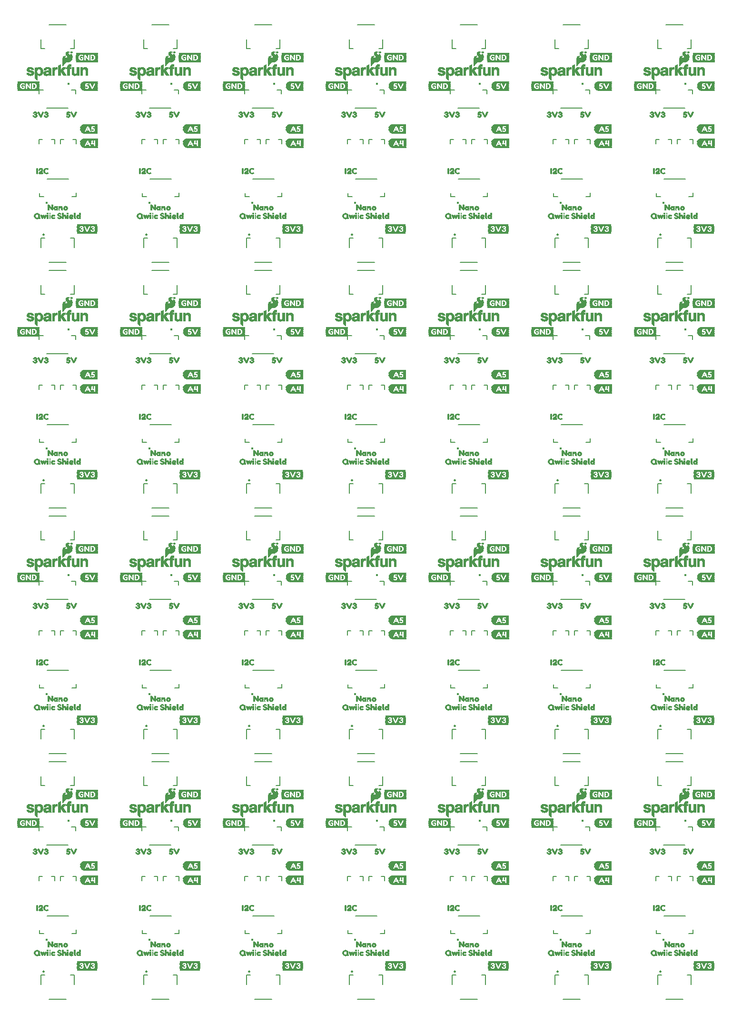
<source format=gto>
G75*
%MOIN*%
%OFA0B0*%
%FSLAX25Y25*%
%IPPOS*%
%LPD*%
%AMOC8*
5,1,8,0,0,1.08239X$1,22.5*
%
%ADD10C,0.00800*%
%ADD11C,0.01600*%
%ADD12C,0.00300*%
%ADD13R,0.00787X0.00157*%
%ADD14R,0.00630X0.00157*%
%ADD15R,0.00945X0.00157*%
%ADD16R,0.01102X0.00157*%
%ADD17R,0.01890X0.00157*%
%ADD18R,0.01732X0.00157*%
%ADD19R,0.02205X0.00157*%
%ADD20R,0.02835X0.00157*%
%ADD21R,0.02362X0.00157*%
%ADD22R,0.03150X0.00157*%
%ADD23R,0.02677X0.00157*%
%ADD24R,0.03465X0.00157*%
%ADD25R,0.00472X0.00157*%
%ADD26R,0.00315X0.00157*%
%ADD27R,0.02520X0.00157*%
%ADD28R,0.01260X0.00157*%
%ADD29R,0.01417X0.00157*%
%ADD30R,0.01575X0.00157*%
%ADD31R,0.02047X0.00157*%
%ADD32R,0.02992X0.00157*%
%ADD33R,0.03780X0.00157*%
%ADD34R,0.03622X0.00157*%
%ADD35R,0.03307X0.00157*%
%ADD36R,0.03937X0.00157*%
%ADD37R,0.00157X0.00157*%
%ADD38R,0.15276X0.00157*%
%ADD39R,0.11024X0.00157*%
%ADD40R,0.10079X0.00157*%
%ADD41R,0.10551X0.00157*%
%ADD42R,0.10866X0.00157*%
%ADD43R,0.11181X0.00157*%
%ADD44R,0.11339X0.00157*%
%ADD45R,0.11496X0.00157*%
%ADD46R,0.11654X0.00157*%
%ADD47R,0.07717X0.00157*%
%ADD48R,0.04567X0.00157*%
%ADD49R,0.04409X0.00157*%
%ADD50R,0.04252X0.00157*%
%ADD51R,0.04094X0.00157*%
%ADD52R,0.09764X0.00157*%
%ADD53R,0.10236X0.00157*%
%ADD54R,0.14331X0.00157*%
%ADD55R,0.07087X0.00157*%
%ADD56R,0.06142X0.00157*%
%ADD57R,0.04882X0.00157*%
%ADD58R,0.05039X0.00157*%
D10*
X0051939Y0040876D02*
X0051939Y0047372D01*
X0054892Y0047372D01*
X0053507Y0049931D02*
X0053509Y0049971D01*
X0053515Y0050010D01*
X0053525Y0050049D01*
X0053538Y0050086D01*
X0053556Y0050122D01*
X0053577Y0050156D01*
X0053601Y0050188D01*
X0053628Y0050217D01*
X0053658Y0050244D01*
X0053690Y0050267D01*
X0053725Y0050287D01*
X0053761Y0050303D01*
X0053799Y0050316D01*
X0053838Y0050325D01*
X0053877Y0050330D01*
X0053917Y0050331D01*
X0053957Y0050328D01*
X0053996Y0050321D01*
X0054034Y0050310D01*
X0054072Y0050296D01*
X0054107Y0050277D01*
X0054140Y0050256D01*
X0054172Y0050231D01*
X0054200Y0050203D01*
X0054226Y0050173D01*
X0054248Y0050140D01*
X0054267Y0050105D01*
X0054283Y0050068D01*
X0054295Y0050030D01*
X0054303Y0049991D01*
X0054307Y0049951D01*
X0054307Y0049911D01*
X0054303Y0049871D01*
X0054295Y0049832D01*
X0054283Y0049794D01*
X0054267Y0049757D01*
X0054248Y0049722D01*
X0054226Y0049689D01*
X0054200Y0049659D01*
X0054172Y0049631D01*
X0054140Y0049606D01*
X0054107Y0049585D01*
X0054072Y0049566D01*
X0054034Y0049552D01*
X0053996Y0049541D01*
X0053957Y0049534D01*
X0053917Y0049531D01*
X0053877Y0049532D01*
X0053838Y0049537D01*
X0053799Y0049546D01*
X0053761Y0049559D01*
X0053725Y0049575D01*
X0053690Y0049595D01*
X0053658Y0049618D01*
X0053628Y0049645D01*
X0053601Y0049674D01*
X0053577Y0049706D01*
X0053556Y0049740D01*
X0053538Y0049776D01*
X0053525Y0049813D01*
X0053515Y0049852D01*
X0053509Y0049891D01*
X0053507Y0049931D01*
X0072608Y0047372D02*
X0075561Y0047372D01*
X0075561Y0040876D01*
X0069656Y0030640D02*
X0057844Y0030640D01*
X0054073Y0076427D02*
X0051081Y0076427D01*
X0051081Y0078986D01*
X0056356Y0088986D02*
X0071278Y0088986D01*
X0076632Y0079065D02*
X0076632Y0076348D01*
X0073758Y0076348D01*
X0076762Y0113356D02*
X0076762Y0116506D01*
X0074400Y0116506D01*
X0068100Y0116506D02*
X0065738Y0116506D01*
X0065738Y0113356D01*
X0061762Y0113356D02*
X0061762Y0116506D01*
X0059400Y0116506D01*
X0053100Y0116506D02*
X0050738Y0116506D01*
X0050738Y0113356D01*
X0056222Y0138514D02*
X0071144Y0138514D01*
X0076419Y0148514D02*
X0076419Y0151073D01*
X0073427Y0151073D01*
X0053742Y0151152D02*
X0050868Y0151152D01*
X0050868Y0148435D01*
X0051939Y0180128D02*
X0051939Y0186624D01*
X0051939Y0180128D02*
X0054892Y0180128D01*
X0057844Y0196860D02*
X0069656Y0196860D01*
X0069656Y0202640D02*
X0057844Y0202640D01*
X0051939Y0212876D02*
X0051939Y0219372D01*
X0054892Y0219372D01*
X0053507Y0221931D02*
X0053509Y0221971D01*
X0053515Y0222010D01*
X0053525Y0222049D01*
X0053538Y0222086D01*
X0053556Y0222122D01*
X0053577Y0222156D01*
X0053601Y0222188D01*
X0053628Y0222217D01*
X0053658Y0222244D01*
X0053690Y0222267D01*
X0053725Y0222287D01*
X0053761Y0222303D01*
X0053799Y0222316D01*
X0053838Y0222325D01*
X0053877Y0222330D01*
X0053917Y0222331D01*
X0053957Y0222328D01*
X0053996Y0222321D01*
X0054034Y0222310D01*
X0054072Y0222296D01*
X0054107Y0222277D01*
X0054140Y0222256D01*
X0054172Y0222231D01*
X0054200Y0222203D01*
X0054226Y0222173D01*
X0054248Y0222140D01*
X0054267Y0222105D01*
X0054283Y0222068D01*
X0054295Y0222030D01*
X0054303Y0221991D01*
X0054307Y0221951D01*
X0054307Y0221911D01*
X0054303Y0221871D01*
X0054295Y0221832D01*
X0054283Y0221794D01*
X0054267Y0221757D01*
X0054248Y0221722D01*
X0054226Y0221689D01*
X0054200Y0221659D01*
X0054172Y0221631D01*
X0054140Y0221606D01*
X0054107Y0221585D01*
X0054072Y0221566D01*
X0054034Y0221552D01*
X0053996Y0221541D01*
X0053957Y0221534D01*
X0053917Y0221531D01*
X0053877Y0221532D01*
X0053838Y0221537D01*
X0053799Y0221546D01*
X0053761Y0221559D01*
X0053725Y0221575D01*
X0053690Y0221595D01*
X0053658Y0221618D01*
X0053628Y0221645D01*
X0053601Y0221674D01*
X0053577Y0221706D01*
X0053556Y0221740D01*
X0053538Y0221776D01*
X0053525Y0221813D01*
X0053515Y0221852D01*
X0053509Y0221891D01*
X0053507Y0221931D01*
X0072608Y0219372D02*
X0075561Y0219372D01*
X0075561Y0212876D01*
X0075561Y0186624D02*
X0075561Y0180128D01*
X0072608Y0180128D01*
X0073193Y0177569D02*
X0073195Y0177609D01*
X0073201Y0177648D01*
X0073211Y0177687D01*
X0073224Y0177724D01*
X0073242Y0177760D01*
X0073263Y0177794D01*
X0073287Y0177826D01*
X0073314Y0177855D01*
X0073344Y0177882D01*
X0073376Y0177905D01*
X0073411Y0177925D01*
X0073447Y0177941D01*
X0073485Y0177954D01*
X0073524Y0177963D01*
X0073563Y0177968D01*
X0073603Y0177969D01*
X0073643Y0177966D01*
X0073682Y0177959D01*
X0073720Y0177948D01*
X0073758Y0177934D01*
X0073793Y0177915D01*
X0073826Y0177894D01*
X0073858Y0177869D01*
X0073886Y0177841D01*
X0073912Y0177811D01*
X0073934Y0177778D01*
X0073953Y0177743D01*
X0073969Y0177706D01*
X0073981Y0177668D01*
X0073989Y0177629D01*
X0073993Y0177589D01*
X0073993Y0177549D01*
X0073989Y0177509D01*
X0073981Y0177470D01*
X0073969Y0177432D01*
X0073953Y0177395D01*
X0073934Y0177360D01*
X0073912Y0177327D01*
X0073886Y0177297D01*
X0073858Y0177269D01*
X0073826Y0177244D01*
X0073793Y0177223D01*
X0073758Y0177204D01*
X0073720Y0177190D01*
X0073682Y0177179D01*
X0073643Y0177172D01*
X0073603Y0177169D01*
X0073563Y0177170D01*
X0073524Y0177175D01*
X0073485Y0177184D01*
X0073447Y0177197D01*
X0073411Y0177213D01*
X0073376Y0177233D01*
X0073344Y0177256D01*
X0073314Y0177283D01*
X0073287Y0177312D01*
X0073263Y0177344D01*
X0073242Y0177378D01*
X0073224Y0177414D01*
X0073211Y0177451D01*
X0073201Y0177490D01*
X0073195Y0177529D01*
X0073193Y0177569D01*
X0123939Y0180128D02*
X0123939Y0186624D01*
X0123939Y0180128D02*
X0126892Y0180128D01*
X0144608Y0180128D02*
X0147561Y0180128D01*
X0147561Y0186624D01*
X0145193Y0177569D02*
X0145195Y0177609D01*
X0145201Y0177648D01*
X0145211Y0177687D01*
X0145224Y0177724D01*
X0145242Y0177760D01*
X0145263Y0177794D01*
X0145287Y0177826D01*
X0145314Y0177855D01*
X0145344Y0177882D01*
X0145376Y0177905D01*
X0145411Y0177925D01*
X0145447Y0177941D01*
X0145485Y0177954D01*
X0145524Y0177963D01*
X0145563Y0177968D01*
X0145603Y0177969D01*
X0145643Y0177966D01*
X0145682Y0177959D01*
X0145720Y0177948D01*
X0145758Y0177934D01*
X0145793Y0177915D01*
X0145826Y0177894D01*
X0145858Y0177869D01*
X0145886Y0177841D01*
X0145912Y0177811D01*
X0145934Y0177778D01*
X0145953Y0177743D01*
X0145969Y0177706D01*
X0145981Y0177668D01*
X0145989Y0177629D01*
X0145993Y0177589D01*
X0145993Y0177549D01*
X0145989Y0177509D01*
X0145981Y0177470D01*
X0145969Y0177432D01*
X0145953Y0177395D01*
X0145934Y0177360D01*
X0145912Y0177327D01*
X0145886Y0177297D01*
X0145858Y0177269D01*
X0145826Y0177244D01*
X0145793Y0177223D01*
X0145758Y0177204D01*
X0145720Y0177190D01*
X0145682Y0177179D01*
X0145643Y0177172D01*
X0145603Y0177169D01*
X0145563Y0177170D01*
X0145524Y0177175D01*
X0145485Y0177184D01*
X0145447Y0177197D01*
X0145411Y0177213D01*
X0145376Y0177233D01*
X0145344Y0177256D01*
X0145314Y0177283D01*
X0145287Y0177312D01*
X0145263Y0177344D01*
X0145242Y0177378D01*
X0145224Y0177414D01*
X0145211Y0177451D01*
X0145201Y0177490D01*
X0145195Y0177529D01*
X0145193Y0177569D01*
X0141656Y0196860D02*
X0129844Y0196860D01*
X0129844Y0202640D02*
X0141656Y0202640D01*
X0147561Y0212876D02*
X0147561Y0219372D01*
X0144608Y0219372D01*
X0126892Y0219372D02*
X0123939Y0219372D01*
X0123939Y0212876D01*
X0125507Y0221931D02*
X0125509Y0221971D01*
X0125515Y0222010D01*
X0125525Y0222049D01*
X0125538Y0222086D01*
X0125556Y0222122D01*
X0125577Y0222156D01*
X0125601Y0222188D01*
X0125628Y0222217D01*
X0125658Y0222244D01*
X0125690Y0222267D01*
X0125725Y0222287D01*
X0125761Y0222303D01*
X0125799Y0222316D01*
X0125838Y0222325D01*
X0125877Y0222330D01*
X0125917Y0222331D01*
X0125957Y0222328D01*
X0125996Y0222321D01*
X0126034Y0222310D01*
X0126072Y0222296D01*
X0126107Y0222277D01*
X0126140Y0222256D01*
X0126172Y0222231D01*
X0126200Y0222203D01*
X0126226Y0222173D01*
X0126248Y0222140D01*
X0126267Y0222105D01*
X0126283Y0222068D01*
X0126295Y0222030D01*
X0126303Y0221991D01*
X0126307Y0221951D01*
X0126307Y0221911D01*
X0126303Y0221871D01*
X0126295Y0221832D01*
X0126283Y0221794D01*
X0126267Y0221757D01*
X0126248Y0221722D01*
X0126226Y0221689D01*
X0126200Y0221659D01*
X0126172Y0221631D01*
X0126140Y0221606D01*
X0126107Y0221585D01*
X0126072Y0221566D01*
X0126034Y0221552D01*
X0125996Y0221541D01*
X0125957Y0221534D01*
X0125917Y0221531D01*
X0125877Y0221532D01*
X0125838Y0221537D01*
X0125799Y0221546D01*
X0125761Y0221559D01*
X0125725Y0221575D01*
X0125690Y0221595D01*
X0125658Y0221618D01*
X0125628Y0221645D01*
X0125601Y0221674D01*
X0125577Y0221706D01*
X0125556Y0221740D01*
X0125538Y0221776D01*
X0125525Y0221813D01*
X0125515Y0221852D01*
X0125509Y0221891D01*
X0125507Y0221931D01*
X0126073Y0248427D02*
X0123081Y0248427D01*
X0123081Y0250986D01*
X0128356Y0260986D02*
X0143278Y0260986D01*
X0148632Y0251065D02*
X0148632Y0248348D01*
X0145758Y0248348D01*
X0148762Y0285356D02*
X0148762Y0288506D01*
X0146400Y0288506D01*
X0140100Y0288506D02*
X0137738Y0288506D01*
X0137738Y0285356D01*
X0133762Y0285356D02*
X0133762Y0288506D01*
X0131400Y0288506D01*
X0125100Y0288506D02*
X0122738Y0288506D01*
X0122738Y0285356D01*
X0128222Y0310514D02*
X0143144Y0310514D01*
X0148419Y0320514D02*
X0148419Y0323073D01*
X0145427Y0323073D01*
X0125742Y0323152D02*
X0122868Y0323152D01*
X0122868Y0320435D01*
X0123939Y0352128D02*
X0123939Y0358624D01*
X0123939Y0352128D02*
X0126892Y0352128D01*
X0144608Y0352128D02*
X0147561Y0352128D01*
X0147561Y0358624D01*
X0145193Y0349569D02*
X0145195Y0349609D01*
X0145201Y0349648D01*
X0145211Y0349687D01*
X0145224Y0349724D01*
X0145242Y0349760D01*
X0145263Y0349794D01*
X0145287Y0349826D01*
X0145314Y0349855D01*
X0145344Y0349882D01*
X0145376Y0349905D01*
X0145411Y0349925D01*
X0145447Y0349941D01*
X0145485Y0349954D01*
X0145524Y0349963D01*
X0145563Y0349968D01*
X0145603Y0349969D01*
X0145643Y0349966D01*
X0145682Y0349959D01*
X0145720Y0349948D01*
X0145758Y0349934D01*
X0145793Y0349915D01*
X0145826Y0349894D01*
X0145858Y0349869D01*
X0145886Y0349841D01*
X0145912Y0349811D01*
X0145934Y0349778D01*
X0145953Y0349743D01*
X0145969Y0349706D01*
X0145981Y0349668D01*
X0145989Y0349629D01*
X0145993Y0349589D01*
X0145993Y0349549D01*
X0145989Y0349509D01*
X0145981Y0349470D01*
X0145969Y0349432D01*
X0145953Y0349395D01*
X0145934Y0349360D01*
X0145912Y0349327D01*
X0145886Y0349297D01*
X0145858Y0349269D01*
X0145826Y0349244D01*
X0145793Y0349223D01*
X0145758Y0349204D01*
X0145720Y0349190D01*
X0145682Y0349179D01*
X0145643Y0349172D01*
X0145603Y0349169D01*
X0145563Y0349170D01*
X0145524Y0349175D01*
X0145485Y0349184D01*
X0145447Y0349197D01*
X0145411Y0349213D01*
X0145376Y0349233D01*
X0145344Y0349256D01*
X0145314Y0349283D01*
X0145287Y0349312D01*
X0145263Y0349344D01*
X0145242Y0349378D01*
X0145224Y0349414D01*
X0145211Y0349451D01*
X0145201Y0349490D01*
X0145195Y0349529D01*
X0145193Y0349569D01*
X0141656Y0368860D02*
X0129844Y0368860D01*
X0129844Y0374640D02*
X0141656Y0374640D01*
X0147561Y0384876D02*
X0147561Y0391372D01*
X0144608Y0391372D01*
X0126892Y0391372D02*
X0123939Y0391372D01*
X0123939Y0384876D01*
X0125507Y0393931D02*
X0125509Y0393971D01*
X0125515Y0394010D01*
X0125525Y0394049D01*
X0125538Y0394086D01*
X0125556Y0394122D01*
X0125577Y0394156D01*
X0125601Y0394188D01*
X0125628Y0394217D01*
X0125658Y0394244D01*
X0125690Y0394267D01*
X0125725Y0394287D01*
X0125761Y0394303D01*
X0125799Y0394316D01*
X0125838Y0394325D01*
X0125877Y0394330D01*
X0125917Y0394331D01*
X0125957Y0394328D01*
X0125996Y0394321D01*
X0126034Y0394310D01*
X0126072Y0394296D01*
X0126107Y0394277D01*
X0126140Y0394256D01*
X0126172Y0394231D01*
X0126200Y0394203D01*
X0126226Y0394173D01*
X0126248Y0394140D01*
X0126267Y0394105D01*
X0126283Y0394068D01*
X0126295Y0394030D01*
X0126303Y0393991D01*
X0126307Y0393951D01*
X0126307Y0393911D01*
X0126303Y0393871D01*
X0126295Y0393832D01*
X0126283Y0393794D01*
X0126267Y0393757D01*
X0126248Y0393722D01*
X0126226Y0393689D01*
X0126200Y0393659D01*
X0126172Y0393631D01*
X0126140Y0393606D01*
X0126107Y0393585D01*
X0126072Y0393566D01*
X0126034Y0393552D01*
X0125996Y0393541D01*
X0125957Y0393534D01*
X0125917Y0393531D01*
X0125877Y0393532D01*
X0125838Y0393537D01*
X0125799Y0393546D01*
X0125761Y0393559D01*
X0125725Y0393575D01*
X0125690Y0393595D01*
X0125658Y0393618D01*
X0125628Y0393645D01*
X0125601Y0393674D01*
X0125577Y0393706D01*
X0125556Y0393740D01*
X0125538Y0393776D01*
X0125525Y0393813D01*
X0125515Y0393852D01*
X0125509Y0393891D01*
X0125507Y0393931D01*
X0126073Y0420427D02*
X0123081Y0420427D01*
X0123081Y0422986D01*
X0128356Y0432986D02*
X0143278Y0432986D01*
X0148632Y0423065D02*
X0148632Y0420348D01*
X0145758Y0420348D01*
X0148762Y0457356D02*
X0148762Y0460506D01*
X0146400Y0460506D01*
X0140100Y0460506D02*
X0137738Y0460506D01*
X0137738Y0457356D01*
X0133762Y0457356D02*
X0133762Y0460506D01*
X0131400Y0460506D01*
X0125100Y0460506D02*
X0122738Y0460506D01*
X0122738Y0457356D01*
X0128222Y0482514D02*
X0143144Y0482514D01*
X0148419Y0492514D02*
X0148419Y0495073D01*
X0145427Y0495073D01*
X0125742Y0495152D02*
X0122868Y0495152D01*
X0122868Y0492435D01*
X0123939Y0524128D02*
X0123939Y0530624D01*
X0123939Y0524128D02*
X0126892Y0524128D01*
X0144608Y0524128D02*
X0147561Y0524128D01*
X0147561Y0530624D01*
X0145193Y0521569D02*
X0145195Y0521609D01*
X0145201Y0521648D01*
X0145211Y0521687D01*
X0145224Y0521724D01*
X0145242Y0521760D01*
X0145263Y0521794D01*
X0145287Y0521826D01*
X0145314Y0521855D01*
X0145344Y0521882D01*
X0145376Y0521905D01*
X0145411Y0521925D01*
X0145447Y0521941D01*
X0145485Y0521954D01*
X0145524Y0521963D01*
X0145563Y0521968D01*
X0145603Y0521969D01*
X0145643Y0521966D01*
X0145682Y0521959D01*
X0145720Y0521948D01*
X0145758Y0521934D01*
X0145793Y0521915D01*
X0145826Y0521894D01*
X0145858Y0521869D01*
X0145886Y0521841D01*
X0145912Y0521811D01*
X0145934Y0521778D01*
X0145953Y0521743D01*
X0145969Y0521706D01*
X0145981Y0521668D01*
X0145989Y0521629D01*
X0145993Y0521589D01*
X0145993Y0521549D01*
X0145989Y0521509D01*
X0145981Y0521470D01*
X0145969Y0521432D01*
X0145953Y0521395D01*
X0145934Y0521360D01*
X0145912Y0521327D01*
X0145886Y0521297D01*
X0145858Y0521269D01*
X0145826Y0521244D01*
X0145793Y0521223D01*
X0145758Y0521204D01*
X0145720Y0521190D01*
X0145682Y0521179D01*
X0145643Y0521172D01*
X0145603Y0521169D01*
X0145563Y0521170D01*
X0145524Y0521175D01*
X0145485Y0521184D01*
X0145447Y0521197D01*
X0145411Y0521213D01*
X0145376Y0521233D01*
X0145344Y0521256D01*
X0145314Y0521283D01*
X0145287Y0521312D01*
X0145263Y0521344D01*
X0145242Y0521378D01*
X0145224Y0521414D01*
X0145211Y0521451D01*
X0145201Y0521490D01*
X0145195Y0521529D01*
X0145193Y0521569D01*
X0141656Y0540860D02*
X0129844Y0540860D01*
X0129844Y0546640D02*
X0141656Y0546640D01*
X0147561Y0556876D02*
X0147561Y0563372D01*
X0144608Y0563372D01*
X0126892Y0563372D02*
X0123939Y0563372D01*
X0123939Y0556876D01*
X0125507Y0565931D02*
X0125509Y0565971D01*
X0125515Y0566010D01*
X0125525Y0566049D01*
X0125538Y0566086D01*
X0125556Y0566122D01*
X0125577Y0566156D01*
X0125601Y0566188D01*
X0125628Y0566217D01*
X0125658Y0566244D01*
X0125690Y0566267D01*
X0125725Y0566287D01*
X0125761Y0566303D01*
X0125799Y0566316D01*
X0125838Y0566325D01*
X0125877Y0566330D01*
X0125917Y0566331D01*
X0125957Y0566328D01*
X0125996Y0566321D01*
X0126034Y0566310D01*
X0126072Y0566296D01*
X0126107Y0566277D01*
X0126140Y0566256D01*
X0126172Y0566231D01*
X0126200Y0566203D01*
X0126226Y0566173D01*
X0126248Y0566140D01*
X0126267Y0566105D01*
X0126283Y0566068D01*
X0126295Y0566030D01*
X0126303Y0565991D01*
X0126307Y0565951D01*
X0126307Y0565911D01*
X0126303Y0565871D01*
X0126295Y0565832D01*
X0126283Y0565794D01*
X0126267Y0565757D01*
X0126248Y0565722D01*
X0126226Y0565689D01*
X0126200Y0565659D01*
X0126172Y0565631D01*
X0126140Y0565606D01*
X0126107Y0565585D01*
X0126072Y0565566D01*
X0126034Y0565552D01*
X0125996Y0565541D01*
X0125957Y0565534D01*
X0125917Y0565531D01*
X0125877Y0565532D01*
X0125838Y0565537D01*
X0125799Y0565546D01*
X0125761Y0565559D01*
X0125725Y0565575D01*
X0125690Y0565595D01*
X0125658Y0565618D01*
X0125628Y0565645D01*
X0125601Y0565674D01*
X0125577Y0565706D01*
X0125556Y0565740D01*
X0125538Y0565776D01*
X0125525Y0565813D01*
X0125515Y0565852D01*
X0125509Y0565891D01*
X0125507Y0565931D01*
X0126073Y0592427D02*
X0123081Y0592427D01*
X0123081Y0594986D01*
X0128356Y0604986D02*
X0143278Y0604986D01*
X0148632Y0595065D02*
X0148632Y0592348D01*
X0145758Y0592348D01*
X0148762Y0629356D02*
X0148762Y0632506D01*
X0146400Y0632506D01*
X0140100Y0632506D02*
X0137738Y0632506D01*
X0137738Y0629356D01*
X0133762Y0629356D02*
X0133762Y0632506D01*
X0131400Y0632506D01*
X0125100Y0632506D02*
X0122738Y0632506D01*
X0122738Y0629356D01*
X0128222Y0654514D02*
X0143144Y0654514D01*
X0148419Y0664514D02*
X0148419Y0667073D01*
X0145427Y0667073D01*
X0125742Y0667152D02*
X0122868Y0667152D01*
X0122868Y0664435D01*
X0123939Y0696128D02*
X0123939Y0702624D01*
X0123939Y0696128D02*
X0126892Y0696128D01*
X0144608Y0696128D02*
X0147561Y0696128D01*
X0147561Y0702624D01*
X0145193Y0693569D02*
X0145195Y0693609D01*
X0145201Y0693648D01*
X0145211Y0693687D01*
X0145224Y0693724D01*
X0145242Y0693760D01*
X0145263Y0693794D01*
X0145287Y0693826D01*
X0145314Y0693855D01*
X0145344Y0693882D01*
X0145376Y0693905D01*
X0145411Y0693925D01*
X0145447Y0693941D01*
X0145485Y0693954D01*
X0145524Y0693963D01*
X0145563Y0693968D01*
X0145603Y0693969D01*
X0145643Y0693966D01*
X0145682Y0693959D01*
X0145720Y0693948D01*
X0145758Y0693934D01*
X0145793Y0693915D01*
X0145826Y0693894D01*
X0145858Y0693869D01*
X0145886Y0693841D01*
X0145912Y0693811D01*
X0145934Y0693778D01*
X0145953Y0693743D01*
X0145969Y0693706D01*
X0145981Y0693668D01*
X0145989Y0693629D01*
X0145993Y0693589D01*
X0145993Y0693549D01*
X0145989Y0693509D01*
X0145981Y0693470D01*
X0145969Y0693432D01*
X0145953Y0693395D01*
X0145934Y0693360D01*
X0145912Y0693327D01*
X0145886Y0693297D01*
X0145858Y0693269D01*
X0145826Y0693244D01*
X0145793Y0693223D01*
X0145758Y0693204D01*
X0145720Y0693190D01*
X0145682Y0693179D01*
X0145643Y0693172D01*
X0145603Y0693169D01*
X0145563Y0693170D01*
X0145524Y0693175D01*
X0145485Y0693184D01*
X0145447Y0693197D01*
X0145411Y0693213D01*
X0145376Y0693233D01*
X0145344Y0693256D01*
X0145314Y0693283D01*
X0145287Y0693312D01*
X0145263Y0693344D01*
X0145242Y0693378D01*
X0145224Y0693414D01*
X0145211Y0693451D01*
X0145201Y0693490D01*
X0145195Y0693529D01*
X0145193Y0693569D01*
X0141656Y0712860D02*
X0129844Y0712860D01*
X0076419Y0667073D02*
X0076419Y0664514D01*
X0076419Y0667073D02*
X0073427Y0667073D01*
X0071144Y0654514D02*
X0056222Y0654514D01*
X0050868Y0664435D02*
X0050868Y0667152D01*
X0053742Y0667152D01*
X0054892Y0696128D02*
X0051939Y0696128D01*
X0051939Y0702624D01*
X0057844Y0712860D02*
X0069656Y0712860D01*
X0075561Y0702624D02*
X0075561Y0696128D01*
X0072608Y0696128D01*
X0073193Y0693569D02*
X0073195Y0693609D01*
X0073201Y0693648D01*
X0073211Y0693687D01*
X0073224Y0693724D01*
X0073242Y0693760D01*
X0073263Y0693794D01*
X0073287Y0693826D01*
X0073314Y0693855D01*
X0073344Y0693882D01*
X0073376Y0693905D01*
X0073411Y0693925D01*
X0073447Y0693941D01*
X0073485Y0693954D01*
X0073524Y0693963D01*
X0073563Y0693968D01*
X0073603Y0693969D01*
X0073643Y0693966D01*
X0073682Y0693959D01*
X0073720Y0693948D01*
X0073758Y0693934D01*
X0073793Y0693915D01*
X0073826Y0693894D01*
X0073858Y0693869D01*
X0073886Y0693841D01*
X0073912Y0693811D01*
X0073934Y0693778D01*
X0073953Y0693743D01*
X0073969Y0693706D01*
X0073981Y0693668D01*
X0073989Y0693629D01*
X0073993Y0693589D01*
X0073993Y0693549D01*
X0073989Y0693509D01*
X0073981Y0693470D01*
X0073969Y0693432D01*
X0073953Y0693395D01*
X0073934Y0693360D01*
X0073912Y0693327D01*
X0073886Y0693297D01*
X0073858Y0693269D01*
X0073826Y0693244D01*
X0073793Y0693223D01*
X0073758Y0693204D01*
X0073720Y0693190D01*
X0073682Y0693179D01*
X0073643Y0693172D01*
X0073603Y0693169D01*
X0073563Y0693170D01*
X0073524Y0693175D01*
X0073485Y0693184D01*
X0073447Y0693197D01*
X0073411Y0693213D01*
X0073376Y0693233D01*
X0073344Y0693256D01*
X0073314Y0693283D01*
X0073287Y0693312D01*
X0073263Y0693344D01*
X0073242Y0693378D01*
X0073224Y0693414D01*
X0073211Y0693451D01*
X0073201Y0693490D01*
X0073195Y0693529D01*
X0073193Y0693569D01*
X0074400Y0632506D02*
X0076762Y0632506D01*
X0076762Y0629356D01*
X0068100Y0632506D02*
X0065738Y0632506D01*
X0065738Y0629356D01*
X0061762Y0629356D02*
X0061762Y0632506D01*
X0059400Y0632506D01*
X0053100Y0632506D02*
X0050738Y0632506D01*
X0050738Y0629356D01*
X0056356Y0604986D02*
X0071278Y0604986D01*
X0076632Y0595065D02*
X0076632Y0592348D01*
X0073758Y0592348D01*
X0054073Y0592427D02*
X0051081Y0592427D01*
X0051081Y0594986D01*
X0053507Y0565931D02*
X0053509Y0565971D01*
X0053515Y0566010D01*
X0053525Y0566049D01*
X0053538Y0566086D01*
X0053556Y0566122D01*
X0053577Y0566156D01*
X0053601Y0566188D01*
X0053628Y0566217D01*
X0053658Y0566244D01*
X0053690Y0566267D01*
X0053725Y0566287D01*
X0053761Y0566303D01*
X0053799Y0566316D01*
X0053838Y0566325D01*
X0053877Y0566330D01*
X0053917Y0566331D01*
X0053957Y0566328D01*
X0053996Y0566321D01*
X0054034Y0566310D01*
X0054072Y0566296D01*
X0054107Y0566277D01*
X0054140Y0566256D01*
X0054172Y0566231D01*
X0054200Y0566203D01*
X0054226Y0566173D01*
X0054248Y0566140D01*
X0054267Y0566105D01*
X0054283Y0566068D01*
X0054295Y0566030D01*
X0054303Y0565991D01*
X0054307Y0565951D01*
X0054307Y0565911D01*
X0054303Y0565871D01*
X0054295Y0565832D01*
X0054283Y0565794D01*
X0054267Y0565757D01*
X0054248Y0565722D01*
X0054226Y0565689D01*
X0054200Y0565659D01*
X0054172Y0565631D01*
X0054140Y0565606D01*
X0054107Y0565585D01*
X0054072Y0565566D01*
X0054034Y0565552D01*
X0053996Y0565541D01*
X0053957Y0565534D01*
X0053917Y0565531D01*
X0053877Y0565532D01*
X0053838Y0565537D01*
X0053799Y0565546D01*
X0053761Y0565559D01*
X0053725Y0565575D01*
X0053690Y0565595D01*
X0053658Y0565618D01*
X0053628Y0565645D01*
X0053601Y0565674D01*
X0053577Y0565706D01*
X0053556Y0565740D01*
X0053538Y0565776D01*
X0053525Y0565813D01*
X0053515Y0565852D01*
X0053509Y0565891D01*
X0053507Y0565931D01*
X0054892Y0563372D02*
X0051939Y0563372D01*
X0051939Y0556876D01*
X0057844Y0546640D02*
X0069656Y0546640D01*
X0069656Y0540860D02*
X0057844Y0540860D01*
X0051939Y0530624D02*
X0051939Y0524128D01*
X0054892Y0524128D01*
X0072608Y0524128D02*
X0075561Y0524128D01*
X0075561Y0530624D01*
X0073193Y0521569D02*
X0073195Y0521609D01*
X0073201Y0521648D01*
X0073211Y0521687D01*
X0073224Y0521724D01*
X0073242Y0521760D01*
X0073263Y0521794D01*
X0073287Y0521826D01*
X0073314Y0521855D01*
X0073344Y0521882D01*
X0073376Y0521905D01*
X0073411Y0521925D01*
X0073447Y0521941D01*
X0073485Y0521954D01*
X0073524Y0521963D01*
X0073563Y0521968D01*
X0073603Y0521969D01*
X0073643Y0521966D01*
X0073682Y0521959D01*
X0073720Y0521948D01*
X0073758Y0521934D01*
X0073793Y0521915D01*
X0073826Y0521894D01*
X0073858Y0521869D01*
X0073886Y0521841D01*
X0073912Y0521811D01*
X0073934Y0521778D01*
X0073953Y0521743D01*
X0073969Y0521706D01*
X0073981Y0521668D01*
X0073989Y0521629D01*
X0073993Y0521589D01*
X0073993Y0521549D01*
X0073989Y0521509D01*
X0073981Y0521470D01*
X0073969Y0521432D01*
X0073953Y0521395D01*
X0073934Y0521360D01*
X0073912Y0521327D01*
X0073886Y0521297D01*
X0073858Y0521269D01*
X0073826Y0521244D01*
X0073793Y0521223D01*
X0073758Y0521204D01*
X0073720Y0521190D01*
X0073682Y0521179D01*
X0073643Y0521172D01*
X0073603Y0521169D01*
X0073563Y0521170D01*
X0073524Y0521175D01*
X0073485Y0521184D01*
X0073447Y0521197D01*
X0073411Y0521213D01*
X0073376Y0521233D01*
X0073344Y0521256D01*
X0073314Y0521283D01*
X0073287Y0521312D01*
X0073263Y0521344D01*
X0073242Y0521378D01*
X0073224Y0521414D01*
X0073211Y0521451D01*
X0073201Y0521490D01*
X0073195Y0521529D01*
X0073193Y0521569D01*
X0073427Y0495073D02*
X0076419Y0495073D01*
X0076419Y0492514D01*
X0071144Y0482514D02*
X0056222Y0482514D01*
X0050868Y0492435D02*
X0050868Y0495152D01*
X0053742Y0495152D01*
X0053100Y0460506D02*
X0050738Y0460506D01*
X0050738Y0457356D01*
X0059400Y0460506D02*
X0061762Y0460506D01*
X0061762Y0457356D01*
X0065738Y0457356D02*
X0065738Y0460506D01*
X0068100Y0460506D01*
X0074400Y0460506D02*
X0076762Y0460506D01*
X0076762Y0457356D01*
X0071278Y0432986D02*
X0056356Y0432986D01*
X0051081Y0422986D02*
X0051081Y0420427D01*
X0054073Y0420427D01*
X0073758Y0420348D02*
X0076632Y0420348D01*
X0076632Y0423065D01*
X0053507Y0393931D02*
X0053509Y0393971D01*
X0053515Y0394010D01*
X0053525Y0394049D01*
X0053538Y0394086D01*
X0053556Y0394122D01*
X0053577Y0394156D01*
X0053601Y0394188D01*
X0053628Y0394217D01*
X0053658Y0394244D01*
X0053690Y0394267D01*
X0053725Y0394287D01*
X0053761Y0394303D01*
X0053799Y0394316D01*
X0053838Y0394325D01*
X0053877Y0394330D01*
X0053917Y0394331D01*
X0053957Y0394328D01*
X0053996Y0394321D01*
X0054034Y0394310D01*
X0054072Y0394296D01*
X0054107Y0394277D01*
X0054140Y0394256D01*
X0054172Y0394231D01*
X0054200Y0394203D01*
X0054226Y0394173D01*
X0054248Y0394140D01*
X0054267Y0394105D01*
X0054283Y0394068D01*
X0054295Y0394030D01*
X0054303Y0393991D01*
X0054307Y0393951D01*
X0054307Y0393911D01*
X0054303Y0393871D01*
X0054295Y0393832D01*
X0054283Y0393794D01*
X0054267Y0393757D01*
X0054248Y0393722D01*
X0054226Y0393689D01*
X0054200Y0393659D01*
X0054172Y0393631D01*
X0054140Y0393606D01*
X0054107Y0393585D01*
X0054072Y0393566D01*
X0054034Y0393552D01*
X0053996Y0393541D01*
X0053957Y0393534D01*
X0053917Y0393531D01*
X0053877Y0393532D01*
X0053838Y0393537D01*
X0053799Y0393546D01*
X0053761Y0393559D01*
X0053725Y0393575D01*
X0053690Y0393595D01*
X0053658Y0393618D01*
X0053628Y0393645D01*
X0053601Y0393674D01*
X0053577Y0393706D01*
X0053556Y0393740D01*
X0053538Y0393776D01*
X0053525Y0393813D01*
X0053515Y0393852D01*
X0053509Y0393891D01*
X0053507Y0393931D01*
X0054892Y0391372D02*
X0051939Y0391372D01*
X0051939Y0384876D01*
X0057844Y0374640D02*
X0069656Y0374640D01*
X0069656Y0368860D02*
X0057844Y0368860D01*
X0051939Y0358624D02*
X0051939Y0352128D01*
X0054892Y0352128D01*
X0072608Y0352128D02*
X0075561Y0352128D01*
X0075561Y0358624D01*
X0073193Y0349569D02*
X0073195Y0349609D01*
X0073201Y0349648D01*
X0073211Y0349687D01*
X0073224Y0349724D01*
X0073242Y0349760D01*
X0073263Y0349794D01*
X0073287Y0349826D01*
X0073314Y0349855D01*
X0073344Y0349882D01*
X0073376Y0349905D01*
X0073411Y0349925D01*
X0073447Y0349941D01*
X0073485Y0349954D01*
X0073524Y0349963D01*
X0073563Y0349968D01*
X0073603Y0349969D01*
X0073643Y0349966D01*
X0073682Y0349959D01*
X0073720Y0349948D01*
X0073758Y0349934D01*
X0073793Y0349915D01*
X0073826Y0349894D01*
X0073858Y0349869D01*
X0073886Y0349841D01*
X0073912Y0349811D01*
X0073934Y0349778D01*
X0073953Y0349743D01*
X0073969Y0349706D01*
X0073981Y0349668D01*
X0073989Y0349629D01*
X0073993Y0349589D01*
X0073993Y0349549D01*
X0073989Y0349509D01*
X0073981Y0349470D01*
X0073969Y0349432D01*
X0073953Y0349395D01*
X0073934Y0349360D01*
X0073912Y0349327D01*
X0073886Y0349297D01*
X0073858Y0349269D01*
X0073826Y0349244D01*
X0073793Y0349223D01*
X0073758Y0349204D01*
X0073720Y0349190D01*
X0073682Y0349179D01*
X0073643Y0349172D01*
X0073603Y0349169D01*
X0073563Y0349170D01*
X0073524Y0349175D01*
X0073485Y0349184D01*
X0073447Y0349197D01*
X0073411Y0349213D01*
X0073376Y0349233D01*
X0073344Y0349256D01*
X0073314Y0349283D01*
X0073287Y0349312D01*
X0073263Y0349344D01*
X0073242Y0349378D01*
X0073224Y0349414D01*
X0073211Y0349451D01*
X0073201Y0349490D01*
X0073195Y0349529D01*
X0073193Y0349569D01*
X0073427Y0323073D02*
X0076419Y0323073D01*
X0076419Y0320514D01*
X0071144Y0310514D02*
X0056222Y0310514D01*
X0050868Y0320435D02*
X0050868Y0323152D01*
X0053742Y0323152D01*
X0053100Y0288506D02*
X0050738Y0288506D01*
X0050738Y0285356D01*
X0059400Y0288506D02*
X0061762Y0288506D01*
X0061762Y0285356D01*
X0065738Y0285356D02*
X0065738Y0288506D01*
X0068100Y0288506D01*
X0074400Y0288506D02*
X0076762Y0288506D01*
X0076762Y0285356D01*
X0071278Y0260986D02*
X0056356Y0260986D01*
X0051081Y0250986D02*
X0051081Y0248427D01*
X0054073Y0248427D01*
X0073758Y0248348D02*
X0076632Y0248348D01*
X0076632Y0251065D01*
X0122868Y0151152D02*
X0125742Y0151152D01*
X0122868Y0151152D02*
X0122868Y0148435D01*
X0128222Y0138514D02*
X0143144Y0138514D01*
X0148419Y0148514D02*
X0148419Y0151073D01*
X0145427Y0151073D01*
X0146400Y0116506D02*
X0148762Y0116506D01*
X0148762Y0113356D01*
X0140100Y0116506D02*
X0137738Y0116506D01*
X0137738Y0113356D01*
X0133762Y0113356D02*
X0133762Y0116506D01*
X0131400Y0116506D01*
X0125100Y0116506D02*
X0122738Y0116506D01*
X0122738Y0113356D01*
X0128356Y0088986D02*
X0143278Y0088986D01*
X0148632Y0079065D02*
X0148632Y0076348D01*
X0145758Y0076348D01*
X0126073Y0076427D02*
X0123081Y0076427D01*
X0123081Y0078986D01*
X0125507Y0049931D02*
X0125509Y0049971D01*
X0125515Y0050010D01*
X0125525Y0050049D01*
X0125538Y0050086D01*
X0125556Y0050122D01*
X0125577Y0050156D01*
X0125601Y0050188D01*
X0125628Y0050217D01*
X0125658Y0050244D01*
X0125690Y0050267D01*
X0125725Y0050287D01*
X0125761Y0050303D01*
X0125799Y0050316D01*
X0125838Y0050325D01*
X0125877Y0050330D01*
X0125917Y0050331D01*
X0125957Y0050328D01*
X0125996Y0050321D01*
X0126034Y0050310D01*
X0126072Y0050296D01*
X0126107Y0050277D01*
X0126140Y0050256D01*
X0126172Y0050231D01*
X0126200Y0050203D01*
X0126226Y0050173D01*
X0126248Y0050140D01*
X0126267Y0050105D01*
X0126283Y0050068D01*
X0126295Y0050030D01*
X0126303Y0049991D01*
X0126307Y0049951D01*
X0126307Y0049911D01*
X0126303Y0049871D01*
X0126295Y0049832D01*
X0126283Y0049794D01*
X0126267Y0049757D01*
X0126248Y0049722D01*
X0126226Y0049689D01*
X0126200Y0049659D01*
X0126172Y0049631D01*
X0126140Y0049606D01*
X0126107Y0049585D01*
X0126072Y0049566D01*
X0126034Y0049552D01*
X0125996Y0049541D01*
X0125957Y0049534D01*
X0125917Y0049531D01*
X0125877Y0049532D01*
X0125838Y0049537D01*
X0125799Y0049546D01*
X0125761Y0049559D01*
X0125725Y0049575D01*
X0125690Y0049595D01*
X0125658Y0049618D01*
X0125628Y0049645D01*
X0125601Y0049674D01*
X0125577Y0049706D01*
X0125556Y0049740D01*
X0125538Y0049776D01*
X0125525Y0049813D01*
X0125515Y0049852D01*
X0125509Y0049891D01*
X0125507Y0049931D01*
X0126892Y0047372D02*
X0123939Y0047372D01*
X0123939Y0040876D01*
X0129844Y0030640D02*
X0141656Y0030640D01*
X0147561Y0040876D02*
X0147561Y0047372D01*
X0144608Y0047372D01*
X0195939Y0047372D02*
X0195939Y0040876D01*
X0195939Y0047372D02*
X0198892Y0047372D01*
X0197507Y0049931D02*
X0197509Y0049971D01*
X0197515Y0050010D01*
X0197525Y0050049D01*
X0197538Y0050086D01*
X0197556Y0050122D01*
X0197577Y0050156D01*
X0197601Y0050188D01*
X0197628Y0050217D01*
X0197658Y0050244D01*
X0197690Y0050267D01*
X0197725Y0050287D01*
X0197761Y0050303D01*
X0197799Y0050316D01*
X0197838Y0050325D01*
X0197877Y0050330D01*
X0197917Y0050331D01*
X0197957Y0050328D01*
X0197996Y0050321D01*
X0198034Y0050310D01*
X0198072Y0050296D01*
X0198107Y0050277D01*
X0198140Y0050256D01*
X0198172Y0050231D01*
X0198200Y0050203D01*
X0198226Y0050173D01*
X0198248Y0050140D01*
X0198267Y0050105D01*
X0198283Y0050068D01*
X0198295Y0050030D01*
X0198303Y0049991D01*
X0198307Y0049951D01*
X0198307Y0049911D01*
X0198303Y0049871D01*
X0198295Y0049832D01*
X0198283Y0049794D01*
X0198267Y0049757D01*
X0198248Y0049722D01*
X0198226Y0049689D01*
X0198200Y0049659D01*
X0198172Y0049631D01*
X0198140Y0049606D01*
X0198107Y0049585D01*
X0198072Y0049566D01*
X0198034Y0049552D01*
X0197996Y0049541D01*
X0197957Y0049534D01*
X0197917Y0049531D01*
X0197877Y0049532D01*
X0197838Y0049537D01*
X0197799Y0049546D01*
X0197761Y0049559D01*
X0197725Y0049575D01*
X0197690Y0049595D01*
X0197658Y0049618D01*
X0197628Y0049645D01*
X0197601Y0049674D01*
X0197577Y0049706D01*
X0197556Y0049740D01*
X0197538Y0049776D01*
X0197525Y0049813D01*
X0197515Y0049852D01*
X0197509Y0049891D01*
X0197507Y0049931D01*
X0216608Y0047372D02*
X0219561Y0047372D01*
X0219561Y0040876D01*
X0213656Y0030640D02*
X0201844Y0030640D01*
X0198073Y0076427D02*
X0195081Y0076427D01*
X0195081Y0078986D01*
X0200356Y0088986D02*
X0215278Y0088986D01*
X0220632Y0079065D02*
X0220632Y0076348D01*
X0217758Y0076348D01*
X0220762Y0113356D02*
X0220762Y0116506D01*
X0218400Y0116506D01*
X0212100Y0116506D02*
X0209738Y0116506D01*
X0209738Y0113356D01*
X0205762Y0113356D02*
X0205762Y0116506D01*
X0203400Y0116506D01*
X0197100Y0116506D02*
X0194738Y0116506D01*
X0194738Y0113356D01*
X0200222Y0138514D02*
X0215144Y0138514D01*
X0220419Y0148514D02*
X0220419Y0151073D01*
X0217427Y0151073D01*
X0197742Y0151152D02*
X0194868Y0151152D01*
X0194868Y0148435D01*
X0195939Y0180128D02*
X0195939Y0186624D01*
X0195939Y0180128D02*
X0198892Y0180128D01*
X0201844Y0196860D02*
X0213656Y0196860D01*
X0213656Y0202640D02*
X0201844Y0202640D01*
X0195939Y0212876D02*
X0195939Y0219372D01*
X0198892Y0219372D01*
X0197507Y0221931D02*
X0197509Y0221971D01*
X0197515Y0222010D01*
X0197525Y0222049D01*
X0197538Y0222086D01*
X0197556Y0222122D01*
X0197577Y0222156D01*
X0197601Y0222188D01*
X0197628Y0222217D01*
X0197658Y0222244D01*
X0197690Y0222267D01*
X0197725Y0222287D01*
X0197761Y0222303D01*
X0197799Y0222316D01*
X0197838Y0222325D01*
X0197877Y0222330D01*
X0197917Y0222331D01*
X0197957Y0222328D01*
X0197996Y0222321D01*
X0198034Y0222310D01*
X0198072Y0222296D01*
X0198107Y0222277D01*
X0198140Y0222256D01*
X0198172Y0222231D01*
X0198200Y0222203D01*
X0198226Y0222173D01*
X0198248Y0222140D01*
X0198267Y0222105D01*
X0198283Y0222068D01*
X0198295Y0222030D01*
X0198303Y0221991D01*
X0198307Y0221951D01*
X0198307Y0221911D01*
X0198303Y0221871D01*
X0198295Y0221832D01*
X0198283Y0221794D01*
X0198267Y0221757D01*
X0198248Y0221722D01*
X0198226Y0221689D01*
X0198200Y0221659D01*
X0198172Y0221631D01*
X0198140Y0221606D01*
X0198107Y0221585D01*
X0198072Y0221566D01*
X0198034Y0221552D01*
X0197996Y0221541D01*
X0197957Y0221534D01*
X0197917Y0221531D01*
X0197877Y0221532D01*
X0197838Y0221537D01*
X0197799Y0221546D01*
X0197761Y0221559D01*
X0197725Y0221575D01*
X0197690Y0221595D01*
X0197658Y0221618D01*
X0197628Y0221645D01*
X0197601Y0221674D01*
X0197577Y0221706D01*
X0197556Y0221740D01*
X0197538Y0221776D01*
X0197525Y0221813D01*
X0197515Y0221852D01*
X0197509Y0221891D01*
X0197507Y0221931D01*
X0216608Y0219372D02*
X0219561Y0219372D01*
X0219561Y0212876D01*
X0219561Y0186624D02*
X0219561Y0180128D01*
X0216608Y0180128D01*
X0217193Y0177569D02*
X0217195Y0177609D01*
X0217201Y0177648D01*
X0217211Y0177687D01*
X0217224Y0177724D01*
X0217242Y0177760D01*
X0217263Y0177794D01*
X0217287Y0177826D01*
X0217314Y0177855D01*
X0217344Y0177882D01*
X0217376Y0177905D01*
X0217411Y0177925D01*
X0217447Y0177941D01*
X0217485Y0177954D01*
X0217524Y0177963D01*
X0217563Y0177968D01*
X0217603Y0177969D01*
X0217643Y0177966D01*
X0217682Y0177959D01*
X0217720Y0177948D01*
X0217758Y0177934D01*
X0217793Y0177915D01*
X0217826Y0177894D01*
X0217858Y0177869D01*
X0217886Y0177841D01*
X0217912Y0177811D01*
X0217934Y0177778D01*
X0217953Y0177743D01*
X0217969Y0177706D01*
X0217981Y0177668D01*
X0217989Y0177629D01*
X0217993Y0177589D01*
X0217993Y0177549D01*
X0217989Y0177509D01*
X0217981Y0177470D01*
X0217969Y0177432D01*
X0217953Y0177395D01*
X0217934Y0177360D01*
X0217912Y0177327D01*
X0217886Y0177297D01*
X0217858Y0177269D01*
X0217826Y0177244D01*
X0217793Y0177223D01*
X0217758Y0177204D01*
X0217720Y0177190D01*
X0217682Y0177179D01*
X0217643Y0177172D01*
X0217603Y0177169D01*
X0217563Y0177170D01*
X0217524Y0177175D01*
X0217485Y0177184D01*
X0217447Y0177197D01*
X0217411Y0177213D01*
X0217376Y0177233D01*
X0217344Y0177256D01*
X0217314Y0177283D01*
X0217287Y0177312D01*
X0217263Y0177344D01*
X0217242Y0177378D01*
X0217224Y0177414D01*
X0217211Y0177451D01*
X0217201Y0177490D01*
X0217195Y0177529D01*
X0217193Y0177569D01*
X0267939Y0180128D02*
X0267939Y0186624D01*
X0267939Y0180128D02*
X0270892Y0180128D01*
X0273844Y0196860D02*
X0285656Y0196860D01*
X0285656Y0202640D02*
X0273844Y0202640D01*
X0267939Y0212876D02*
X0267939Y0219372D01*
X0270892Y0219372D01*
X0269507Y0221931D02*
X0269509Y0221971D01*
X0269515Y0222010D01*
X0269525Y0222049D01*
X0269538Y0222086D01*
X0269556Y0222122D01*
X0269577Y0222156D01*
X0269601Y0222188D01*
X0269628Y0222217D01*
X0269658Y0222244D01*
X0269690Y0222267D01*
X0269725Y0222287D01*
X0269761Y0222303D01*
X0269799Y0222316D01*
X0269838Y0222325D01*
X0269877Y0222330D01*
X0269917Y0222331D01*
X0269957Y0222328D01*
X0269996Y0222321D01*
X0270034Y0222310D01*
X0270072Y0222296D01*
X0270107Y0222277D01*
X0270140Y0222256D01*
X0270172Y0222231D01*
X0270200Y0222203D01*
X0270226Y0222173D01*
X0270248Y0222140D01*
X0270267Y0222105D01*
X0270283Y0222068D01*
X0270295Y0222030D01*
X0270303Y0221991D01*
X0270307Y0221951D01*
X0270307Y0221911D01*
X0270303Y0221871D01*
X0270295Y0221832D01*
X0270283Y0221794D01*
X0270267Y0221757D01*
X0270248Y0221722D01*
X0270226Y0221689D01*
X0270200Y0221659D01*
X0270172Y0221631D01*
X0270140Y0221606D01*
X0270107Y0221585D01*
X0270072Y0221566D01*
X0270034Y0221552D01*
X0269996Y0221541D01*
X0269957Y0221534D01*
X0269917Y0221531D01*
X0269877Y0221532D01*
X0269838Y0221537D01*
X0269799Y0221546D01*
X0269761Y0221559D01*
X0269725Y0221575D01*
X0269690Y0221595D01*
X0269658Y0221618D01*
X0269628Y0221645D01*
X0269601Y0221674D01*
X0269577Y0221706D01*
X0269556Y0221740D01*
X0269538Y0221776D01*
X0269525Y0221813D01*
X0269515Y0221852D01*
X0269509Y0221891D01*
X0269507Y0221931D01*
X0288608Y0219372D02*
X0291561Y0219372D01*
X0291561Y0212876D01*
X0291561Y0186624D02*
X0291561Y0180128D01*
X0288608Y0180128D01*
X0289193Y0177569D02*
X0289195Y0177609D01*
X0289201Y0177648D01*
X0289211Y0177687D01*
X0289224Y0177724D01*
X0289242Y0177760D01*
X0289263Y0177794D01*
X0289287Y0177826D01*
X0289314Y0177855D01*
X0289344Y0177882D01*
X0289376Y0177905D01*
X0289411Y0177925D01*
X0289447Y0177941D01*
X0289485Y0177954D01*
X0289524Y0177963D01*
X0289563Y0177968D01*
X0289603Y0177969D01*
X0289643Y0177966D01*
X0289682Y0177959D01*
X0289720Y0177948D01*
X0289758Y0177934D01*
X0289793Y0177915D01*
X0289826Y0177894D01*
X0289858Y0177869D01*
X0289886Y0177841D01*
X0289912Y0177811D01*
X0289934Y0177778D01*
X0289953Y0177743D01*
X0289969Y0177706D01*
X0289981Y0177668D01*
X0289989Y0177629D01*
X0289993Y0177589D01*
X0289993Y0177549D01*
X0289989Y0177509D01*
X0289981Y0177470D01*
X0289969Y0177432D01*
X0289953Y0177395D01*
X0289934Y0177360D01*
X0289912Y0177327D01*
X0289886Y0177297D01*
X0289858Y0177269D01*
X0289826Y0177244D01*
X0289793Y0177223D01*
X0289758Y0177204D01*
X0289720Y0177190D01*
X0289682Y0177179D01*
X0289643Y0177172D01*
X0289603Y0177169D01*
X0289563Y0177170D01*
X0289524Y0177175D01*
X0289485Y0177184D01*
X0289447Y0177197D01*
X0289411Y0177213D01*
X0289376Y0177233D01*
X0289344Y0177256D01*
X0289314Y0177283D01*
X0289287Y0177312D01*
X0289263Y0177344D01*
X0289242Y0177378D01*
X0289224Y0177414D01*
X0289211Y0177451D01*
X0289201Y0177490D01*
X0289195Y0177529D01*
X0289193Y0177569D01*
X0289427Y0151073D02*
X0292419Y0151073D01*
X0292419Y0148514D01*
X0287144Y0138514D02*
X0272222Y0138514D01*
X0266868Y0148435D02*
X0266868Y0151152D01*
X0269742Y0151152D01*
X0269100Y0116506D02*
X0266738Y0116506D01*
X0266738Y0113356D01*
X0275400Y0116506D02*
X0277762Y0116506D01*
X0277762Y0113356D01*
X0281738Y0113356D02*
X0281738Y0116506D01*
X0284100Y0116506D01*
X0290400Y0116506D02*
X0292762Y0116506D01*
X0292762Y0113356D01*
X0287278Y0088986D02*
X0272356Y0088986D01*
X0267081Y0078986D02*
X0267081Y0076427D01*
X0270073Y0076427D01*
X0289758Y0076348D02*
X0292632Y0076348D01*
X0292632Y0079065D01*
X0291561Y0047372D02*
X0291561Y0040876D01*
X0291561Y0047372D02*
X0288608Y0047372D01*
X0285656Y0030640D02*
X0273844Y0030640D01*
X0267939Y0040876D02*
X0267939Y0047372D01*
X0270892Y0047372D01*
X0269507Y0049931D02*
X0269509Y0049971D01*
X0269515Y0050010D01*
X0269525Y0050049D01*
X0269538Y0050086D01*
X0269556Y0050122D01*
X0269577Y0050156D01*
X0269601Y0050188D01*
X0269628Y0050217D01*
X0269658Y0050244D01*
X0269690Y0050267D01*
X0269725Y0050287D01*
X0269761Y0050303D01*
X0269799Y0050316D01*
X0269838Y0050325D01*
X0269877Y0050330D01*
X0269917Y0050331D01*
X0269957Y0050328D01*
X0269996Y0050321D01*
X0270034Y0050310D01*
X0270072Y0050296D01*
X0270107Y0050277D01*
X0270140Y0050256D01*
X0270172Y0050231D01*
X0270200Y0050203D01*
X0270226Y0050173D01*
X0270248Y0050140D01*
X0270267Y0050105D01*
X0270283Y0050068D01*
X0270295Y0050030D01*
X0270303Y0049991D01*
X0270307Y0049951D01*
X0270307Y0049911D01*
X0270303Y0049871D01*
X0270295Y0049832D01*
X0270283Y0049794D01*
X0270267Y0049757D01*
X0270248Y0049722D01*
X0270226Y0049689D01*
X0270200Y0049659D01*
X0270172Y0049631D01*
X0270140Y0049606D01*
X0270107Y0049585D01*
X0270072Y0049566D01*
X0270034Y0049552D01*
X0269996Y0049541D01*
X0269957Y0049534D01*
X0269917Y0049531D01*
X0269877Y0049532D01*
X0269838Y0049537D01*
X0269799Y0049546D01*
X0269761Y0049559D01*
X0269725Y0049575D01*
X0269690Y0049595D01*
X0269658Y0049618D01*
X0269628Y0049645D01*
X0269601Y0049674D01*
X0269577Y0049706D01*
X0269556Y0049740D01*
X0269538Y0049776D01*
X0269525Y0049813D01*
X0269515Y0049852D01*
X0269509Y0049891D01*
X0269507Y0049931D01*
X0339939Y0047372D02*
X0339939Y0040876D01*
X0339939Y0047372D02*
X0342892Y0047372D01*
X0341507Y0049931D02*
X0341509Y0049971D01*
X0341515Y0050010D01*
X0341525Y0050049D01*
X0341538Y0050086D01*
X0341556Y0050122D01*
X0341577Y0050156D01*
X0341601Y0050188D01*
X0341628Y0050217D01*
X0341658Y0050244D01*
X0341690Y0050267D01*
X0341725Y0050287D01*
X0341761Y0050303D01*
X0341799Y0050316D01*
X0341838Y0050325D01*
X0341877Y0050330D01*
X0341917Y0050331D01*
X0341957Y0050328D01*
X0341996Y0050321D01*
X0342034Y0050310D01*
X0342072Y0050296D01*
X0342107Y0050277D01*
X0342140Y0050256D01*
X0342172Y0050231D01*
X0342200Y0050203D01*
X0342226Y0050173D01*
X0342248Y0050140D01*
X0342267Y0050105D01*
X0342283Y0050068D01*
X0342295Y0050030D01*
X0342303Y0049991D01*
X0342307Y0049951D01*
X0342307Y0049911D01*
X0342303Y0049871D01*
X0342295Y0049832D01*
X0342283Y0049794D01*
X0342267Y0049757D01*
X0342248Y0049722D01*
X0342226Y0049689D01*
X0342200Y0049659D01*
X0342172Y0049631D01*
X0342140Y0049606D01*
X0342107Y0049585D01*
X0342072Y0049566D01*
X0342034Y0049552D01*
X0341996Y0049541D01*
X0341957Y0049534D01*
X0341917Y0049531D01*
X0341877Y0049532D01*
X0341838Y0049537D01*
X0341799Y0049546D01*
X0341761Y0049559D01*
X0341725Y0049575D01*
X0341690Y0049595D01*
X0341658Y0049618D01*
X0341628Y0049645D01*
X0341601Y0049674D01*
X0341577Y0049706D01*
X0341556Y0049740D01*
X0341538Y0049776D01*
X0341525Y0049813D01*
X0341515Y0049852D01*
X0341509Y0049891D01*
X0341507Y0049931D01*
X0360608Y0047372D02*
X0363561Y0047372D01*
X0363561Y0040876D01*
X0357656Y0030640D02*
X0345844Y0030640D01*
X0342073Y0076427D02*
X0339081Y0076427D01*
X0339081Y0078986D01*
X0344356Y0088986D02*
X0359278Y0088986D01*
X0364632Y0079065D02*
X0364632Y0076348D01*
X0361758Y0076348D01*
X0364762Y0113356D02*
X0364762Y0116506D01*
X0362400Y0116506D01*
X0356100Y0116506D02*
X0353738Y0116506D01*
X0353738Y0113356D01*
X0349762Y0113356D02*
X0349762Y0116506D01*
X0347400Y0116506D01*
X0341100Y0116506D02*
X0338738Y0116506D01*
X0338738Y0113356D01*
X0344222Y0138514D02*
X0359144Y0138514D01*
X0364419Y0148514D02*
X0364419Y0151073D01*
X0361427Y0151073D01*
X0361193Y0177569D02*
X0361195Y0177609D01*
X0361201Y0177648D01*
X0361211Y0177687D01*
X0361224Y0177724D01*
X0361242Y0177760D01*
X0361263Y0177794D01*
X0361287Y0177826D01*
X0361314Y0177855D01*
X0361344Y0177882D01*
X0361376Y0177905D01*
X0361411Y0177925D01*
X0361447Y0177941D01*
X0361485Y0177954D01*
X0361524Y0177963D01*
X0361563Y0177968D01*
X0361603Y0177969D01*
X0361643Y0177966D01*
X0361682Y0177959D01*
X0361720Y0177948D01*
X0361758Y0177934D01*
X0361793Y0177915D01*
X0361826Y0177894D01*
X0361858Y0177869D01*
X0361886Y0177841D01*
X0361912Y0177811D01*
X0361934Y0177778D01*
X0361953Y0177743D01*
X0361969Y0177706D01*
X0361981Y0177668D01*
X0361989Y0177629D01*
X0361993Y0177589D01*
X0361993Y0177549D01*
X0361989Y0177509D01*
X0361981Y0177470D01*
X0361969Y0177432D01*
X0361953Y0177395D01*
X0361934Y0177360D01*
X0361912Y0177327D01*
X0361886Y0177297D01*
X0361858Y0177269D01*
X0361826Y0177244D01*
X0361793Y0177223D01*
X0361758Y0177204D01*
X0361720Y0177190D01*
X0361682Y0177179D01*
X0361643Y0177172D01*
X0361603Y0177169D01*
X0361563Y0177170D01*
X0361524Y0177175D01*
X0361485Y0177184D01*
X0361447Y0177197D01*
X0361411Y0177213D01*
X0361376Y0177233D01*
X0361344Y0177256D01*
X0361314Y0177283D01*
X0361287Y0177312D01*
X0361263Y0177344D01*
X0361242Y0177378D01*
X0361224Y0177414D01*
X0361211Y0177451D01*
X0361201Y0177490D01*
X0361195Y0177529D01*
X0361193Y0177569D01*
X0360608Y0180128D02*
X0363561Y0180128D01*
X0363561Y0186624D01*
X0357656Y0196860D02*
X0345844Y0196860D01*
X0345844Y0202640D02*
X0357656Y0202640D01*
X0363561Y0212876D02*
X0363561Y0219372D01*
X0360608Y0219372D01*
X0342892Y0219372D02*
X0339939Y0219372D01*
X0339939Y0212876D01*
X0341507Y0221931D02*
X0341509Y0221971D01*
X0341515Y0222010D01*
X0341525Y0222049D01*
X0341538Y0222086D01*
X0341556Y0222122D01*
X0341577Y0222156D01*
X0341601Y0222188D01*
X0341628Y0222217D01*
X0341658Y0222244D01*
X0341690Y0222267D01*
X0341725Y0222287D01*
X0341761Y0222303D01*
X0341799Y0222316D01*
X0341838Y0222325D01*
X0341877Y0222330D01*
X0341917Y0222331D01*
X0341957Y0222328D01*
X0341996Y0222321D01*
X0342034Y0222310D01*
X0342072Y0222296D01*
X0342107Y0222277D01*
X0342140Y0222256D01*
X0342172Y0222231D01*
X0342200Y0222203D01*
X0342226Y0222173D01*
X0342248Y0222140D01*
X0342267Y0222105D01*
X0342283Y0222068D01*
X0342295Y0222030D01*
X0342303Y0221991D01*
X0342307Y0221951D01*
X0342307Y0221911D01*
X0342303Y0221871D01*
X0342295Y0221832D01*
X0342283Y0221794D01*
X0342267Y0221757D01*
X0342248Y0221722D01*
X0342226Y0221689D01*
X0342200Y0221659D01*
X0342172Y0221631D01*
X0342140Y0221606D01*
X0342107Y0221585D01*
X0342072Y0221566D01*
X0342034Y0221552D01*
X0341996Y0221541D01*
X0341957Y0221534D01*
X0341917Y0221531D01*
X0341877Y0221532D01*
X0341838Y0221537D01*
X0341799Y0221546D01*
X0341761Y0221559D01*
X0341725Y0221575D01*
X0341690Y0221595D01*
X0341658Y0221618D01*
X0341628Y0221645D01*
X0341601Y0221674D01*
X0341577Y0221706D01*
X0341556Y0221740D01*
X0341538Y0221776D01*
X0341525Y0221813D01*
X0341515Y0221852D01*
X0341509Y0221891D01*
X0341507Y0221931D01*
X0342073Y0248427D02*
X0339081Y0248427D01*
X0339081Y0250986D01*
X0344356Y0260986D02*
X0359278Y0260986D01*
X0364632Y0251065D02*
X0364632Y0248348D01*
X0361758Y0248348D01*
X0364762Y0285356D02*
X0364762Y0288506D01*
X0362400Y0288506D01*
X0356100Y0288506D02*
X0353738Y0288506D01*
X0353738Y0285356D01*
X0349762Y0285356D02*
X0349762Y0288506D01*
X0347400Y0288506D01*
X0341100Y0288506D02*
X0338738Y0288506D01*
X0338738Y0285356D01*
X0344222Y0310514D02*
X0359144Y0310514D01*
X0364419Y0320514D02*
X0364419Y0323073D01*
X0361427Y0323073D01*
X0361193Y0349569D02*
X0361195Y0349609D01*
X0361201Y0349648D01*
X0361211Y0349687D01*
X0361224Y0349724D01*
X0361242Y0349760D01*
X0361263Y0349794D01*
X0361287Y0349826D01*
X0361314Y0349855D01*
X0361344Y0349882D01*
X0361376Y0349905D01*
X0361411Y0349925D01*
X0361447Y0349941D01*
X0361485Y0349954D01*
X0361524Y0349963D01*
X0361563Y0349968D01*
X0361603Y0349969D01*
X0361643Y0349966D01*
X0361682Y0349959D01*
X0361720Y0349948D01*
X0361758Y0349934D01*
X0361793Y0349915D01*
X0361826Y0349894D01*
X0361858Y0349869D01*
X0361886Y0349841D01*
X0361912Y0349811D01*
X0361934Y0349778D01*
X0361953Y0349743D01*
X0361969Y0349706D01*
X0361981Y0349668D01*
X0361989Y0349629D01*
X0361993Y0349589D01*
X0361993Y0349549D01*
X0361989Y0349509D01*
X0361981Y0349470D01*
X0361969Y0349432D01*
X0361953Y0349395D01*
X0361934Y0349360D01*
X0361912Y0349327D01*
X0361886Y0349297D01*
X0361858Y0349269D01*
X0361826Y0349244D01*
X0361793Y0349223D01*
X0361758Y0349204D01*
X0361720Y0349190D01*
X0361682Y0349179D01*
X0361643Y0349172D01*
X0361603Y0349169D01*
X0361563Y0349170D01*
X0361524Y0349175D01*
X0361485Y0349184D01*
X0361447Y0349197D01*
X0361411Y0349213D01*
X0361376Y0349233D01*
X0361344Y0349256D01*
X0361314Y0349283D01*
X0361287Y0349312D01*
X0361263Y0349344D01*
X0361242Y0349378D01*
X0361224Y0349414D01*
X0361211Y0349451D01*
X0361201Y0349490D01*
X0361195Y0349529D01*
X0361193Y0349569D01*
X0360608Y0352128D02*
X0363561Y0352128D01*
X0363561Y0358624D01*
X0357656Y0368860D02*
X0345844Y0368860D01*
X0345844Y0374640D02*
X0357656Y0374640D01*
X0363561Y0384876D02*
X0363561Y0391372D01*
X0360608Y0391372D01*
X0342892Y0391372D02*
X0339939Y0391372D01*
X0339939Y0384876D01*
X0341507Y0393931D02*
X0341509Y0393971D01*
X0341515Y0394010D01*
X0341525Y0394049D01*
X0341538Y0394086D01*
X0341556Y0394122D01*
X0341577Y0394156D01*
X0341601Y0394188D01*
X0341628Y0394217D01*
X0341658Y0394244D01*
X0341690Y0394267D01*
X0341725Y0394287D01*
X0341761Y0394303D01*
X0341799Y0394316D01*
X0341838Y0394325D01*
X0341877Y0394330D01*
X0341917Y0394331D01*
X0341957Y0394328D01*
X0341996Y0394321D01*
X0342034Y0394310D01*
X0342072Y0394296D01*
X0342107Y0394277D01*
X0342140Y0394256D01*
X0342172Y0394231D01*
X0342200Y0394203D01*
X0342226Y0394173D01*
X0342248Y0394140D01*
X0342267Y0394105D01*
X0342283Y0394068D01*
X0342295Y0394030D01*
X0342303Y0393991D01*
X0342307Y0393951D01*
X0342307Y0393911D01*
X0342303Y0393871D01*
X0342295Y0393832D01*
X0342283Y0393794D01*
X0342267Y0393757D01*
X0342248Y0393722D01*
X0342226Y0393689D01*
X0342200Y0393659D01*
X0342172Y0393631D01*
X0342140Y0393606D01*
X0342107Y0393585D01*
X0342072Y0393566D01*
X0342034Y0393552D01*
X0341996Y0393541D01*
X0341957Y0393534D01*
X0341917Y0393531D01*
X0341877Y0393532D01*
X0341838Y0393537D01*
X0341799Y0393546D01*
X0341761Y0393559D01*
X0341725Y0393575D01*
X0341690Y0393595D01*
X0341658Y0393618D01*
X0341628Y0393645D01*
X0341601Y0393674D01*
X0341577Y0393706D01*
X0341556Y0393740D01*
X0341538Y0393776D01*
X0341525Y0393813D01*
X0341515Y0393852D01*
X0341509Y0393891D01*
X0341507Y0393931D01*
X0342073Y0420427D02*
X0339081Y0420427D01*
X0339081Y0422986D01*
X0344356Y0432986D02*
X0359278Y0432986D01*
X0364632Y0423065D02*
X0364632Y0420348D01*
X0361758Y0420348D01*
X0364762Y0457356D02*
X0364762Y0460506D01*
X0362400Y0460506D01*
X0356100Y0460506D02*
X0353738Y0460506D01*
X0353738Y0457356D01*
X0349762Y0457356D02*
X0349762Y0460506D01*
X0347400Y0460506D01*
X0341100Y0460506D02*
X0338738Y0460506D01*
X0338738Y0457356D01*
X0344222Y0482514D02*
X0359144Y0482514D01*
X0364419Y0492514D02*
X0364419Y0495073D01*
X0361427Y0495073D01*
X0361193Y0521569D02*
X0361195Y0521609D01*
X0361201Y0521648D01*
X0361211Y0521687D01*
X0361224Y0521724D01*
X0361242Y0521760D01*
X0361263Y0521794D01*
X0361287Y0521826D01*
X0361314Y0521855D01*
X0361344Y0521882D01*
X0361376Y0521905D01*
X0361411Y0521925D01*
X0361447Y0521941D01*
X0361485Y0521954D01*
X0361524Y0521963D01*
X0361563Y0521968D01*
X0361603Y0521969D01*
X0361643Y0521966D01*
X0361682Y0521959D01*
X0361720Y0521948D01*
X0361758Y0521934D01*
X0361793Y0521915D01*
X0361826Y0521894D01*
X0361858Y0521869D01*
X0361886Y0521841D01*
X0361912Y0521811D01*
X0361934Y0521778D01*
X0361953Y0521743D01*
X0361969Y0521706D01*
X0361981Y0521668D01*
X0361989Y0521629D01*
X0361993Y0521589D01*
X0361993Y0521549D01*
X0361989Y0521509D01*
X0361981Y0521470D01*
X0361969Y0521432D01*
X0361953Y0521395D01*
X0361934Y0521360D01*
X0361912Y0521327D01*
X0361886Y0521297D01*
X0361858Y0521269D01*
X0361826Y0521244D01*
X0361793Y0521223D01*
X0361758Y0521204D01*
X0361720Y0521190D01*
X0361682Y0521179D01*
X0361643Y0521172D01*
X0361603Y0521169D01*
X0361563Y0521170D01*
X0361524Y0521175D01*
X0361485Y0521184D01*
X0361447Y0521197D01*
X0361411Y0521213D01*
X0361376Y0521233D01*
X0361344Y0521256D01*
X0361314Y0521283D01*
X0361287Y0521312D01*
X0361263Y0521344D01*
X0361242Y0521378D01*
X0361224Y0521414D01*
X0361211Y0521451D01*
X0361201Y0521490D01*
X0361195Y0521529D01*
X0361193Y0521569D01*
X0360608Y0524128D02*
X0363561Y0524128D01*
X0363561Y0530624D01*
X0357656Y0540860D02*
X0345844Y0540860D01*
X0345844Y0546640D02*
X0357656Y0546640D01*
X0363561Y0556876D02*
X0363561Y0563372D01*
X0360608Y0563372D01*
X0342892Y0563372D02*
X0339939Y0563372D01*
X0339939Y0556876D01*
X0341507Y0565931D02*
X0341509Y0565971D01*
X0341515Y0566010D01*
X0341525Y0566049D01*
X0341538Y0566086D01*
X0341556Y0566122D01*
X0341577Y0566156D01*
X0341601Y0566188D01*
X0341628Y0566217D01*
X0341658Y0566244D01*
X0341690Y0566267D01*
X0341725Y0566287D01*
X0341761Y0566303D01*
X0341799Y0566316D01*
X0341838Y0566325D01*
X0341877Y0566330D01*
X0341917Y0566331D01*
X0341957Y0566328D01*
X0341996Y0566321D01*
X0342034Y0566310D01*
X0342072Y0566296D01*
X0342107Y0566277D01*
X0342140Y0566256D01*
X0342172Y0566231D01*
X0342200Y0566203D01*
X0342226Y0566173D01*
X0342248Y0566140D01*
X0342267Y0566105D01*
X0342283Y0566068D01*
X0342295Y0566030D01*
X0342303Y0565991D01*
X0342307Y0565951D01*
X0342307Y0565911D01*
X0342303Y0565871D01*
X0342295Y0565832D01*
X0342283Y0565794D01*
X0342267Y0565757D01*
X0342248Y0565722D01*
X0342226Y0565689D01*
X0342200Y0565659D01*
X0342172Y0565631D01*
X0342140Y0565606D01*
X0342107Y0565585D01*
X0342072Y0565566D01*
X0342034Y0565552D01*
X0341996Y0565541D01*
X0341957Y0565534D01*
X0341917Y0565531D01*
X0341877Y0565532D01*
X0341838Y0565537D01*
X0341799Y0565546D01*
X0341761Y0565559D01*
X0341725Y0565575D01*
X0341690Y0565595D01*
X0341658Y0565618D01*
X0341628Y0565645D01*
X0341601Y0565674D01*
X0341577Y0565706D01*
X0341556Y0565740D01*
X0341538Y0565776D01*
X0341525Y0565813D01*
X0341515Y0565852D01*
X0341509Y0565891D01*
X0341507Y0565931D01*
X0342073Y0592427D02*
X0339081Y0592427D01*
X0339081Y0594986D01*
X0344356Y0604986D02*
X0359278Y0604986D01*
X0364632Y0595065D02*
X0364632Y0592348D01*
X0361758Y0592348D01*
X0364762Y0629356D02*
X0364762Y0632506D01*
X0362400Y0632506D01*
X0356100Y0632506D02*
X0353738Y0632506D01*
X0353738Y0629356D01*
X0349762Y0629356D02*
X0349762Y0632506D01*
X0347400Y0632506D01*
X0341100Y0632506D02*
X0338738Y0632506D01*
X0338738Y0629356D01*
X0344222Y0654514D02*
X0359144Y0654514D01*
X0364419Y0664514D02*
X0364419Y0667073D01*
X0361427Y0667073D01*
X0361193Y0693569D02*
X0361195Y0693609D01*
X0361201Y0693648D01*
X0361211Y0693687D01*
X0361224Y0693724D01*
X0361242Y0693760D01*
X0361263Y0693794D01*
X0361287Y0693826D01*
X0361314Y0693855D01*
X0361344Y0693882D01*
X0361376Y0693905D01*
X0361411Y0693925D01*
X0361447Y0693941D01*
X0361485Y0693954D01*
X0361524Y0693963D01*
X0361563Y0693968D01*
X0361603Y0693969D01*
X0361643Y0693966D01*
X0361682Y0693959D01*
X0361720Y0693948D01*
X0361758Y0693934D01*
X0361793Y0693915D01*
X0361826Y0693894D01*
X0361858Y0693869D01*
X0361886Y0693841D01*
X0361912Y0693811D01*
X0361934Y0693778D01*
X0361953Y0693743D01*
X0361969Y0693706D01*
X0361981Y0693668D01*
X0361989Y0693629D01*
X0361993Y0693589D01*
X0361993Y0693549D01*
X0361989Y0693509D01*
X0361981Y0693470D01*
X0361969Y0693432D01*
X0361953Y0693395D01*
X0361934Y0693360D01*
X0361912Y0693327D01*
X0361886Y0693297D01*
X0361858Y0693269D01*
X0361826Y0693244D01*
X0361793Y0693223D01*
X0361758Y0693204D01*
X0361720Y0693190D01*
X0361682Y0693179D01*
X0361643Y0693172D01*
X0361603Y0693169D01*
X0361563Y0693170D01*
X0361524Y0693175D01*
X0361485Y0693184D01*
X0361447Y0693197D01*
X0361411Y0693213D01*
X0361376Y0693233D01*
X0361344Y0693256D01*
X0361314Y0693283D01*
X0361287Y0693312D01*
X0361263Y0693344D01*
X0361242Y0693378D01*
X0361224Y0693414D01*
X0361211Y0693451D01*
X0361201Y0693490D01*
X0361195Y0693529D01*
X0361193Y0693569D01*
X0360608Y0696128D02*
X0363561Y0696128D01*
X0363561Y0702624D01*
X0357656Y0712860D02*
X0345844Y0712860D01*
X0339939Y0702624D02*
X0339939Y0696128D01*
X0342892Y0696128D01*
X0341742Y0667152D02*
X0338868Y0667152D01*
X0338868Y0664435D01*
X0292419Y0664514D02*
X0292419Y0667073D01*
X0289427Y0667073D01*
X0287144Y0654514D02*
X0272222Y0654514D01*
X0266868Y0664435D02*
X0266868Y0667152D01*
X0269742Y0667152D01*
X0270892Y0696128D02*
X0267939Y0696128D01*
X0267939Y0702624D01*
X0273844Y0712860D02*
X0285656Y0712860D01*
X0291561Y0702624D02*
X0291561Y0696128D01*
X0288608Y0696128D01*
X0289193Y0693569D02*
X0289195Y0693609D01*
X0289201Y0693648D01*
X0289211Y0693687D01*
X0289224Y0693724D01*
X0289242Y0693760D01*
X0289263Y0693794D01*
X0289287Y0693826D01*
X0289314Y0693855D01*
X0289344Y0693882D01*
X0289376Y0693905D01*
X0289411Y0693925D01*
X0289447Y0693941D01*
X0289485Y0693954D01*
X0289524Y0693963D01*
X0289563Y0693968D01*
X0289603Y0693969D01*
X0289643Y0693966D01*
X0289682Y0693959D01*
X0289720Y0693948D01*
X0289758Y0693934D01*
X0289793Y0693915D01*
X0289826Y0693894D01*
X0289858Y0693869D01*
X0289886Y0693841D01*
X0289912Y0693811D01*
X0289934Y0693778D01*
X0289953Y0693743D01*
X0289969Y0693706D01*
X0289981Y0693668D01*
X0289989Y0693629D01*
X0289993Y0693589D01*
X0289993Y0693549D01*
X0289989Y0693509D01*
X0289981Y0693470D01*
X0289969Y0693432D01*
X0289953Y0693395D01*
X0289934Y0693360D01*
X0289912Y0693327D01*
X0289886Y0693297D01*
X0289858Y0693269D01*
X0289826Y0693244D01*
X0289793Y0693223D01*
X0289758Y0693204D01*
X0289720Y0693190D01*
X0289682Y0693179D01*
X0289643Y0693172D01*
X0289603Y0693169D01*
X0289563Y0693170D01*
X0289524Y0693175D01*
X0289485Y0693184D01*
X0289447Y0693197D01*
X0289411Y0693213D01*
X0289376Y0693233D01*
X0289344Y0693256D01*
X0289314Y0693283D01*
X0289287Y0693312D01*
X0289263Y0693344D01*
X0289242Y0693378D01*
X0289224Y0693414D01*
X0289211Y0693451D01*
X0289201Y0693490D01*
X0289195Y0693529D01*
X0289193Y0693569D01*
X0290400Y0632506D02*
X0292762Y0632506D01*
X0292762Y0629356D01*
X0284100Y0632506D02*
X0281738Y0632506D01*
X0281738Y0629356D01*
X0277762Y0629356D02*
X0277762Y0632506D01*
X0275400Y0632506D01*
X0269100Y0632506D02*
X0266738Y0632506D01*
X0266738Y0629356D01*
X0272356Y0604986D02*
X0287278Y0604986D01*
X0292632Y0595065D02*
X0292632Y0592348D01*
X0289758Y0592348D01*
X0270073Y0592427D02*
X0267081Y0592427D01*
X0267081Y0594986D01*
X0269507Y0565931D02*
X0269509Y0565971D01*
X0269515Y0566010D01*
X0269525Y0566049D01*
X0269538Y0566086D01*
X0269556Y0566122D01*
X0269577Y0566156D01*
X0269601Y0566188D01*
X0269628Y0566217D01*
X0269658Y0566244D01*
X0269690Y0566267D01*
X0269725Y0566287D01*
X0269761Y0566303D01*
X0269799Y0566316D01*
X0269838Y0566325D01*
X0269877Y0566330D01*
X0269917Y0566331D01*
X0269957Y0566328D01*
X0269996Y0566321D01*
X0270034Y0566310D01*
X0270072Y0566296D01*
X0270107Y0566277D01*
X0270140Y0566256D01*
X0270172Y0566231D01*
X0270200Y0566203D01*
X0270226Y0566173D01*
X0270248Y0566140D01*
X0270267Y0566105D01*
X0270283Y0566068D01*
X0270295Y0566030D01*
X0270303Y0565991D01*
X0270307Y0565951D01*
X0270307Y0565911D01*
X0270303Y0565871D01*
X0270295Y0565832D01*
X0270283Y0565794D01*
X0270267Y0565757D01*
X0270248Y0565722D01*
X0270226Y0565689D01*
X0270200Y0565659D01*
X0270172Y0565631D01*
X0270140Y0565606D01*
X0270107Y0565585D01*
X0270072Y0565566D01*
X0270034Y0565552D01*
X0269996Y0565541D01*
X0269957Y0565534D01*
X0269917Y0565531D01*
X0269877Y0565532D01*
X0269838Y0565537D01*
X0269799Y0565546D01*
X0269761Y0565559D01*
X0269725Y0565575D01*
X0269690Y0565595D01*
X0269658Y0565618D01*
X0269628Y0565645D01*
X0269601Y0565674D01*
X0269577Y0565706D01*
X0269556Y0565740D01*
X0269538Y0565776D01*
X0269525Y0565813D01*
X0269515Y0565852D01*
X0269509Y0565891D01*
X0269507Y0565931D01*
X0270892Y0563372D02*
X0267939Y0563372D01*
X0267939Y0556876D01*
X0273844Y0546640D02*
X0285656Y0546640D01*
X0285656Y0540860D02*
X0273844Y0540860D01*
X0267939Y0530624D02*
X0267939Y0524128D01*
X0270892Y0524128D01*
X0288608Y0524128D02*
X0291561Y0524128D01*
X0291561Y0530624D01*
X0289193Y0521569D02*
X0289195Y0521609D01*
X0289201Y0521648D01*
X0289211Y0521687D01*
X0289224Y0521724D01*
X0289242Y0521760D01*
X0289263Y0521794D01*
X0289287Y0521826D01*
X0289314Y0521855D01*
X0289344Y0521882D01*
X0289376Y0521905D01*
X0289411Y0521925D01*
X0289447Y0521941D01*
X0289485Y0521954D01*
X0289524Y0521963D01*
X0289563Y0521968D01*
X0289603Y0521969D01*
X0289643Y0521966D01*
X0289682Y0521959D01*
X0289720Y0521948D01*
X0289758Y0521934D01*
X0289793Y0521915D01*
X0289826Y0521894D01*
X0289858Y0521869D01*
X0289886Y0521841D01*
X0289912Y0521811D01*
X0289934Y0521778D01*
X0289953Y0521743D01*
X0289969Y0521706D01*
X0289981Y0521668D01*
X0289989Y0521629D01*
X0289993Y0521589D01*
X0289993Y0521549D01*
X0289989Y0521509D01*
X0289981Y0521470D01*
X0289969Y0521432D01*
X0289953Y0521395D01*
X0289934Y0521360D01*
X0289912Y0521327D01*
X0289886Y0521297D01*
X0289858Y0521269D01*
X0289826Y0521244D01*
X0289793Y0521223D01*
X0289758Y0521204D01*
X0289720Y0521190D01*
X0289682Y0521179D01*
X0289643Y0521172D01*
X0289603Y0521169D01*
X0289563Y0521170D01*
X0289524Y0521175D01*
X0289485Y0521184D01*
X0289447Y0521197D01*
X0289411Y0521213D01*
X0289376Y0521233D01*
X0289344Y0521256D01*
X0289314Y0521283D01*
X0289287Y0521312D01*
X0289263Y0521344D01*
X0289242Y0521378D01*
X0289224Y0521414D01*
X0289211Y0521451D01*
X0289201Y0521490D01*
X0289195Y0521529D01*
X0289193Y0521569D01*
X0289427Y0495073D02*
X0292419Y0495073D01*
X0292419Y0492514D01*
X0287144Y0482514D02*
X0272222Y0482514D01*
X0266868Y0492435D02*
X0266868Y0495152D01*
X0269742Y0495152D01*
X0269100Y0460506D02*
X0266738Y0460506D01*
X0266738Y0457356D01*
X0275400Y0460506D02*
X0277762Y0460506D01*
X0277762Y0457356D01*
X0281738Y0457356D02*
X0281738Y0460506D01*
X0284100Y0460506D01*
X0290400Y0460506D02*
X0292762Y0460506D01*
X0292762Y0457356D01*
X0287278Y0432986D02*
X0272356Y0432986D01*
X0267081Y0422986D02*
X0267081Y0420427D01*
X0270073Y0420427D01*
X0289758Y0420348D02*
X0292632Y0420348D01*
X0292632Y0423065D01*
X0269507Y0393931D02*
X0269509Y0393971D01*
X0269515Y0394010D01*
X0269525Y0394049D01*
X0269538Y0394086D01*
X0269556Y0394122D01*
X0269577Y0394156D01*
X0269601Y0394188D01*
X0269628Y0394217D01*
X0269658Y0394244D01*
X0269690Y0394267D01*
X0269725Y0394287D01*
X0269761Y0394303D01*
X0269799Y0394316D01*
X0269838Y0394325D01*
X0269877Y0394330D01*
X0269917Y0394331D01*
X0269957Y0394328D01*
X0269996Y0394321D01*
X0270034Y0394310D01*
X0270072Y0394296D01*
X0270107Y0394277D01*
X0270140Y0394256D01*
X0270172Y0394231D01*
X0270200Y0394203D01*
X0270226Y0394173D01*
X0270248Y0394140D01*
X0270267Y0394105D01*
X0270283Y0394068D01*
X0270295Y0394030D01*
X0270303Y0393991D01*
X0270307Y0393951D01*
X0270307Y0393911D01*
X0270303Y0393871D01*
X0270295Y0393832D01*
X0270283Y0393794D01*
X0270267Y0393757D01*
X0270248Y0393722D01*
X0270226Y0393689D01*
X0270200Y0393659D01*
X0270172Y0393631D01*
X0270140Y0393606D01*
X0270107Y0393585D01*
X0270072Y0393566D01*
X0270034Y0393552D01*
X0269996Y0393541D01*
X0269957Y0393534D01*
X0269917Y0393531D01*
X0269877Y0393532D01*
X0269838Y0393537D01*
X0269799Y0393546D01*
X0269761Y0393559D01*
X0269725Y0393575D01*
X0269690Y0393595D01*
X0269658Y0393618D01*
X0269628Y0393645D01*
X0269601Y0393674D01*
X0269577Y0393706D01*
X0269556Y0393740D01*
X0269538Y0393776D01*
X0269525Y0393813D01*
X0269515Y0393852D01*
X0269509Y0393891D01*
X0269507Y0393931D01*
X0270892Y0391372D02*
X0267939Y0391372D01*
X0267939Y0384876D01*
X0273844Y0374640D02*
X0285656Y0374640D01*
X0285656Y0368860D02*
X0273844Y0368860D01*
X0267939Y0358624D02*
X0267939Y0352128D01*
X0270892Y0352128D01*
X0288608Y0352128D02*
X0291561Y0352128D01*
X0291561Y0358624D01*
X0289193Y0349569D02*
X0289195Y0349609D01*
X0289201Y0349648D01*
X0289211Y0349687D01*
X0289224Y0349724D01*
X0289242Y0349760D01*
X0289263Y0349794D01*
X0289287Y0349826D01*
X0289314Y0349855D01*
X0289344Y0349882D01*
X0289376Y0349905D01*
X0289411Y0349925D01*
X0289447Y0349941D01*
X0289485Y0349954D01*
X0289524Y0349963D01*
X0289563Y0349968D01*
X0289603Y0349969D01*
X0289643Y0349966D01*
X0289682Y0349959D01*
X0289720Y0349948D01*
X0289758Y0349934D01*
X0289793Y0349915D01*
X0289826Y0349894D01*
X0289858Y0349869D01*
X0289886Y0349841D01*
X0289912Y0349811D01*
X0289934Y0349778D01*
X0289953Y0349743D01*
X0289969Y0349706D01*
X0289981Y0349668D01*
X0289989Y0349629D01*
X0289993Y0349589D01*
X0289993Y0349549D01*
X0289989Y0349509D01*
X0289981Y0349470D01*
X0289969Y0349432D01*
X0289953Y0349395D01*
X0289934Y0349360D01*
X0289912Y0349327D01*
X0289886Y0349297D01*
X0289858Y0349269D01*
X0289826Y0349244D01*
X0289793Y0349223D01*
X0289758Y0349204D01*
X0289720Y0349190D01*
X0289682Y0349179D01*
X0289643Y0349172D01*
X0289603Y0349169D01*
X0289563Y0349170D01*
X0289524Y0349175D01*
X0289485Y0349184D01*
X0289447Y0349197D01*
X0289411Y0349213D01*
X0289376Y0349233D01*
X0289344Y0349256D01*
X0289314Y0349283D01*
X0289287Y0349312D01*
X0289263Y0349344D01*
X0289242Y0349378D01*
X0289224Y0349414D01*
X0289211Y0349451D01*
X0289201Y0349490D01*
X0289195Y0349529D01*
X0289193Y0349569D01*
X0289427Y0323073D02*
X0292419Y0323073D01*
X0292419Y0320514D01*
X0287144Y0310514D02*
X0272222Y0310514D01*
X0266868Y0320435D02*
X0266868Y0323152D01*
X0269742Y0323152D01*
X0269100Y0288506D02*
X0266738Y0288506D01*
X0266738Y0285356D01*
X0275400Y0288506D02*
X0277762Y0288506D01*
X0277762Y0285356D01*
X0281738Y0285356D02*
X0281738Y0288506D01*
X0284100Y0288506D01*
X0290400Y0288506D02*
X0292762Y0288506D01*
X0292762Y0285356D01*
X0287278Y0260986D02*
X0272356Y0260986D01*
X0267081Y0250986D02*
X0267081Y0248427D01*
X0270073Y0248427D01*
X0289758Y0248348D02*
X0292632Y0248348D01*
X0292632Y0251065D01*
X0338868Y0320435D02*
X0338868Y0323152D01*
X0341742Y0323152D01*
X0342892Y0352128D02*
X0339939Y0352128D01*
X0339939Y0358624D01*
X0291561Y0384876D02*
X0291561Y0391372D01*
X0288608Y0391372D01*
X0219561Y0391372D02*
X0219561Y0384876D01*
X0219561Y0391372D02*
X0216608Y0391372D01*
X0213656Y0374640D02*
X0201844Y0374640D01*
X0201844Y0368860D02*
X0213656Y0368860D01*
X0219561Y0358624D02*
X0219561Y0352128D01*
X0216608Y0352128D01*
X0217193Y0349569D02*
X0217195Y0349609D01*
X0217201Y0349648D01*
X0217211Y0349687D01*
X0217224Y0349724D01*
X0217242Y0349760D01*
X0217263Y0349794D01*
X0217287Y0349826D01*
X0217314Y0349855D01*
X0217344Y0349882D01*
X0217376Y0349905D01*
X0217411Y0349925D01*
X0217447Y0349941D01*
X0217485Y0349954D01*
X0217524Y0349963D01*
X0217563Y0349968D01*
X0217603Y0349969D01*
X0217643Y0349966D01*
X0217682Y0349959D01*
X0217720Y0349948D01*
X0217758Y0349934D01*
X0217793Y0349915D01*
X0217826Y0349894D01*
X0217858Y0349869D01*
X0217886Y0349841D01*
X0217912Y0349811D01*
X0217934Y0349778D01*
X0217953Y0349743D01*
X0217969Y0349706D01*
X0217981Y0349668D01*
X0217989Y0349629D01*
X0217993Y0349589D01*
X0217993Y0349549D01*
X0217989Y0349509D01*
X0217981Y0349470D01*
X0217969Y0349432D01*
X0217953Y0349395D01*
X0217934Y0349360D01*
X0217912Y0349327D01*
X0217886Y0349297D01*
X0217858Y0349269D01*
X0217826Y0349244D01*
X0217793Y0349223D01*
X0217758Y0349204D01*
X0217720Y0349190D01*
X0217682Y0349179D01*
X0217643Y0349172D01*
X0217603Y0349169D01*
X0217563Y0349170D01*
X0217524Y0349175D01*
X0217485Y0349184D01*
X0217447Y0349197D01*
X0217411Y0349213D01*
X0217376Y0349233D01*
X0217344Y0349256D01*
X0217314Y0349283D01*
X0217287Y0349312D01*
X0217263Y0349344D01*
X0217242Y0349378D01*
X0217224Y0349414D01*
X0217211Y0349451D01*
X0217201Y0349490D01*
X0217195Y0349529D01*
X0217193Y0349569D01*
X0198892Y0352128D02*
X0195939Y0352128D01*
X0195939Y0358624D01*
X0195939Y0384876D02*
X0195939Y0391372D01*
X0198892Y0391372D01*
X0197507Y0393931D02*
X0197509Y0393971D01*
X0197515Y0394010D01*
X0197525Y0394049D01*
X0197538Y0394086D01*
X0197556Y0394122D01*
X0197577Y0394156D01*
X0197601Y0394188D01*
X0197628Y0394217D01*
X0197658Y0394244D01*
X0197690Y0394267D01*
X0197725Y0394287D01*
X0197761Y0394303D01*
X0197799Y0394316D01*
X0197838Y0394325D01*
X0197877Y0394330D01*
X0197917Y0394331D01*
X0197957Y0394328D01*
X0197996Y0394321D01*
X0198034Y0394310D01*
X0198072Y0394296D01*
X0198107Y0394277D01*
X0198140Y0394256D01*
X0198172Y0394231D01*
X0198200Y0394203D01*
X0198226Y0394173D01*
X0198248Y0394140D01*
X0198267Y0394105D01*
X0198283Y0394068D01*
X0198295Y0394030D01*
X0198303Y0393991D01*
X0198307Y0393951D01*
X0198307Y0393911D01*
X0198303Y0393871D01*
X0198295Y0393832D01*
X0198283Y0393794D01*
X0198267Y0393757D01*
X0198248Y0393722D01*
X0198226Y0393689D01*
X0198200Y0393659D01*
X0198172Y0393631D01*
X0198140Y0393606D01*
X0198107Y0393585D01*
X0198072Y0393566D01*
X0198034Y0393552D01*
X0197996Y0393541D01*
X0197957Y0393534D01*
X0197917Y0393531D01*
X0197877Y0393532D01*
X0197838Y0393537D01*
X0197799Y0393546D01*
X0197761Y0393559D01*
X0197725Y0393575D01*
X0197690Y0393595D01*
X0197658Y0393618D01*
X0197628Y0393645D01*
X0197601Y0393674D01*
X0197577Y0393706D01*
X0197556Y0393740D01*
X0197538Y0393776D01*
X0197525Y0393813D01*
X0197515Y0393852D01*
X0197509Y0393891D01*
X0197507Y0393931D01*
X0198073Y0420427D02*
X0195081Y0420427D01*
X0195081Y0422986D01*
X0200356Y0432986D02*
X0215278Y0432986D01*
X0220632Y0423065D02*
X0220632Y0420348D01*
X0217758Y0420348D01*
X0220762Y0457356D02*
X0220762Y0460506D01*
X0218400Y0460506D01*
X0212100Y0460506D02*
X0209738Y0460506D01*
X0209738Y0457356D01*
X0205762Y0457356D02*
X0205762Y0460506D01*
X0203400Y0460506D01*
X0197100Y0460506D02*
X0194738Y0460506D01*
X0194738Y0457356D01*
X0200222Y0482514D02*
X0215144Y0482514D01*
X0220419Y0492514D02*
X0220419Y0495073D01*
X0217427Y0495073D01*
X0197742Y0495152D02*
X0194868Y0495152D01*
X0194868Y0492435D01*
X0195939Y0524128D02*
X0195939Y0530624D01*
X0195939Y0524128D02*
X0198892Y0524128D01*
X0201844Y0540860D02*
X0213656Y0540860D01*
X0213656Y0546640D02*
X0201844Y0546640D01*
X0195939Y0556876D02*
X0195939Y0563372D01*
X0198892Y0563372D01*
X0197507Y0565931D02*
X0197509Y0565971D01*
X0197515Y0566010D01*
X0197525Y0566049D01*
X0197538Y0566086D01*
X0197556Y0566122D01*
X0197577Y0566156D01*
X0197601Y0566188D01*
X0197628Y0566217D01*
X0197658Y0566244D01*
X0197690Y0566267D01*
X0197725Y0566287D01*
X0197761Y0566303D01*
X0197799Y0566316D01*
X0197838Y0566325D01*
X0197877Y0566330D01*
X0197917Y0566331D01*
X0197957Y0566328D01*
X0197996Y0566321D01*
X0198034Y0566310D01*
X0198072Y0566296D01*
X0198107Y0566277D01*
X0198140Y0566256D01*
X0198172Y0566231D01*
X0198200Y0566203D01*
X0198226Y0566173D01*
X0198248Y0566140D01*
X0198267Y0566105D01*
X0198283Y0566068D01*
X0198295Y0566030D01*
X0198303Y0565991D01*
X0198307Y0565951D01*
X0198307Y0565911D01*
X0198303Y0565871D01*
X0198295Y0565832D01*
X0198283Y0565794D01*
X0198267Y0565757D01*
X0198248Y0565722D01*
X0198226Y0565689D01*
X0198200Y0565659D01*
X0198172Y0565631D01*
X0198140Y0565606D01*
X0198107Y0565585D01*
X0198072Y0565566D01*
X0198034Y0565552D01*
X0197996Y0565541D01*
X0197957Y0565534D01*
X0197917Y0565531D01*
X0197877Y0565532D01*
X0197838Y0565537D01*
X0197799Y0565546D01*
X0197761Y0565559D01*
X0197725Y0565575D01*
X0197690Y0565595D01*
X0197658Y0565618D01*
X0197628Y0565645D01*
X0197601Y0565674D01*
X0197577Y0565706D01*
X0197556Y0565740D01*
X0197538Y0565776D01*
X0197525Y0565813D01*
X0197515Y0565852D01*
X0197509Y0565891D01*
X0197507Y0565931D01*
X0216608Y0563372D02*
X0219561Y0563372D01*
X0219561Y0556876D01*
X0219561Y0530624D02*
X0219561Y0524128D01*
X0216608Y0524128D01*
X0217193Y0521569D02*
X0217195Y0521609D01*
X0217201Y0521648D01*
X0217211Y0521687D01*
X0217224Y0521724D01*
X0217242Y0521760D01*
X0217263Y0521794D01*
X0217287Y0521826D01*
X0217314Y0521855D01*
X0217344Y0521882D01*
X0217376Y0521905D01*
X0217411Y0521925D01*
X0217447Y0521941D01*
X0217485Y0521954D01*
X0217524Y0521963D01*
X0217563Y0521968D01*
X0217603Y0521969D01*
X0217643Y0521966D01*
X0217682Y0521959D01*
X0217720Y0521948D01*
X0217758Y0521934D01*
X0217793Y0521915D01*
X0217826Y0521894D01*
X0217858Y0521869D01*
X0217886Y0521841D01*
X0217912Y0521811D01*
X0217934Y0521778D01*
X0217953Y0521743D01*
X0217969Y0521706D01*
X0217981Y0521668D01*
X0217989Y0521629D01*
X0217993Y0521589D01*
X0217993Y0521549D01*
X0217989Y0521509D01*
X0217981Y0521470D01*
X0217969Y0521432D01*
X0217953Y0521395D01*
X0217934Y0521360D01*
X0217912Y0521327D01*
X0217886Y0521297D01*
X0217858Y0521269D01*
X0217826Y0521244D01*
X0217793Y0521223D01*
X0217758Y0521204D01*
X0217720Y0521190D01*
X0217682Y0521179D01*
X0217643Y0521172D01*
X0217603Y0521169D01*
X0217563Y0521170D01*
X0217524Y0521175D01*
X0217485Y0521184D01*
X0217447Y0521197D01*
X0217411Y0521213D01*
X0217376Y0521233D01*
X0217344Y0521256D01*
X0217314Y0521283D01*
X0217287Y0521312D01*
X0217263Y0521344D01*
X0217242Y0521378D01*
X0217224Y0521414D01*
X0217211Y0521451D01*
X0217201Y0521490D01*
X0217195Y0521529D01*
X0217193Y0521569D01*
X0217758Y0592348D02*
X0220632Y0592348D01*
X0220632Y0595065D01*
X0215278Y0604986D02*
X0200356Y0604986D01*
X0195081Y0594986D02*
X0195081Y0592427D01*
X0198073Y0592427D01*
X0194738Y0629356D02*
X0194738Y0632506D01*
X0197100Y0632506D01*
X0203400Y0632506D02*
X0205762Y0632506D01*
X0205762Y0629356D01*
X0209738Y0629356D02*
X0209738Y0632506D01*
X0212100Y0632506D01*
X0218400Y0632506D02*
X0220762Y0632506D01*
X0220762Y0629356D01*
X0215144Y0654514D02*
X0200222Y0654514D01*
X0194868Y0664435D02*
X0194868Y0667152D01*
X0197742Y0667152D01*
X0217427Y0667073D02*
X0220419Y0667073D01*
X0220419Y0664514D01*
X0217193Y0693569D02*
X0217195Y0693609D01*
X0217201Y0693648D01*
X0217211Y0693687D01*
X0217224Y0693724D01*
X0217242Y0693760D01*
X0217263Y0693794D01*
X0217287Y0693826D01*
X0217314Y0693855D01*
X0217344Y0693882D01*
X0217376Y0693905D01*
X0217411Y0693925D01*
X0217447Y0693941D01*
X0217485Y0693954D01*
X0217524Y0693963D01*
X0217563Y0693968D01*
X0217603Y0693969D01*
X0217643Y0693966D01*
X0217682Y0693959D01*
X0217720Y0693948D01*
X0217758Y0693934D01*
X0217793Y0693915D01*
X0217826Y0693894D01*
X0217858Y0693869D01*
X0217886Y0693841D01*
X0217912Y0693811D01*
X0217934Y0693778D01*
X0217953Y0693743D01*
X0217969Y0693706D01*
X0217981Y0693668D01*
X0217989Y0693629D01*
X0217993Y0693589D01*
X0217993Y0693549D01*
X0217989Y0693509D01*
X0217981Y0693470D01*
X0217969Y0693432D01*
X0217953Y0693395D01*
X0217934Y0693360D01*
X0217912Y0693327D01*
X0217886Y0693297D01*
X0217858Y0693269D01*
X0217826Y0693244D01*
X0217793Y0693223D01*
X0217758Y0693204D01*
X0217720Y0693190D01*
X0217682Y0693179D01*
X0217643Y0693172D01*
X0217603Y0693169D01*
X0217563Y0693170D01*
X0217524Y0693175D01*
X0217485Y0693184D01*
X0217447Y0693197D01*
X0217411Y0693213D01*
X0217376Y0693233D01*
X0217344Y0693256D01*
X0217314Y0693283D01*
X0217287Y0693312D01*
X0217263Y0693344D01*
X0217242Y0693378D01*
X0217224Y0693414D01*
X0217211Y0693451D01*
X0217201Y0693490D01*
X0217195Y0693529D01*
X0217193Y0693569D01*
X0216608Y0696128D02*
X0219561Y0696128D01*
X0219561Y0702624D01*
X0213656Y0712860D02*
X0201844Y0712860D01*
X0195939Y0702624D02*
X0195939Y0696128D01*
X0198892Y0696128D01*
X0288608Y0563372D02*
X0291561Y0563372D01*
X0291561Y0556876D01*
X0339939Y0530624D02*
X0339939Y0524128D01*
X0342892Y0524128D01*
X0341742Y0495152D02*
X0338868Y0495152D01*
X0338868Y0492435D01*
X0410868Y0492435D02*
X0410868Y0495152D01*
X0413742Y0495152D01*
X0416222Y0482514D02*
X0431144Y0482514D01*
X0436419Y0492514D02*
X0436419Y0495073D01*
X0433427Y0495073D01*
X0433193Y0521569D02*
X0433195Y0521609D01*
X0433201Y0521648D01*
X0433211Y0521687D01*
X0433224Y0521724D01*
X0433242Y0521760D01*
X0433263Y0521794D01*
X0433287Y0521826D01*
X0433314Y0521855D01*
X0433344Y0521882D01*
X0433376Y0521905D01*
X0433411Y0521925D01*
X0433447Y0521941D01*
X0433485Y0521954D01*
X0433524Y0521963D01*
X0433563Y0521968D01*
X0433603Y0521969D01*
X0433643Y0521966D01*
X0433682Y0521959D01*
X0433720Y0521948D01*
X0433758Y0521934D01*
X0433793Y0521915D01*
X0433826Y0521894D01*
X0433858Y0521869D01*
X0433886Y0521841D01*
X0433912Y0521811D01*
X0433934Y0521778D01*
X0433953Y0521743D01*
X0433969Y0521706D01*
X0433981Y0521668D01*
X0433989Y0521629D01*
X0433993Y0521589D01*
X0433993Y0521549D01*
X0433989Y0521509D01*
X0433981Y0521470D01*
X0433969Y0521432D01*
X0433953Y0521395D01*
X0433934Y0521360D01*
X0433912Y0521327D01*
X0433886Y0521297D01*
X0433858Y0521269D01*
X0433826Y0521244D01*
X0433793Y0521223D01*
X0433758Y0521204D01*
X0433720Y0521190D01*
X0433682Y0521179D01*
X0433643Y0521172D01*
X0433603Y0521169D01*
X0433563Y0521170D01*
X0433524Y0521175D01*
X0433485Y0521184D01*
X0433447Y0521197D01*
X0433411Y0521213D01*
X0433376Y0521233D01*
X0433344Y0521256D01*
X0433314Y0521283D01*
X0433287Y0521312D01*
X0433263Y0521344D01*
X0433242Y0521378D01*
X0433224Y0521414D01*
X0433211Y0521451D01*
X0433201Y0521490D01*
X0433195Y0521529D01*
X0433193Y0521569D01*
X0432608Y0524128D02*
X0435561Y0524128D01*
X0435561Y0530624D01*
X0429656Y0540860D02*
X0417844Y0540860D01*
X0417844Y0546640D02*
X0429656Y0546640D01*
X0435561Y0556876D02*
X0435561Y0563372D01*
X0432608Y0563372D01*
X0414892Y0563372D02*
X0411939Y0563372D01*
X0411939Y0556876D01*
X0413507Y0565931D02*
X0413509Y0565971D01*
X0413515Y0566010D01*
X0413525Y0566049D01*
X0413538Y0566086D01*
X0413556Y0566122D01*
X0413577Y0566156D01*
X0413601Y0566188D01*
X0413628Y0566217D01*
X0413658Y0566244D01*
X0413690Y0566267D01*
X0413725Y0566287D01*
X0413761Y0566303D01*
X0413799Y0566316D01*
X0413838Y0566325D01*
X0413877Y0566330D01*
X0413917Y0566331D01*
X0413957Y0566328D01*
X0413996Y0566321D01*
X0414034Y0566310D01*
X0414072Y0566296D01*
X0414107Y0566277D01*
X0414140Y0566256D01*
X0414172Y0566231D01*
X0414200Y0566203D01*
X0414226Y0566173D01*
X0414248Y0566140D01*
X0414267Y0566105D01*
X0414283Y0566068D01*
X0414295Y0566030D01*
X0414303Y0565991D01*
X0414307Y0565951D01*
X0414307Y0565911D01*
X0414303Y0565871D01*
X0414295Y0565832D01*
X0414283Y0565794D01*
X0414267Y0565757D01*
X0414248Y0565722D01*
X0414226Y0565689D01*
X0414200Y0565659D01*
X0414172Y0565631D01*
X0414140Y0565606D01*
X0414107Y0565585D01*
X0414072Y0565566D01*
X0414034Y0565552D01*
X0413996Y0565541D01*
X0413957Y0565534D01*
X0413917Y0565531D01*
X0413877Y0565532D01*
X0413838Y0565537D01*
X0413799Y0565546D01*
X0413761Y0565559D01*
X0413725Y0565575D01*
X0413690Y0565595D01*
X0413658Y0565618D01*
X0413628Y0565645D01*
X0413601Y0565674D01*
X0413577Y0565706D01*
X0413556Y0565740D01*
X0413538Y0565776D01*
X0413525Y0565813D01*
X0413515Y0565852D01*
X0413509Y0565891D01*
X0413507Y0565931D01*
X0414073Y0592427D02*
X0411081Y0592427D01*
X0411081Y0594986D01*
X0416356Y0604986D02*
X0431278Y0604986D01*
X0436632Y0595065D02*
X0436632Y0592348D01*
X0433758Y0592348D01*
X0436762Y0629356D02*
X0436762Y0632506D01*
X0434400Y0632506D01*
X0428100Y0632506D02*
X0425738Y0632506D01*
X0425738Y0629356D01*
X0421762Y0629356D02*
X0421762Y0632506D01*
X0419400Y0632506D01*
X0413100Y0632506D02*
X0410738Y0632506D01*
X0410738Y0629356D01*
X0416222Y0654514D02*
X0431144Y0654514D01*
X0436419Y0664514D02*
X0436419Y0667073D01*
X0433427Y0667073D01*
X0413742Y0667152D02*
X0410868Y0667152D01*
X0410868Y0664435D01*
X0411939Y0696128D02*
X0411939Y0702624D01*
X0411939Y0696128D02*
X0414892Y0696128D01*
X0417844Y0712860D02*
X0429656Y0712860D01*
X0435561Y0702624D02*
X0435561Y0696128D01*
X0432608Y0696128D01*
X0433193Y0693569D02*
X0433195Y0693609D01*
X0433201Y0693648D01*
X0433211Y0693687D01*
X0433224Y0693724D01*
X0433242Y0693760D01*
X0433263Y0693794D01*
X0433287Y0693826D01*
X0433314Y0693855D01*
X0433344Y0693882D01*
X0433376Y0693905D01*
X0433411Y0693925D01*
X0433447Y0693941D01*
X0433485Y0693954D01*
X0433524Y0693963D01*
X0433563Y0693968D01*
X0433603Y0693969D01*
X0433643Y0693966D01*
X0433682Y0693959D01*
X0433720Y0693948D01*
X0433758Y0693934D01*
X0433793Y0693915D01*
X0433826Y0693894D01*
X0433858Y0693869D01*
X0433886Y0693841D01*
X0433912Y0693811D01*
X0433934Y0693778D01*
X0433953Y0693743D01*
X0433969Y0693706D01*
X0433981Y0693668D01*
X0433989Y0693629D01*
X0433993Y0693589D01*
X0433993Y0693549D01*
X0433989Y0693509D01*
X0433981Y0693470D01*
X0433969Y0693432D01*
X0433953Y0693395D01*
X0433934Y0693360D01*
X0433912Y0693327D01*
X0433886Y0693297D01*
X0433858Y0693269D01*
X0433826Y0693244D01*
X0433793Y0693223D01*
X0433758Y0693204D01*
X0433720Y0693190D01*
X0433682Y0693179D01*
X0433643Y0693172D01*
X0433603Y0693169D01*
X0433563Y0693170D01*
X0433524Y0693175D01*
X0433485Y0693184D01*
X0433447Y0693197D01*
X0433411Y0693213D01*
X0433376Y0693233D01*
X0433344Y0693256D01*
X0433314Y0693283D01*
X0433287Y0693312D01*
X0433263Y0693344D01*
X0433242Y0693378D01*
X0433224Y0693414D01*
X0433211Y0693451D01*
X0433201Y0693490D01*
X0433195Y0693529D01*
X0433193Y0693569D01*
X0483939Y0696128D02*
X0483939Y0702624D01*
X0483939Y0696128D02*
X0486892Y0696128D01*
X0489844Y0712860D02*
X0501656Y0712860D01*
X0507561Y0702624D02*
X0507561Y0696128D01*
X0504608Y0696128D01*
X0505193Y0693569D02*
X0505195Y0693609D01*
X0505201Y0693648D01*
X0505211Y0693687D01*
X0505224Y0693724D01*
X0505242Y0693760D01*
X0505263Y0693794D01*
X0505287Y0693826D01*
X0505314Y0693855D01*
X0505344Y0693882D01*
X0505376Y0693905D01*
X0505411Y0693925D01*
X0505447Y0693941D01*
X0505485Y0693954D01*
X0505524Y0693963D01*
X0505563Y0693968D01*
X0505603Y0693969D01*
X0505643Y0693966D01*
X0505682Y0693959D01*
X0505720Y0693948D01*
X0505758Y0693934D01*
X0505793Y0693915D01*
X0505826Y0693894D01*
X0505858Y0693869D01*
X0505886Y0693841D01*
X0505912Y0693811D01*
X0505934Y0693778D01*
X0505953Y0693743D01*
X0505969Y0693706D01*
X0505981Y0693668D01*
X0505989Y0693629D01*
X0505993Y0693589D01*
X0505993Y0693549D01*
X0505989Y0693509D01*
X0505981Y0693470D01*
X0505969Y0693432D01*
X0505953Y0693395D01*
X0505934Y0693360D01*
X0505912Y0693327D01*
X0505886Y0693297D01*
X0505858Y0693269D01*
X0505826Y0693244D01*
X0505793Y0693223D01*
X0505758Y0693204D01*
X0505720Y0693190D01*
X0505682Y0693179D01*
X0505643Y0693172D01*
X0505603Y0693169D01*
X0505563Y0693170D01*
X0505524Y0693175D01*
X0505485Y0693184D01*
X0505447Y0693197D01*
X0505411Y0693213D01*
X0505376Y0693233D01*
X0505344Y0693256D01*
X0505314Y0693283D01*
X0505287Y0693312D01*
X0505263Y0693344D01*
X0505242Y0693378D01*
X0505224Y0693414D01*
X0505211Y0693451D01*
X0505201Y0693490D01*
X0505195Y0693529D01*
X0505193Y0693569D01*
X0505427Y0667073D02*
X0508419Y0667073D01*
X0508419Y0664514D01*
X0503144Y0654514D02*
X0488222Y0654514D01*
X0482868Y0664435D02*
X0482868Y0667152D01*
X0485742Y0667152D01*
X0485100Y0632506D02*
X0482738Y0632506D01*
X0482738Y0629356D01*
X0491400Y0632506D02*
X0493762Y0632506D01*
X0493762Y0629356D01*
X0497738Y0629356D02*
X0497738Y0632506D01*
X0500100Y0632506D01*
X0506400Y0632506D02*
X0508762Y0632506D01*
X0508762Y0629356D01*
X0503278Y0604986D02*
X0488356Y0604986D01*
X0483081Y0594986D02*
X0483081Y0592427D01*
X0486073Y0592427D01*
X0505758Y0592348D02*
X0508632Y0592348D01*
X0508632Y0595065D01*
X0507561Y0563372D02*
X0504608Y0563372D01*
X0507561Y0563372D02*
X0507561Y0556876D01*
X0501656Y0546640D02*
X0489844Y0546640D01*
X0489844Y0540860D02*
X0501656Y0540860D01*
X0507561Y0530624D02*
X0507561Y0524128D01*
X0504608Y0524128D01*
X0505193Y0521569D02*
X0505195Y0521609D01*
X0505201Y0521648D01*
X0505211Y0521687D01*
X0505224Y0521724D01*
X0505242Y0521760D01*
X0505263Y0521794D01*
X0505287Y0521826D01*
X0505314Y0521855D01*
X0505344Y0521882D01*
X0505376Y0521905D01*
X0505411Y0521925D01*
X0505447Y0521941D01*
X0505485Y0521954D01*
X0505524Y0521963D01*
X0505563Y0521968D01*
X0505603Y0521969D01*
X0505643Y0521966D01*
X0505682Y0521959D01*
X0505720Y0521948D01*
X0505758Y0521934D01*
X0505793Y0521915D01*
X0505826Y0521894D01*
X0505858Y0521869D01*
X0505886Y0521841D01*
X0505912Y0521811D01*
X0505934Y0521778D01*
X0505953Y0521743D01*
X0505969Y0521706D01*
X0505981Y0521668D01*
X0505989Y0521629D01*
X0505993Y0521589D01*
X0505993Y0521549D01*
X0505989Y0521509D01*
X0505981Y0521470D01*
X0505969Y0521432D01*
X0505953Y0521395D01*
X0505934Y0521360D01*
X0505912Y0521327D01*
X0505886Y0521297D01*
X0505858Y0521269D01*
X0505826Y0521244D01*
X0505793Y0521223D01*
X0505758Y0521204D01*
X0505720Y0521190D01*
X0505682Y0521179D01*
X0505643Y0521172D01*
X0505603Y0521169D01*
X0505563Y0521170D01*
X0505524Y0521175D01*
X0505485Y0521184D01*
X0505447Y0521197D01*
X0505411Y0521213D01*
X0505376Y0521233D01*
X0505344Y0521256D01*
X0505314Y0521283D01*
X0505287Y0521312D01*
X0505263Y0521344D01*
X0505242Y0521378D01*
X0505224Y0521414D01*
X0505211Y0521451D01*
X0505201Y0521490D01*
X0505195Y0521529D01*
X0505193Y0521569D01*
X0486892Y0524128D02*
X0483939Y0524128D01*
X0483939Y0530624D01*
X0483939Y0556876D02*
X0483939Y0563372D01*
X0486892Y0563372D01*
X0485507Y0565931D02*
X0485509Y0565971D01*
X0485515Y0566010D01*
X0485525Y0566049D01*
X0485538Y0566086D01*
X0485556Y0566122D01*
X0485577Y0566156D01*
X0485601Y0566188D01*
X0485628Y0566217D01*
X0485658Y0566244D01*
X0485690Y0566267D01*
X0485725Y0566287D01*
X0485761Y0566303D01*
X0485799Y0566316D01*
X0485838Y0566325D01*
X0485877Y0566330D01*
X0485917Y0566331D01*
X0485957Y0566328D01*
X0485996Y0566321D01*
X0486034Y0566310D01*
X0486072Y0566296D01*
X0486107Y0566277D01*
X0486140Y0566256D01*
X0486172Y0566231D01*
X0486200Y0566203D01*
X0486226Y0566173D01*
X0486248Y0566140D01*
X0486267Y0566105D01*
X0486283Y0566068D01*
X0486295Y0566030D01*
X0486303Y0565991D01*
X0486307Y0565951D01*
X0486307Y0565911D01*
X0486303Y0565871D01*
X0486295Y0565832D01*
X0486283Y0565794D01*
X0486267Y0565757D01*
X0486248Y0565722D01*
X0486226Y0565689D01*
X0486200Y0565659D01*
X0486172Y0565631D01*
X0486140Y0565606D01*
X0486107Y0565585D01*
X0486072Y0565566D01*
X0486034Y0565552D01*
X0485996Y0565541D01*
X0485957Y0565534D01*
X0485917Y0565531D01*
X0485877Y0565532D01*
X0485838Y0565537D01*
X0485799Y0565546D01*
X0485761Y0565559D01*
X0485725Y0565575D01*
X0485690Y0565595D01*
X0485658Y0565618D01*
X0485628Y0565645D01*
X0485601Y0565674D01*
X0485577Y0565706D01*
X0485556Y0565740D01*
X0485538Y0565776D01*
X0485525Y0565813D01*
X0485515Y0565852D01*
X0485509Y0565891D01*
X0485507Y0565931D01*
X0485742Y0495152D02*
X0482868Y0495152D01*
X0482868Y0492435D01*
X0488222Y0482514D02*
X0503144Y0482514D01*
X0508419Y0492514D02*
X0508419Y0495073D01*
X0505427Y0495073D01*
X0506400Y0460506D02*
X0508762Y0460506D01*
X0508762Y0457356D01*
X0500100Y0460506D02*
X0497738Y0460506D01*
X0497738Y0457356D01*
X0493762Y0457356D02*
X0493762Y0460506D01*
X0491400Y0460506D01*
X0485100Y0460506D02*
X0482738Y0460506D01*
X0482738Y0457356D01*
X0488356Y0432986D02*
X0503278Y0432986D01*
X0508632Y0423065D02*
X0508632Y0420348D01*
X0505758Y0420348D01*
X0486073Y0420427D02*
X0483081Y0420427D01*
X0483081Y0422986D01*
X0485507Y0393931D02*
X0485509Y0393971D01*
X0485515Y0394010D01*
X0485525Y0394049D01*
X0485538Y0394086D01*
X0485556Y0394122D01*
X0485577Y0394156D01*
X0485601Y0394188D01*
X0485628Y0394217D01*
X0485658Y0394244D01*
X0485690Y0394267D01*
X0485725Y0394287D01*
X0485761Y0394303D01*
X0485799Y0394316D01*
X0485838Y0394325D01*
X0485877Y0394330D01*
X0485917Y0394331D01*
X0485957Y0394328D01*
X0485996Y0394321D01*
X0486034Y0394310D01*
X0486072Y0394296D01*
X0486107Y0394277D01*
X0486140Y0394256D01*
X0486172Y0394231D01*
X0486200Y0394203D01*
X0486226Y0394173D01*
X0486248Y0394140D01*
X0486267Y0394105D01*
X0486283Y0394068D01*
X0486295Y0394030D01*
X0486303Y0393991D01*
X0486307Y0393951D01*
X0486307Y0393911D01*
X0486303Y0393871D01*
X0486295Y0393832D01*
X0486283Y0393794D01*
X0486267Y0393757D01*
X0486248Y0393722D01*
X0486226Y0393689D01*
X0486200Y0393659D01*
X0486172Y0393631D01*
X0486140Y0393606D01*
X0486107Y0393585D01*
X0486072Y0393566D01*
X0486034Y0393552D01*
X0485996Y0393541D01*
X0485957Y0393534D01*
X0485917Y0393531D01*
X0485877Y0393532D01*
X0485838Y0393537D01*
X0485799Y0393546D01*
X0485761Y0393559D01*
X0485725Y0393575D01*
X0485690Y0393595D01*
X0485658Y0393618D01*
X0485628Y0393645D01*
X0485601Y0393674D01*
X0485577Y0393706D01*
X0485556Y0393740D01*
X0485538Y0393776D01*
X0485525Y0393813D01*
X0485515Y0393852D01*
X0485509Y0393891D01*
X0485507Y0393931D01*
X0486892Y0391372D02*
X0483939Y0391372D01*
X0483939Y0384876D01*
X0489844Y0374640D02*
X0501656Y0374640D01*
X0501656Y0368860D02*
X0489844Y0368860D01*
X0483939Y0358624D02*
X0483939Y0352128D01*
X0486892Y0352128D01*
X0504608Y0352128D02*
X0507561Y0352128D01*
X0507561Y0358624D01*
X0505193Y0349569D02*
X0505195Y0349609D01*
X0505201Y0349648D01*
X0505211Y0349687D01*
X0505224Y0349724D01*
X0505242Y0349760D01*
X0505263Y0349794D01*
X0505287Y0349826D01*
X0505314Y0349855D01*
X0505344Y0349882D01*
X0505376Y0349905D01*
X0505411Y0349925D01*
X0505447Y0349941D01*
X0505485Y0349954D01*
X0505524Y0349963D01*
X0505563Y0349968D01*
X0505603Y0349969D01*
X0505643Y0349966D01*
X0505682Y0349959D01*
X0505720Y0349948D01*
X0505758Y0349934D01*
X0505793Y0349915D01*
X0505826Y0349894D01*
X0505858Y0349869D01*
X0505886Y0349841D01*
X0505912Y0349811D01*
X0505934Y0349778D01*
X0505953Y0349743D01*
X0505969Y0349706D01*
X0505981Y0349668D01*
X0505989Y0349629D01*
X0505993Y0349589D01*
X0505993Y0349549D01*
X0505989Y0349509D01*
X0505981Y0349470D01*
X0505969Y0349432D01*
X0505953Y0349395D01*
X0505934Y0349360D01*
X0505912Y0349327D01*
X0505886Y0349297D01*
X0505858Y0349269D01*
X0505826Y0349244D01*
X0505793Y0349223D01*
X0505758Y0349204D01*
X0505720Y0349190D01*
X0505682Y0349179D01*
X0505643Y0349172D01*
X0505603Y0349169D01*
X0505563Y0349170D01*
X0505524Y0349175D01*
X0505485Y0349184D01*
X0505447Y0349197D01*
X0505411Y0349213D01*
X0505376Y0349233D01*
X0505344Y0349256D01*
X0505314Y0349283D01*
X0505287Y0349312D01*
X0505263Y0349344D01*
X0505242Y0349378D01*
X0505224Y0349414D01*
X0505211Y0349451D01*
X0505201Y0349490D01*
X0505195Y0349529D01*
X0505193Y0349569D01*
X0505427Y0323073D02*
X0508419Y0323073D01*
X0508419Y0320514D01*
X0503144Y0310514D02*
X0488222Y0310514D01*
X0482868Y0320435D02*
X0482868Y0323152D01*
X0485742Y0323152D01*
X0485100Y0288506D02*
X0482738Y0288506D01*
X0482738Y0285356D01*
X0491400Y0288506D02*
X0493762Y0288506D01*
X0493762Y0285356D01*
X0497738Y0285356D02*
X0497738Y0288506D01*
X0500100Y0288506D01*
X0506400Y0288506D02*
X0508762Y0288506D01*
X0508762Y0285356D01*
X0503278Y0260986D02*
X0488356Y0260986D01*
X0483081Y0250986D02*
X0483081Y0248427D01*
X0486073Y0248427D01*
X0505758Y0248348D02*
X0508632Y0248348D01*
X0508632Y0251065D01*
X0507561Y0219372D02*
X0504608Y0219372D01*
X0507561Y0219372D02*
X0507561Y0212876D01*
X0501656Y0202640D02*
X0489844Y0202640D01*
X0489844Y0196860D02*
X0501656Y0196860D01*
X0507561Y0186624D02*
X0507561Y0180128D01*
X0504608Y0180128D01*
X0505193Y0177569D02*
X0505195Y0177609D01*
X0505201Y0177648D01*
X0505211Y0177687D01*
X0505224Y0177724D01*
X0505242Y0177760D01*
X0505263Y0177794D01*
X0505287Y0177826D01*
X0505314Y0177855D01*
X0505344Y0177882D01*
X0505376Y0177905D01*
X0505411Y0177925D01*
X0505447Y0177941D01*
X0505485Y0177954D01*
X0505524Y0177963D01*
X0505563Y0177968D01*
X0505603Y0177969D01*
X0505643Y0177966D01*
X0505682Y0177959D01*
X0505720Y0177948D01*
X0505758Y0177934D01*
X0505793Y0177915D01*
X0505826Y0177894D01*
X0505858Y0177869D01*
X0505886Y0177841D01*
X0505912Y0177811D01*
X0505934Y0177778D01*
X0505953Y0177743D01*
X0505969Y0177706D01*
X0505981Y0177668D01*
X0505989Y0177629D01*
X0505993Y0177589D01*
X0505993Y0177549D01*
X0505989Y0177509D01*
X0505981Y0177470D01*
X0505969Y0177432D01*
X0505953Y0177395D01*
X0505934Y0177360D01*
X0505912Y0177327D01*
X0505886Y0177297D01*
X0505858Y0177269D01*
X0505826Y0177244D01*
X0505793Y0177223D01*
X0505758Y0177204D01*
X0505720Y0177190D01*
X0505682Y0177179D01*
X0505643Y0177172D01*
X0505603Y0177169D01*
X0505563Y0177170D01*
X0505524Y0177175D01*
X0505485Y0177184D01*
X0505447Y0177197D01*
X0505411Y0177213D01*
X0505376Y0177233D01*
X0505344Y0177256D01*
X0505314Y0177283D01*
X0505287Y0177312D01*
X0505263Y0177344D01*
X0505242Y0177378D01*
X0505224Y0177414D01*
X0505211Y0177451D01*
X0505201Y0177490D01*
X0505195Y0177529D01*
X0505193Y0177569D01*
X0486892Y0180128D02*
X0483939Y0180128D01*
X0483939Y0186624D01*
X0483939Y0212876D02*
X0483939Y0219372D01*
X0486892Y0219372D01*
X0485507Y0221931D02*
X0485509Y0221971D01*
X0485515Y0222010D01*
X0485525Y0222049D01*
X0485538Y0222086D01*
X0485556Y0222122D01*
X0485577Y0222156D01*
X0485601Y0222188D01*
X0485628Y0222217D01*
X0485658Y0222244D01*
X0485690Y0222267D01*
X0485725Y0222287D01*
X0485761Y0222303D01*
X0485799Y0222316D01*
X0485838Y0222325D01*
X0485877Y0222330D01*
X0485917Y0222331D01*
X0485957Y0222328D01*
X0485996Y0222321D01*
X0486034Y0222310D01*
X0486072Y0222296D01*
X0486107Y0222277D01*
X0486140Y0222256D01*
X0486172Y0222231D01*
X0486200Y0222203D01*
X0486226Y0222173D01*
X0486248Y0222140D01*
X0486267Y0222105D01*
X0486283Y0222068D01*
X0486295Y0222030D01*
X0486303Y0221991D01*
X0486307Y0221951D01*
X0486307Y0221911D01*
X0486303Y0221871D01*
X0486295Y0221832D01*
X0486283Y0221794D01*
X0486267Y0221757D01*
X0486248Y0221722D01*
X0486226Y0221689D01*
X0486200Y0221659D01*
X0486172Y0221631D01*
X0486140Y0221606D01*
X0486107Y0221585D01*
X0486072Y0221566D01*
X0486034Y0221552D01*
X0485996Y0221541D01*
X0485957Y0221534D01*
X0485917Y0221531D01*
X0485877Y0221532D01*
X0485838Y0221537D01*
X0485799Y0221546D01*
X0485761Y0221559D01*
X0485725Y0221575D01*
X0485690Y0221595D01*
X0485658Y0221618D01*
X0485628Y0221645D01*
X0485601Y0221674D01*
X0485577Y0221706D01*
X0485556Y0221740D01*
X0485538Y0221776D01*
X0485525Y0221813D01*
X0485515Y0221852D01*
X0485509Y0221891D01*
X0485507Y0221931D01*
X0435561Y0219372D02*
X0435561Y0212876D01*
X0435561Y0219372D02*
X0432608Y0219372D01*
X0429656Y0202640D02*
X0417844Y0202640D01*
X0417844Y0196860D02*
X0429656Y0196860D01*
X0435561Y0186624D02*
X0435561Y0180128D01*
X0432608Y0180128D01*
X0433193Y0177569D02*
X0433195Y0177609D01*
X0433201Y0177648D01*
X0433211Y0177687D01*
X0433224Y0177724D01*
X0433242Y0177760D01*
X0433263Y0177794D01*
X0433287Y0177826D01*
X0433314Y0177855D01*
X0433344Y0177882D01*
X0433376Y0177905D01*
X0433411Y0177925D01*
X0433447Y0177941D01*
X0433485Y0177954D01*
X0433524Y0177963D01*
X0433563Y0177968D01*
X0433603Y0177969D01*
X0433643Y0177966D01*
X0433682Y0177959D01*
X0433720Y0177948D01*
X0433758Y0177934D01*
X0433793Y0177915D01*
X0433826Y0177894D01*
X0433858Y0177869D01*
X0433886Y0177841D01*
X0433912Y0177811D01*
X0433934Y0177778D01*
X0433953Y0177743D01*
X0433969Y0177706D01*
X0433981Y0177668D01*
X0433989Y0177629D01*
X0433993Y0177589D01*
X0433993Y0177549D01*
X0433989Y0177509D01*
X0433981Y0177470D01*
X0433969Y0177432D01*
X0433953Y0177395D01*
X0433934Y0177360D01*
X0433912Y0177327D01*
X0433886Y0177297D01*
X0433858Y0177269D01*
X0433826Y0177244D01*
X0433793Y0177223D01*
X0433758Y0177204D01*
X0433720Y0177190D01*
X0433682Y0177179D01*
X0433643Y0177172D01*
X0433603Y0177169D01*
X0433563Y0177170D01*
X0433524Y0177175D01*
X0433485Y0177184D01*
X0433447Y0177197D01*
X0433411Y0177213D01*
X0433376Y0177233D01*
X0433344Y0177256D01*
X0433314Y0177283D01*
X0433287Y0177312D01*
X0433263Y0177344D01*
X0433242Y0177378D01*
X0433224Y0177414D01*
X0433211Y0177451D01*
X0433201Y0177490D01*
X0433195Y0177529D01*
X0433193Y0177569D01*
X0414892Y0180128D02*
X0411939Y0180128D01*
X0411939Y0186624D01*
X0411939Y0212876D02*
X0411939Y0219372D01*
X0414892Y0219372D01*
X0413507Y0221931D02*
X0413509Y0221971D01*
X0413515Y0222010D01*
X0413525Y0222049D01*
X0413538Y0222086D01*
X0413556Y0222122D01*
X0413577Y0222156D01*
X0413601Y0222188D01*
X0413628Y0222217D01*
X0413658Y0222244D01*
X0413690Y0222267D01*
X0413725Y0222287D01*
X0413761Y0222303D01*
X0413799Y0222316D01*
X0413838Y0222325D01*
X0413877Y0222330D01*
X0413917Y0222331D01*
X0413957Y0222328D01*
X0413996Y0222321D01*
X0414034Y0222310D01*
X0414072Y0222296D01*
X0414107Y0222277D01*
X0414140Y0222256D01*
X0414172Y0222231D01*
X0414200Y0222203D01*
X0414226Y0222173D01*
X0414248Y0222140D01*
X0414267Y0222105D01*
X0414283Y0222068D01*
X0414295Y0222030D01*
X0414303Y0221991D01*
X0414307Y0221951D01*
X0414307Y0221911D01*
X0414303Y0221871D01*
X0414295Y0221832D01*
X0414283Y0221794D01*
X0414267Y0221757D01*
X0414248Y0221722D01*
X0414226Y0221689D01*
X0414200Y0221659D01*
X0414172Y0221631D01*
X0414140Y0221606D01*
X0414107Y0221585D01*
X0414072Y0221566D01*
X0414034Y0221552D01*
X0413996Y0221541D01*
X0413957Y0221534D01*
X0413917Y0221531D01*
X0413877Y0221532D01*
X0413838Y0221537D01*
X0413799Y0221546D01*
X0413761Y0221559D01*
X0413725Y0221575D01*
X0413690Y0221595D01*
X0413658Y0221618D01*
X0413628Y0221645D01*
X0413601Y0221674D01*
X0413577Y0221706D01*
X0413556Y0221740D01*
X0413538Y0221776D01*
X0413525Y0221813D01*
X0413515Y0221852D01*
X0413509Y0221891D01*
X0413507Y0221931D01*
X0414073Y0248427D02*
X0411081Y0248427D01*
X0411081Y0250986D01*
X0416356Y0260986D02*
X0431278Y0260986D01*
X0436632Y0251065D02*
X0436632Y0248348D01*
X0433758Y0248348D01*
X0436762Y0285356D02*
X0436762Y0288506D01*
X0434400Y0288506D01*
X0428100Y0288506D02*
X0425738Y0288506D01*
X0425738Y0285356D01*
X0421762Y0285356D02*
X0421762Y0288506D01*
X0419400Y0288506D01*
X0413100Y0288506D02*
X0410738Y0288506D01*
X0410738Y0285356D01*
X0416222Y0310514D02*
X0431144Y0310514D01*
X0436419Y0320514D02*
X0436419Y0323073D01*
X0433427Y0323073D01*
X0413742Y0323152D02*
X0410868Y0323152D01*
X0410868Y0320435D01*
X0411939Y0352128D02*
X0411939Y0358624D01*
X0411939Y0352128D02*
X0414892Y0352128D01*
X0417844Y0368860D02*
X0429656Y0368860D01*
X0429656Y0374640D02*
X0417844Y0374640D01*
X0411939Y0384876D02*
X0411939Y0391372D01*
X0414892Y0391372D01*
X0413507Y0393931D02*
X0413509Y0393971D01*
X0413515Y0394010D01*
X0413525Y0394049D01*
X0413538Y0394086D01*
X0413556Y0394122D01*
X0413577Y0394156D01*
X0413601Y0394188D01*
X0413628Y0394217D01*
X0413658Y0394244D01*
X0413690Y0394267D01*
X0413725Y0394287D01*
X0413761Y0394303D01*
X0413799Y0394316D01*
X0413838Y0394325D01*
X0413877Y0394330D01*
X0413917Y0394331D01*
X0413957Y0394328D01*
X0413996Y0394321D01*
X0414034Y0394310D01*
X0414072Y0394296D01*
X0414107Y0394277D01*
X0414140Y0394256D01*
X0414172Y0394231D01*
X0414200Y0394203D01*
X0414226Y0394173D01*
X0414248Y0394140D01*
X0414267Y0394105D01*
X0414283Y0394068D01*
X0414295Y0394030D01*
X0414303Y0393991D01*
X0414307Y0393951D01*
X0414307Y0393911D01*
X0414303Y0393871D01*
X0414295Y0393832D01*
X0414283Y0393794D01*
X0414267Y0393757D01*
X0414248Y0393722D01*
X0414226Y0393689D01*
X0414200Y0393659D01*
X0414172Y0393631D01*
X0414140Y0393606D01*
X0414107Y0393585D01*
X0414072Y0393566D01*
X0414034Y0393552D01*
X0413996Y0393541D01*
X0413957Y0393534D01*
X0413917Y0393531D01*
X0413877Y0393532D01*
X0413838Y0393537D01*
X0413799Y0393546D01*
X0413761Y0393559D01*
X0413725Y0393575D01*
X0413690Y0393595D01*
X0413658Y0393618D01*
X0413628Y0393645D01*
X0413601Y0393674D01*
X0413577Y0393706D01*
X0413556Y0393740D01*
X0413538Y0393776D01*
X0413525Y0393813D01*
X0413515Y0393852D01*
X0413509Y0393891D01*
X0413507Y0393931D01*
X0432608Y0391372D02*
X0435561Y0391372D01*
X0435561Y0384876D01*
X0435561Y0358624D02*
X0435561Y0352128D01*
X0432608Y0352128D01*
X0433193Y0349569D02*
X0433195Y0349609D01*
X0433201Y0349648D01*
X0433211Y0349687D01*
X0433224Y0349724D01*
X0433242Y0349760D01*
X0433263Y0349794D01*
X0433287Y0349826D01*
X0433314Y0349855D01*
X0433344Y0349882D01*
X0433376Y0349905D01*
X0433411Y0349925D01*
X0433447Y0349941D01*
X0433485Y0349954D01*
X0433524Y0349963D01*
X0433563Y0349968D01*
X0433603Y0349969D01*
X0433643Y0349966D01*
X0433682Y0349959D01*
X0433720Y0349948D01*
X0433758Y0349934D01*
X0433793Y0349915D01*
X0433826Y0349894D01*
X0433858Y0349869D01*
X0433886Y0349841D01*
X0433912Y0349811D01*
X0433934Y0349778D01*
X0433953Y0349743D01*
X0433969Y0349706D01*
X0433981Y0349668D01*
X0433989Y0349629D01*
X0433993Y0349589D01*
X0433993Y0349549D01*
X0433989Y0349509D01*
X0433981Y0349470D01*
X0433969Y0349432D01*
X0433953Y0349395D01*
X0433934Y0349360D01*
X0433912Y0349327D01*
X0433886Y0349297D01*
X0433858Y0349269D01*
X0433826Y0349244D01*
X0433793Y0349223D01*
X0433758Y0349204D01*
X0433720Y0349190D01*
X0433682Y0349179D01*
X0433643Y0349172D01*
X0433603Y0349169D01*
X0433563Y0349170D01*
X0433524Y0349175D01*
X0433485Y0349184D01*
X0433447Y0349197D01*
X0433411Y0349213D01*
X0433376Y0349233D01*
X0433344Y0349256D01*
X0433314Y0349283D01*
X0433287Y0349312D01*
X0433263Y0349344D01*
X0433242Y0349378D01*
X0433224Y0349414D01*
X0433211Y0349451D01*
X0433201Y0349490D01*
X0433195Y0349529D01*
X0433193Y0349569D01*
X0433758Y0420348D02*
X0436632Y0420348D01*
X0436632Y0423065D01*
X0431278Y0432986D02*
X0416356Y0432986D01*
X0411081Y0422986D02*
X0411081Y0420427D01*
X0414073Y0420427D01*
X0410738Y0457356D02*
X0410738Y0460506D01*
X0413100Y0460506D01*
X0419400Y0460506D02*
X0421762Y0460506D01*
X0421762Y0457356D01*
X0425738Y0457356D02*
X0425738Y0460506D01*
X0428100Y0460506D01*
X0434400Y0460506D02*
X0436762Y0460506D01*
X0436762Y0457356D01*
X0414892Y0524128D02*
X0411939Y0524128D01*
X0411939Y0530624D01*
X0504608Y0391372D02*
X0507561Y0391372D01*
X0507561Y0384876D01*
X0339939Y0186624D02*
X0339939Y0180128D01*
X0342892Y0180128D01*
X0341742Y0151152D02*
X0338868Y0151152D01*
X0338868Y0148435D01*
X0410868Y0148435D02*
X0410868Y0151152D01*
X0413742Y0151152D01*
X0416222Y0138514D02*
X0431144Y0138514D01*
X0436419Y0148514D02*
X0436419Y0151073D01*
X0433427Y0151073D01*
X0434400Y0116506D02*
X0436762Y0116506D01*
X0436762Y0113356D01*
X0428100Y0116506D02*
X0425738Y0116506D01*
X0425738Y0113356D01*
X0421762Y0113356D02*
X0421762Y0116506D01*
X0419400Y0116506D01*
X0413100Y0116506D02*
X0410738Y0116506D01*
X0410738Y0113356D01*
X0416356Y0088986D02*
X0431278Y0088986D01*
X0436632Y0079065D02*
X0436632Y0076348D01*
X0433758Y0076348D01*
X0414073Y0076427D02*
X0411081Y0076427D01*
X0411081Y0078986D01*
X0413507Y0049931D02*
X0413509Y0049971D01*
X0413515Y0050010D01*
X0413525Y0050049D01*
X0413538Y0050086D01*
X0413556Y0050122D01*
X0413577Y0050156D01*
X0413601Y0050188D01*
X0413628Y0050217D01*
X0413658Y0050244D01*
X0413690Y0050267D01*
X0413725Y0050287D01*
X0413761Y0050303D01*
X0413799Y0050316D01*
X0413838Y0050325D01*
X0413877Y0050330D01*
X0413917Y0050331D01*
X0413957Y0050328D01*
X0413996Y0050321D01*
X0414034Y0050310D01*
X0414072Y0050296D01*
X0414107Y0050277D01*
X0414140Y0050256D01*
X0414172Y0050231D01*
X0414200Y0050203D01*
X0414226Y0050173D01*
X0414248Y0050140D01*
X0414267Y0050105D01*
X0414283Y0050068D01*
X0414295Y0050030D01*
X0414303Y0049991D01*
X0414307Y0049951D01*
X0414307Y0049911D01*
X0414303Y0049871D01*
X0414295Y0049832D01*
X0414283Y0049794D01*
X0414267Y0049757D01*
X0414248Y0049722D01*
X0414226Y0049689D01*
X0414200Y0049659D01*
X0414172Y0049631D01*
X0414140Y0049606D01*
X0414107Y0049585D01*
X0414072Y0049566D01*
X0414034Y0049552D01*
X0413996Y0049541D01*
X0413957Y0049534D01*
X0413917Y0049531D01*
X0413877Y0049532D01*
X0413838Y0049537D01*
X0413799Y0049546D01*
X0413761Y0049559D01*
X0413725Y0049575D01*
X0413690Y0049595D01*
X0413658Y0049618D01*
X0413628Y0049645D01*
X0413601Y0049674D01*
X0413577Y0049706D01*
X0413556Y0049740D01*
X0413538Y0049776D01*
X0413525Y0049813D01*
X0413515Y0049852D01*
X0413509Y0049891D01*
X0413507Y0049931D01*
X0414892Y0047372D02*
X0411939Y0047372D01*
X0411939Y0040876D01*
X0417844Y0030640D02*
X0429656Y0030640D01*
X0435561Y0040876D02*
X0435561Y0047372D01*
X0432608Y0047372D01*
X0483939Y0047372D02*
X0483939Y0040876D01*
X0483939Y0047372D02*
X0486892Y0047372D01*
X0485507Y0049931D02*
X0485509Y0049971D01*
X0485515Y0050010D01*
X0485525Y0050049D01*
X0485538Y0050086D01*
X0485556Y0050122D01*
X0485577Y0050156D01*
X0485601Y0050188D01*
X0485628Y0050217D01*
X0485658Y0050244D01*
X0485690Y0050267D01*
X0485725Y0050287D01*
X0485761Y0050303D01*
X0485799Y0050316D01*
X0485838Y0050325D01*
X0485877Y0050330D01*
X0485917Y0050331D01*
X0485957Y0050328D01*
X0485996Y0050321D01*
X0486034Y0050310D01*
X0486072Y0050296D01*
X0486107Y0050277D01*
X0486140Y0050256D01*
X0486172Y0050231D01*
X0486200Y0050203D01*
X0486226Y0050173D01*
X0486248Y0050140D01*
X0486267Y0050105D01*
X0486283Y0050068D01*
X0486295Y0050030D01*
X0486303Y0049991D01*
X0486307Y0049951D01*
X0486307Y0049911D01*
X0486303Y0049871D01*
X0486295Y0049832D01*
X0486283Y0049794D01*
X0486267Y0049757D01*
X0486248Y0049722D01*
X0486226Y0049689D01*
X0486200Y0049659D01*
X0486172Y0049631D01*
X0486140Y0049606D01*
X0486107Y0049585D01*
X0486072Y0049566D01*
X0486034Y0049552D01*
X0485996Y0049541D01*
X0485957Y0049534D01*
X0485917Y0049531D01*
X0485877Y0049532D01*
X0485838Y0049537D01*
X0485799Y0049546D01*
X0485761Y0049559D01*
X0485725Y0049575D01*
X0485690Y0049595D01*
X0485658Y0049618D01*
X0485628Y0049645D01*
X0485601Y0049674D01*
X0485577Y0049706D01*
X0485556Y0049740D01*
X0485538Y0049776D01*
X0485525Y0049813D01*
X0485515Y0049852D01*
X0485509Y0049891D01*
X0485507Y0049931D01*
X0504608Y0047372D02*
X0507561Y0047372D01*
X0507561Y0040876D01*
X0501656Y0030640D02*
X0489844Y0030640D01*
X0486073Y0076427D02*
X0483081Y0076427D01*
X0483081Y0078986D01*
X0488356Y0088986D02*
X0503278Y0088986D01*
X0508632Y0079065D02*
X0508632Y0076348D01*
X0505758Y0076348D01*
X0508762Y0113356D02*
X0508762Y0116506D01*
X0506400Y0116506D01*
X0500100Y0116506D02*
X0497738Y0116506D01*
X0497738Y0113356D01*
X0493762Y0113356D02*
X0493762Y0116506D01*
X0491400Y0116506D01*
X0485100Y0116506D02*
X0482738Y0116506D01*
X0482738Y0113356D01*
X0488222Y0138514D02*
X0503144Y0138514D01*
X0508419Y0148514D02*
X0508419Y0151073D01*
X0505427Y0151073D01*
X0485742Y0151152D02*
X0482868Y0151152D01*
X0482868Y0148435D01*
X0220632Y0248348D02*
X0217758Y0248348D01*
X0220632Y0248348D02*
X0220632Y0251065D01*
X0215278Y0260986D02*
X0200356Y0260986D01*
X0195081Y0250986D02*
X0195081Y0248427D01*
X0198073Y0248427D01*
X0194738Y0285356D02*
X0194738Y0288506D01*
X0197100Y0288506D01*
X0203400Y0288506D02*
X0205762Y0288506D01*
X0205762Y0285356D01*
X0209738Y0285356D02*
X0209738Y0288506D01*
X0212100Y0288506D01*
X0218400Y0288506D02*
X0220762Y0288506D01*
X0220762Y0285356D01*
X0215144Y0310514D02*
X0200222Y0310514D01*
X0194868Y0320435D02*
X0194868Y0323152D01*
X0197742Y0323152D01*
X0217427Y0323073D02*
X0220419Y0323073D01*
X0220419Y0320514D01*
X0075561Y0384876D02*
X0075561Y0391372D01*
X0072608Y0391372D01*
X0075561Y0556876D02*
X0075561Y0563372D01*
X0072608Y0563372D01*
D11*
X0056081Y0588057D03*
X0071419Y0671443D03*
X0128081Y0588057D03*
X0143419Y0671443D03*
X0200081Y0588057D03*
X0215419Y0671443D03*
X0272081Y0588057D03*
X0287419Y0671443D03*
X0344081Y0588057D03*
X0359419Y0671443D03*
X0416081Y0588057D03*
X0431419Y0671443D03*
X0488081Y0588057D03*
X0503419Y0671443D03*
X0503419Y0499443D03*
X0488081Y0416057D03*
X0431419Y0499443D03*
X0416081Y0416057D03*
X0359419Y0499443D03*
X0344081Y0416057D03*
X0287419Y0499443D03*
X0272081Y0416057D03*
X0215419Y0499443D03*
X0200081Y0416057D03*
X0143419Y0499443D03*
X0128081Y0416057D03*
X0071419Y0499443D03*
X0056081Y0416057D03*
X0071419Y0327443D03*
X0056081Y0244057D03*
X0128081Y0244057D03*
X0143419Y0327443D03*
X0200081Y0244057D03*
X0215419Y0327443D03*
X0272081Y0244057D03*
X0287419Y0327443D03*
X0344081Y0244057D03*
X0359419Y0327443D03*
X0416081Y0244057D03*
X0431419Y0327443D03*
X0488081Y0244057D03*
X0503419Y0327443D03*
X0503419Y0155443D03*
X0488081Y0072057D03*
X0431419Y0155443D03*
X0416081Y0072057D03*
X0359419Y0155443D03*
X0344081Y0072057D03*
X0287419Y0155443D03*
X0272081Y0072057D03*
X0215419Y0155443D03*
X0200081Y0072057D03*
X0143419Y0155443D03*
X0128081Y0072057D03*
X0071419Y0155443D03*
X0056081Y0072057D03*
D12*
X0049266Y0158144D02*
X0048911Y0158498D01*
X0048321Y0158970D01*
X0047967Y0159325D01*
X0047770Y0159482D01*
X0047770Y0166766D01*
X0047927Y0166805D01*
X0048124Y0166844D01*
X0048321Y0166844D01*
X0048478Y0166884D01*
X0048675Y0166923D01*
X0048833Y0166963D01*
X0049226Y0167041D01*
X0049226Y0166333D01*
X0049384Y0166530D01*
X0049541Y0166687D01*
X0049738Y0166844D01*
X0050132Y0167081D01*
X0050604Y0167159D01*
X0050880Y0167159D01*
X0051470Y0167120D01*
X0052022Y0166923D01*
X0052455Y0166648D01*
X0052809Y0166254D01*
X0053085Y0165821D01*
X0053242Y0165309D01*
X0053360Y0164758D01*
X0053400Y0164167D01*
X0051864Y0164207D01*
X0051864Y0164561D01*
X0051825Y0164876D01*
X0051707Y0165191D01*
X0051589Y0165467D01*
X0051392Y0165703D01*
X0051156Y0165860D01*
X0050880Y0165978D01*
X0050526Y0166018D01*
X0050211Y0165978D01*
X0049896Y0165860D01*
X0049699Y0165703D01*
X0049502Y0165467D01*
X0049384Y0165191D01*
X0049266Y0164876D01*
X0049226Y0164561D01*
X0049226Y0163892D01*
X0049384Y0163262D01*
X0049502Y0162986D01*
X0049699Y0162789D01*
X0049935Y0162593D01*
X0050211Y0162514D01*
X0050565Y0162474D01*
X0050880Y0162514D01*
X0051195Y0162593D01*
X0051431Y0162789D01*
X0051589Y0162986D01*
X0051707Y0163262D01*
X0053045Y0162632D01*
X0052809Y0162199D01*
X0052455Y0161844D01*
X0052022Y0161530D01*
X0051549Y0161372D01*
X0050959Y0161293D01*
X0050250Y0161411D01*
X0050014Y0161530D01*
X0049620Y0161766D01*
X0049305Y0162159D01*
X0049266Y0162159D01*
X0049266Y0158144D01*
X0049266Y0158304D02*
X0049106Y0158304D01*
X0049266Y0158602D02*
X0048781Y0158602D01*
X0048408Y0158901D02*
X0049266Y0158901D01*
X0049266Y0159199D02*
X0048092Y0159199D01*
X0047770Y0159498D02*
X0049266Y0159498D01*
X0049266Y0159796D02*
X0047770Y0159796D01*
X0047770Y0160095D02*
X0049266Y0160095D01*
X0049266Y0160393D02*
X0047770Y0160393D01*
X0047770Y0160692D02*
X0049266Y0160692D01*
X0049266Y0160991D02*
X0047770Y0160991D01*
X0047770Y0161289D02*
X0049266Y0161289D01*
X0049266Y0161588D02*
X0047770Y0161588D01*
X0047770Y0161886D02*
X0049266Y0161886D01*
X0049524Y0161886D02*
X0052496Y0161886D01*
X0052795Y0162185D02*
X0047770Y0162185D01*
X0047770Y0162483D02*
X0050487Y0162483D01*
X0050634Y0162483D02*
X0052964Y0162483D01*
X0053045Y0162632D02*
X0051707Y0163262D01*
X0051825Y0163577D01*
X0051864Y0163892D01*
X0051864Y0164207D01*
X0053400Y0164167D01*
X0053360Y0163616D01*
X0053242Y0163104D01*
X0053045Y0162632D01*
X0053108Y0162782D02*
X0052727Y0162782D01*
X0051422Y0162782D01*
X0051629Y0163080D02*
X0052093Y0163080D01*
X0053232Y0163080D01*
X0053305Y0163379D02*
X0051750Y0163379D01*
X0051837Y0163677D02*
X0053365Y0163677D01*
X0053386Y0163976D02*
X0051864Y0163976D01*
X0051864Y0164274D02*
X0053392Y0164274D01*
X0053373Y0164573D02*
X0051863Y0164573D01*
X0051825Y0164871D02*
X0053336Y0164871D01*
X0053272Y0165170D02*
X0051715Y0165170D01*
X0051587Y0165468D02*
X0053193Y0165468D01*
X0053101Y0165767D02*
X0051296Y0165767D01*
X0051917Y0166961D02*
X0049932Y0166961D01*
X0049517Y0166662D02*
X0052432Y0166662D01*
X0052710Y0166364D02*
X0049251Y0166364D01*
X0049226Y0166364D02*
X0047770Y0166364D01*
X0047770Y0166662D02*
X0049226Y0166662D01*
X0049226Y0166961D02*
X0048825Y0166961D01*
X0047770Y0166065D02*
X0052929Y0166065D01*
X0054108Y0165781D02*
X0054187Y0166018D01*
X0054305Y0166175D01*
X0054423Y0166372D01*
X0054541Y0166530D01*
X0054699Y0166648D01*
X0055093Y0166884D01*
X0055289Y0166963D01*
X0055486Y0167002D01*
X0055722Y0167081D01*
X0055959Y0167120D01*
X0056156Y0167159D01*
X0057061Y0167159D01*
X0057258Y0167120D01*
X0057494Y0167120D01*
X0057691Y0167081D01*
X0057888Y0167002D01*
X0058085Y0166963D01*
X0058281Y0166884D01*
X0058754Y0166530D01*
X0058872Y0166372D01*
X0058951Y0166215D01*
X0059030Y0166018D01*
X0059069Y0165821D01*
X0059069Y0162396D01*
X0059108Y0162317D01*
X0059108Y0161963D01*
X0059148Y0161884D01*
X0059148Y0161805D01*
X0059187Y0161726D01*
X0059187Y0161608D01*
X0059226Y0161530D01*
X0059266Y0161490D01*
X0059266Y0161451D01*
X0057730Y0161451D01*
X0057730Y0161490D01*
X0057691Y0161530D01*
X0057691Y0161569D01*
X0057652Y0161608D01*
X0057652Y0161726D01*
X0057612Y0161766D01*
X0057612Y0162002D01*
X0057533Y0161884D01*
X0057415Y0161805D01*
X0057337Y0161726D01*
X0057219Y0161648D01*
X0057100Y0161608D01*
X0056982Y0161530D01*
X0056510Y0161372D01*
X0056392Y0161372D01*
X0056274Y0161333D01*
X0056116Y0161333D01*
X0055998Y0161293D01*
X0055565Y0161293D01*
X0055368Y0161333D01*
X0055171Y0161333D01*
X0055014Y0161372D01*
X0054817Y0161451D01*
X0054659Y0161530D01*
X0054541Y0161608D01*
X0054384Y0161687D01*
X0054266Y0161805D01*
X0054187Y0161923D01*
X0054069Y0162081D01*
X0053990Y0162199D01*
X0053951Y0162396D01*
X0053872Y0162553D01*
X0053872Y0162750D01*
X0053833Y0162947D01*
X0053911Y0163380D01*
X0054030Y0163734D01*
X0054187Y0164010D01*
X0054463Y0164246D01*
X0054738Y0164404D01*
X0055053Y0164522D01*
X0055368Y0164600D01*
X0055722Y0164640D01*
X0056037Y0163813D01*
X0055919Y0163774D01*
X0055841Y0163734D01*
X0055801Y0163695D01*
X0055644Y0163616D01*
X0055604Y0163577D01*
X0055526Y0163537D01*
X0055407Y0163301D01*
X0055407Y0163222D01*
X0055368Y0163144D01*
X0055368Y0162947D01*
X0055407Y0162829D01*
X0055407Y0162750D01*
X0055447Y0162671D01*
X0055486Y0162632D01*
X0055526Y0162553D01*
X0055604Y0162514D01*
X0055644Y0162474D01*
X0055801Y0162396D01*
X0055880Y0162396D01*
X0055959Y0162356D01*
X0056037Y0162356D01*
X0056116Y0162317D01*
X0056313Y0162317D01*
X0056510Y0162356D01*
X0056707Y0162356D01*
X0056864Y0162435D01*
X0057022Y0162474D01*
X0057140Y0162553D01*
X0057219Y0162632D01*
X0057297Y0162750D01*
X0057376Y0162829D01*
X0057455Y0163065D01*
X0057494Y0163144D01*
X0057533Y0163262D01*
X0057533Y0164167D01*
X0057455Y0164089D01*
X0057376Y0164089D01*
X0057219Y0164010D01*
X0057140Y0164010D01*
X0057061Y0163970D01*
X0056904Y0163970D01*
X0056707Y0164758D01*
X0056982Y0164837D01*
X0057219Y0164915D01*
X0057415Y0165033D01*
X0057533Y0165191D01*
X0057533Y0165624D01*
X0057415Y0165860D01*
X0057376Y0165900D01*
X0057337Y0165978D01*
X0057100Y0166096D01*
X0057022Y0166096D01*
X0056943Y0166136D01*
X0056234Y0166136D01*
X0055841Y0165939D01*
X0055683Y0165781D01*
X0055644Y0165703D01*
X0055604Y0165585D01*
X0055565Y0165506D01*
X0055565Y0165309D01*
X0054030Y0165309D01*
X0054108Y0165781D01*
X0054106Y0165767D02*
X0055676Y0165767D01*
X0055565Y0165468D02*
X0054056Y0165468D01*
X0054223Y0166065D02*
X0056093Y0166065D01*
X0057163Y0166065D02*
X0059011Y0166065D01*
X0059069Y0165767D02*
X0057462Y0165767D01*
X0057533Y0165468D02*
X0059069Y0165468D01*
X0059069Y0165170D02*
X0057518Y0165170D01*
X0057086Y0164871D02*
X0059069Y0164871D01*
X0059069Y0164573D02*
X0056753Y0164573D01*
X0055748Y0164573D01*
X0055257Y0164573D01*
X0055722Y0164640D02*
X0056037Y0163813D01*
X0056116Y0163813D01*
X0056195Y0163852D01*
X0056352Y0163852D01*
X0056470Y0163892D01*
X0056628Y0163892D01*
X0056746Y0163931D01*
X0056825Y0163931D01*
X0056904Y0163970D01*
X0056707Y0164758D01*
X0056431Y0164719D01*
X0055722Y0164640D01*
X0055862Y0164274D02*
X0054512Y0164274D01*
X0054167Y0163976D02*
X0055975Y0163976D01*
X0056902Y0163976D01*
X0057071Y0163976D01*
X0056828Y0164274D02*
X0059069Y0164274D01*
X0059069Y0163976D02*
X0057533Y0163976D01*
X0057533Y0163677D02*
X0059069Y0163677D01*
X0059069Y0163379D02*
X0057533Y0163379D01*
X0057462Y0163080D02*
X0059069Y0163080D01*
X0059069Y0162782D02*
X0057329Y0162782D01*
X0057035Y0162483D02*
X0059069Y0162483D01*
X0059108Y0162185D02*
X0054000Y0162185D01*
X0053907Y0162483D02*
X0055635Y0162483D01*
X0055407Y0162782D02*
X0053866Y0162782D01*
X0053857Y0163080D02*
X0055368Y0163080D01*
X0055446Y0163379D02*
X0053911Y0163379D01*
X0054010Y0163677D02*
X0055766Y0163677D01*
X0055862Y0164274D02*
X0056828Y0164274D01*
X0057535Y0161886D02*
X0054212Y0161886D01*
X0054572Y0161588D02*
X0057069Y0161588D01*
X0057672Y0161588D02*
X0059197Y0161588D01*
X0059147Y0161886D02*
X0057612Y0161886D01*
X0059935Y0161886D02*
X0061470Y0161886D01*
X0061470Y0161588D02*
X0059935Y0161588D01*
X0059935Y0161451D02*
X0059935Y0166766D01*
X0060132Y0166805D01*
X0060289Y0166844D01*
X0060486Y0166844D01*
X0060683Y0166884D01*
X0060841Y0166923D01*
X0061234Y0167002D01*
X0061392Y0167041D01*
X0061392Y0165978D01*
X0061549Y0166254D01*
X0061707Y0166451D01*
X0061904Y0166687D01*
X0062100Y0166844D01*
X0062376Y0167002D01*
X0062612Y0167081D01*
X0062888Y0167159D01*
X0063439Y0167159D01*
X0063478Y0167120D01*
X0063518Y0167120D01*
X0063518Y0165703D01*
X0063478Y0165703D01*
X0063400Y0165742D01*
X0062967Y0165742D01*
X0062573Y0165703D01*
X0062258Y0165624D01*
X0061982Y0165467D01*
X0061785Y0165230D01*
X0061628Y0164955D01*
X0061549Y0164679D01*
X0061470Y0164325D01*
X0061470Y0161451D01*
X0059935Y0161451D01*
X0059935Y0162185D02*
X0061470Y0162185D01*
X0061470Y0162483D02*
X0059935Y0162483D01*
X0059935Y0162782D02*
X0061470Y0162782D01*
X0061470Y0163080D02*
X0059935Y0163080D01*
X0059935Y0163379D02*
X0061470Y0163379D01*
X0061470Y0163677D02*
X0059935Y0163677D01*
X0059935Y0163976D02*
X0061470Y0163976D01*
X0061470Y0164274D02*
X0059935Y0164274D01*
X0059935Y0164573D02*
X0061526Y0164573D01*
X0061604Y0164871D02*
X0059935Y0164871D01*
X0059935Y0165170D02*
X0061751Y0165170D01*
X0061985Y0165468D02*
X0059935Y0165468D01*
X0059935Y0165767D02*
X0063518Y0165767D01*
X0063518Y0166065D02*
X0061441Y0166065D01*
X0061392Y0166065D02*
X0059935Y0166065D01*
X0059935Y0166364D02*
X0061392Y0166364D01*
X0061637Y0166364D02*
X0063518Y0166364D01*
X0063518Y0166662D02*
X0061883Y0166662D01*
X0061392Y0166662D02*
X0059935Y0166662D01*
X0058876Y0166364D02*
X0054418Y0166364D01*
X0054723Y0166662D02*
X0058577Y0166662D01*
X0058089Y0166961D02*
X0055285Y0166961D01*
X0049779Y0165767D02*
X0047770Y0165767D01*
X0047770Y0165468D02*
X0049503Y0165468D01*
X0049376Y0165170D02*
X0047770Y0165170D01*
X0047770Y0164871D02*
X0049265Y0164871D01*
X0049228Y0164573D02*
X0047770Y0164573D01*
X0047770Y0164274D02*
X0049226Y0164274D01*
X0049226Y0163976D02*
X0047770Y0163976D01*
X0047770Y0163677D02*
X0049280Y0163677D01*
X0049355Y0163379D02*
X0047770Y0163379D01*
X0047770Y0163080D02*
X0049462Y0163080D01*
X0049708Y0162782D02*
X0047770Y0162782D01*
X0047066Y0162782D02*
X0045543Y0162782D01*
X0045526Y0162711D02*
X0045604Y0163026D01*
X0045565Y0163183D01*
X0045486Y0163341D01*
X0045329Y0163459D01*
X0045132Y0163577D01*
X0044896Y0163656D01*
X0044266Y0163813D01*
X0043872Y0163892D01*
X0043518Y0163970D01*
X0043203Y0164089D01*
X0042927Y0164207D01*
X0042652Y0164364D01*
X0042415Y0164522D01*
X0042258Y0164758D01*
X0042140Y0165033D01*
X0042100Y0165388D01*
X0042140Y0165860D01*
X0042297Y0166254D01*
X0042573Y0166569D01*
X0042848Y0166805D01*
X0043242Y0167002D01*
X0043636Y0167081D01*
X0044069Y0167159D01*
X0044974Y0167159D01*
X0045407Y0167081D01*
X0045801Y0166963D01*
X0046156Y0166805D01*
X0046470Y0166569D01*
X0046707Y0166254D01*
X0046904Y0165860D01*
X0046982Y0165388D01*
X0045526Y0165388D01*
X0045486Y0165585D01*
X0045407Y0165781D01*
X0045329Y0165900D01*
X0045211Y0165978D01*
X0045053Y0166057D01*
X0044856Y0166136D01*
X0044187Y0166136D01*
X0044069Y0166096D01*
X0043911Y0166057D01*
X0043793Y0166018D01*
X0043636Y0165781D01*
X0043636Y0165624D01*
X0043675Y0165467D01*
X0043793Y0165309D01*
X0043951Y0165191D01*
X0044187Y0165073D01*
X0044423Y0164994D01*
X0044738Y0164955D01*
X0045683Y0164719D01*
X0046037Y0164640D01*
X0046589Y0164325D01*
X0046825Y0164128D01*
X0046982Y0163892D01*
X0047100Y0163616D01*
X0047140Y0163262D01*
X0047061Y0162750D01*
X0046904Y0162317D01*
X0046667Y0162002D01*
X0046352Y0161726D01*
X0045959Y0161530D01*
X0045526Y0161411D01*
X0045053Y0161333D01*
X0044581Y0161293D01*
X0044108Y0161333D01*
X0043636Y0161411D01*
X0043203Y0161530D01*
X0042809Y0161726D01*
X0042494Y0162002D01*
X0042219Y0162356D01*
X0042061Y0162750D01*
X0041982Y0163262D01*
X0043439Y0163262D01*
X0043439Y0163026D01*
X0043518Y0162829D01*
X0043636Y0162671D01*
X0043951Y0162435D01*
X0044187Y0162396D01*
X0044384Y0162356D01*
X0044620Y0162317D01*
X0044778Y0162356D01*
X0044935Y0162356D01*
X0045093Y0162396D01*
X0045250Y0162474D01*
X0045407Y0162593D01*
X0045526Y0162711D01*
X0045262Y0162483D02*
X0046964Y0162483D01*
X0046804Y0162185D02*
X0042352Y0162185D01*
X0042168Y0162483D02*
X0043887Y0162483D01*
X0043553Y0162782D02*
X0042056Y0162782D01*
X0042010Y0163080D02*
X0043439Y0163080D01*
X0043504Y0163976D02*
X0046926Y0163976D01*
X0047074Y0163677D02*
X0044809Y0163677D01*
X0045435Y0163379D02*
X0047127Y0163379D01*
X0047112Y0163080D02*
X0045591Y0163080D01*
X0046535Y0161886D02*
X0042627Y0161886D01*
X0043087Y0161588D02*
X0046075Y0161588D01*
X0046649Y0164274D02*
X0042809Y0164274D01*
X0042381Y0164573D02*
X0046155Y0164573D01*
X0045510Y0165468D02*
X0046969Y0165468D01*
X0046919Y0165767D02*
X0045413Y0165767D01*
X0045033Y0166065D02*
X0046801Y0166065D01*
X0046624Y0166364D02*
X0042393Y0166364D01*
X0042222Y0166065D02*
X0043944Y0166065D01*
X0043636Y0165767D02*
X0042132Y0165767D01*
X0042107Y0165468D02*
X0043675Y0165468D01*
X0043993Y0165170D02*
X0042125Y0165170D01*
X0042209Y0164871D02*
X0045072Y0164871D01*
X0046346Y0166662D02*
X0042682Y0166662D01*
X0043160Y0166961D02*
X0045805Y0166961D01*
X0049917Y0161588D02*
X0052101Y0161588D01*
X0061028Y0166961D02*
X0061392Y0166961D01*
X0062304Y0166961D02*
X0063518Y0166961D01*
X0064108Y0166961D02*
X0065644Y0166961D01*
X0065644Y0167259D02*
X0064108Y0167259D01*
X0064108Y0167558D02*
X0065644Y0167558D01*
X0065644Y0167856D02*
X0064108Y0167856D01*
X0064108Y0168155D02*
X0065644Y0168155D01*
X0065644Y0168453D02*
X0064391Y0168453D01*
X0064108Y0168301D02*
X0064108Y0161451D01*
X0065644Y0161451D01*
X0065644Y0163380D01*
X0066234Y0163931D01*
X0067770Y0161451D01*
X0069620Y0161451D01*
X0067297Y0164994D01*
X0069384Y0167041D01*
X0067573Y0167041D01*
X0065644Y0165033D01*
X0065644Y0169128D01*
X0064108Y0168301D01*
X0064945Y0168752D02*
X0065644Y0168752D01*
X0065644Y0169050D02*
X0065500Y0169050D01*
X0067258Y0169050D02*
X0068046Y0169050D01*
X0068006Y0169010D02*
X0068242Y0169246D01*
X0068439Y0169522D01*
X0068951Y0170033D01*
X0069148Y0170270D01*
X0069541Y0170585D01*
X0069738Y0170703D01*
X0069974Y0170742D01*
X0070722Y0170742D01*
X0071195Y0170821D01*
X0071628Y0170939D01*
X0072022Y0171096D01*
X0072415Y0171333D01*
X0072730Y0171608D01*
X0073045Y0171923D01*
X0073321Y0172278D01*
X0073715Y0172986D01*
X0073911Y0173695D01*
X0073951Y0174404D01*
X0073833Y0175033D01*
X0073636Y0175585D01*
X0073360Y0176057D01*
X0073045Y0176411D01*
X0072730Y0176569D01*
X0072730Y0176254D01*
X0072652Y0176018D01*
X0072533Y0175939D01*
X0072415Y0175900D01*
X0072140Y0175900D01*
X0071825Y0176057D01*
X0071707Y0176136D01*
X0071549Y0176254D01*
X0071431Y0176333D01*
X0071313Y0176451D01*
X0071234Y0176608D01*
X0071156Y0176726D01*
X0071116Y0176884D01*
X0071077Y0177002D01*
X0071116Y0177120D01*
X0071156Y0177199D01*
X0071195Y0177317D01*
X0071274Y0177435D01*
X0071431Y0177553D01*
X0071589Y0177632D01*
X0071785Y0177671D01*
X0071943Y0177711D01*
X0072061Y0177711D01*
X0072179Y0177671D01*
X0072297Y0177671D01*
X0072258Y0177711D01*
X0072100Y0177829D01*
X0071864Y0177947D01*
X0071549Y0178065D01*
X0071195Y0178183D01*
X0070801Y0178183D01*
X0070368Y0178104D01*
X0069935Y0177868D01*
X0069581Y0177553D01*
X0069384Y0177278D01*
X0069266Y0176923D01*
X0069266Y0176608D01*
X0069344Y0176254D01*
X0069541Y0175900D01*
X0069817Y0175585D01*
X0070132Y0175230D01*
X0070407Y0174915D01*
X0070526Y0174640D01*
X0070526Y0174364D01*
X0070447Y0174128D01*
X0070289Y0173931D01*
X0070053Y0173774D01*
X0069738Y0173695D01*
X0069423Y0173695D01*
X0069226Y0173734D01*
X0069030Y0173813D01*
X0068911Y0173892D01*
X0068793Y0174010D01*
X0068715Y0174167D01*
X0068675Y0174285D01*
X0068675Y0174404D01*
X0068715Y0174522D01*
X0068793Y0174640D01*
X0068951Y0174797D01*
X0069069Y0174837D01*
X0069226Y0174915D01*
X0069266Y0174955D01*
X0069187Y0174994D01*
X0069108Y0174994D01*
X0068951Y0175033D01*
X0068636Y0175033D01*
X0068400Y0174994D01*
X0068006Y0174837D01*
X0067848Y0174719D01*
X0067652Y0174600D01*
X0067533Y0174404D01*
X0067415Y0174167D01*
X0067337Y0173931D01*
X0067258Y0173222D01*
X0067258Y0168183D01*
X0067297Y0168183D01*
X0067376Y0168301D01*
X0067494Y0168419D01*
X0067612Y0168577D01*
X0067809Y0168774D01*
X0068006Y0169010D01*
X0067787Y0168752D02*
X0067258Y0168752D01*
X0067258Y0168453D02*
X0067520Y0168453D01*
X0067258Y0169349D02*
X0068316Y0169349D01*
X0068565Y0169647D02*
X0067258Y0169647D01*
X0067258Y0169946D02*
X0068863Y0169946D01*
X0069127Y0170244D02*
X0067258Y0170244D01*
X0067258Y0170543D02*
X0069489Y0170543D01*
X0071270Y0170841D02*
X0067258Y0170841D01*
X0067258Y0171140D02*
X0072094Y0171140D01*
X0072536Y0171438D02*
X0067258Y0171438D01*
X0067258Y0171737D02*
X0072859Y0171737D01*
X0073133Y0172035D02*
X0067258Y0172035D01*
X0067258Y0172334D02*
X0073352Y0172334D01*
X0073518Y0172632D02*
X0067258Y0172632D01*
X0067258Y0172931D02*
X0073684Y0172931D01*
X0073782Y0173229D02*
X0067259Y0173229D01*
X0067292Y0173528D02*
X0073865Y0173528D01*
X0073919Y0173827D02*
X0070132Y0173827D01*
X0070445Y0174125D02*
X0073935Y0174125D01*
X0073947Y0174424D02*
X0070526Y0174424D01*
X0070490Y0174722D02*
X0073891Y0174722D01*
X0073835Y0175021D02*
X0070315Y0175021D01*
X0070053Y0175319D02*
X0073731Y0175319D01*
X0073617Y0175618D02*
X0069788Y0175618D01*
X0069532Y0175916D02*
X0072107Y0175916D01*
X0072465Y0175916D02*
X0073442Y0175916D01*
X0073220Y0176215D02*
X0072717Y0176215D01*
X0072730Y0176513D02*
X0072842Y0176513D01*
X0071602Y0176215D02*
X0069366Y0176215D01*
X0069287Y0176513D02*
X0071282Y0176513D01*
X0071134Y0176812D02*
X0069266Y0176812D01*
X0069328Y0177110D02*
X0071113Y0177110D01*
X0071256Y0177409D02*
X0069477Y0177409D01*
X0069754Y0177707D02*
X0071929Y0177707D01*
X0072071Y0177707D02*
X0072261Y0177707D01*
X0071707Y0178006D02*
X0070187Y0178006D01*
X0069002Y0175021D02*
X0068558Y0175021D01*
X0068876Y0174722D02*
X0067853Y0174722D01*
X0067545Y0174424D02*
X0068682Y0174424D01*
X0068736Y0174125D02*
X0067401Y0174125D01*
X0067325Y0173827D02*
X0069009Y0173827D01*
X0071589Y0169010D02*
X0071982Y0169128D01*
X0073124Y0169128D01*
X0073203Y0169089D01*
X0073203Y0167986D01*
X0072533Y0167986D01*
X0072376Y0167947D01*
X0072219Y0167868D01*
X0072140Y0167750D01*
X0072100Y0167671D01*
X0072100Y0167514D01*
X0072061Y0167356D01*
X0072061Y0167041D01*
X0073124Y0167041D01*
X0073124Y0166018D01*
X0072061Y0166018D01*
X0072061Y0161451D01*
X0070565Y0161451D01*
X0070565Y0166018D01*
X0069030Y0166018D01*
X0069187Y0166136D01*
X0069817Y0166766D01*
X0069974Y0166884D01*
X0070093Y0167041D01*
X0070565Y0167041D01*
X0070565Y0167829D01*
X0070683Y0168144D01*
X0070801Y0168419D01*
X0070998Y0168656D01*
X0071274Y0168852D01*
X0071589Y0169010D01*
X0071723Y0169050D02*
X0073203Y0169050D01*
X0073203Y0168752D02*
X0071133Y0168752D01*
X0070830Y0168453D02*
X0073203Y0168453D01*
X0073203Y0168155D02*
X0070688Y0168155D01*
X0070575Y0167856D02*
X0072211Y0167856D01*
X0072100Y0167558D02*
X0070565Y0167558D01*
X0070565Y0167259D02*
X0072061Y0167259D01*
X0073124Y0166961D02*
X0070032Y0166961D01*
X0069713Y0166662D02*
X0073124Y0166662D01*
X0073124Y0166364D02*
X0069415Y0166364D01*
X0069093Y0166065D02*
X0073124Y0166065D01*
X0073596Y0166065D02*
X0075093Y0166065D01*
X0075093Y0165767D02*
X0073596Y0165767D01*
X0073596Y0165468D02*
X0075093Y0165468D01*
X0075093Y0165170D02*
X0073596Y0165170D01*
X0073596Y0164871D02*
X0075093Y0164871D01*
X0075093Y0164573D02*
X0073596Y0164573D01*
X0073596Y0164274D02*
X0075093Y0164274D01*
X0075093Y0163976D02*
X0073596Y0163976D01*
X0073596Y0163677D02*
X0075119Y0163677D01*
X0075093Y0163892D02*
X0075171Y0163262D01*
X0075211Y0163026D01*
X0075447Y0162711D01*
X0075644Y0162593D01*
X0075841Y0162553D01*
X0076077Y0162514D01*
X0076392Y0162553D01*
X0076628Y0162593D01*
X0076825Y0162711D01*
X0076982Y0162868D01*
X0077100Y0163104D01*
X0077219Y0163380D01*
X0077258Y0163695D01*
X0077258Y0167041D01*
X0078793Y0167041D01*
X0078793Y0161451D01*
X0077337Y0161451D01*
X0077337Y0162238D01*
X0077297Y0162238D01*
X0077140Y0162002D01*
X0076982Y0161805D01*
X0076785Y0161648D01*
X0076549Y0161530D01*
X0076352Y0161451D01*
X0076116Y0161372D01*
X0075841Y0161333D01*
X0075604Y0161293D01*
X0075053Y0161333D01*
X0074620Y0161490D01*
X0074266Y0161687D01*
X0073990Y0161923D01*
X0073793Y0162278D01*
X0073675Y0162671D01*
X0073596Y0163104D01*
X0073596Y0167041D01*
X0075093Y0167041D01*
X0075093Y0163892D01*
X0075157Y0163379D02*
X0073596Y0163379D01*
X0073601Y0163080D02*
X0075202Y0163080D01*
X0075394Y0162782D02*
X0073655Y0162782D01*
X0073732Y0162483D02*
X0078793Y0162483D01*
X0078793Y0162185D02*
X0077337Y0162185D01*
X0077261Y0162185D02*
X0073845Y0162185D01*
X0074034Y0161886D02*
X0077047Y0161886D01*
X0077337Y0161886D02*
X0078793Y0161886D01*
X0078793Y0161588D02*
X0077337Y0161588D01*
X0076665Y0161588D02*
X0074445Y0161588D01*
X0072061Y0161588D02*
X0070565Y0161588D01*
X0070565Y0161886D02*
X0072061Y0161886D01*
X0072061Y0162185D02*
X0070565Y0162185D01*
X0070565Y0162483D02*
X0072061Y0162483D01*
X0072061Y0162782D02*
X0070565Y0162782D01*
X0070565Y0163080D02*
X0072061Y0163080D01*
X0072061Y0163379D02*
X0070565Y0163379D01*
X0070565Y0163677D02*
X0072061Y0163677D01*
X0072061Y0163976D02*
X0070565Y0163976D01*
X0070565Y0164274D02*
X0072061Y0164274D01*
X0072061Y0164573D02*
X0070565Y0164573D01*
X0070565Y0164871D02*
X0072061Y0164871D01*
X0072061Y0165170D02*
X0070565Y0165170D01*
X0070565Y0165468D02*
X0072061Y0165468D01*
X0072061Y0165767D02*
X0070565Y0165767D01*
X0069302Y0166961D02*
X0067495Y0166961D01*
X0067209Y0166662D02*
X0068997Y0166662D01*
X0068693Y0166364D02*
X0066922Y0166364D01*
X0066635Y0166065D02*
X0068389Y0166065D01*
X0068085Y0165767D02*
X0066348Y0165767D01*
X0066061Y0165468D02*
X0067780Y0165468D01*
X0067476Y0165170D02*
X0065775Y0165170D01*
X0065644Y0165170D02*
X0064108Y0165170D01*
X0064108Y0165468D02*
X0065644Y0165468D01*
X0065644Y0165767D02*
X0064108Y0165767D01*
X0064108Y0166065D02*
X0065644Y0166065D01*
X0065644Y0166364D02*
X0064108Y0166364D01*
X0064108Y0166662D02*
X0065644Y0166662D01*
X0064108Y0164871D02*
X0067378Y0164871D01*
X0067574Y0164573D02*
X0064108Y0164573D01*
X0064108Y0164274D02*
X0067769Y0164274D01*
X0067965Y0163976D02*
X0064108Y0163976D01*
X0064108Y0163677D02*
X0065962Y0163677D01*
X0066391Y0163677D02*
X0068161Y0163677D01*
X0068356Y0163379D02*
X0066576Y0163379D01*
X0066761Y0163080D02*
X0068552Y0163080D01*
X0068748Y0162782D02*
X0066946Y0162782D01*
X0067131Y0162483D02*
X0068943Y0162483D01*
X0069139Y0162185D02*
X0067315Y0162185D01*
X0067500Y0161886D02*
X0069335Y0161886D01*
X0069530Y0161588D02*
X0067685Y0161588D01*
X0065644Y0161588D02*
X0064108Y0161588D01*
X0064108Y0161886D02*
X0065644Y0161886D01*
X0065644Y0162185D02*
X0064108Y0162185D01*
X0064108Y0162483D02*
X0065644Y0162483D01*
X0065644Y0162782D02*
X0064108Y0162782D01*
X0064108Y0163080D02*
X0065644Y0163080D01*
X0065644Y0163379D02*
X0064108Y0163379D01*
X0073596Y0166364D02*
X0075093Y0166364D01*
X0075093Y0166662D02*
X0073596Y0166662D01*
X0073596Y0166961D02*
X0075093Y0166961D01*
X0077258Y0166961D02*
X0078793Y0166961D01*
X0078793Y0166662D02*
X0077258Y0166662D01*
X0077258Y0166364D02*
X0078793Y0166364D01*
X0078793Y0166065D02*
X0077258Y0166065D01*
X0077258Y0165767D02*
X0078793Y0165767D01*
X0078793Y0165468D02*
X0077258Y0165468D01*
X0077258Y0165170D02*
X0078793Y0165170D01*
X0078793Y0164871D02*
X0077258Y0164871D01*
X0077258Y0164573D02*
X0078793Y0164573D01*
X0078793Y0164274D02*
X0077258Y0164274D01*
X0077258Y0163976D02*
X0078793Y0163976D01*
X0078793Y0163677D02*
X0077256Y0163677D01*
X0077218Y0163379D02*
X0078793Y0163379D01*
X0078793Y0163080D02*
X0077088Y0163080D01*
X0076896Y0162782D02*
X0078793Y0162782D01*
X0079620Y0162782D02*
X0081156Y0162782D01*
X0081156Y0163080D02*
X0079620Y0163080D01*
X0079620Y0163379D02*
X0081156Y0163379D01*
X0081156Y0163677D02*
X0079620Y0163677D01*
X0079620Y0163976D02*
X0081156Y0163976D01*
X0081156Y0164274D02*
X0079620Y0164274D01*
X0079620Y0164573D02*
X0081156Y0164573D01*
X0081156Y0164758D02*
X0081156Y0161451D01*
X0079620Y0161451D01*
X0079620Y0167041D01*
X0081077Y0167041D01*
X0081077Y0166254D01*
X0081116Y0166254D01*
X0081274Y0166490D01*
X0081431Y0166648D01*
X0081628Y0166805D01*
X0081864Y0166963D01*
X0082337Y0167120D01*
X0082573Y0167159D01*
X0082809Y0167159D01*
X0083360Y0167120D01*
X0083793Y0167002D01*
X0084148Y0166805D01*
X0084423Y0166530D01*
X0084620Y0166215D01*
X0084738Y0165821D01*
X0084817Y0165388D01*
X0084856Y0164876D01*
X0084856Y0161451D01*
X0083321Y0161451D01*
X0083321Y0164600D01*
X0083281Y0164915D01*
X0083242Y0165191D01*
X0083203Y0165427D01*
X0083085Y0165624D01*
X0082967Y0165781D01*
X0082770Y0165900D01*
X0082573Y0165939D01*
X0082337Y0165978D01*
X0082022Y0165939D01*
X0081785Y0165900D01*
X0081589Y0165781D01*
X0081431Y0165585D01*
X0081313Y0165388D01*
X0081195Y0165112D01*
X0081156Y0164758D01*
X0081168Y0164871D02*
X0079620Y0164871D01*
X0079620Y0165170D02*
X0081220Y0165170D01*
X0081361Y0165468D02*
X0079620Y0165468D01*
X0079620Y0165767D02*
X0081577Y0165767D01*
X0081189Y0166364D02*
X0084527Y0166364D01*
X0084665Y0166065D02*
X0079620Y0166065D01*
X0079620Y0166364D02*
X0081077Y0166364D01*
X0081077Y0166662D02*
X0079620Y0166662D01*
X0079620Y0166961D02*
X0081077Y0166961D01*
X0081449Y0166662D02*
X0084291Y0166662D01*
X0083868Y0166961D02*
X0081861Y0166961D01*
X0082978Y0165767D02*
X0084748Y0165767D01*
X0084802Y0165468D02*
X0083178Y0165468D01*
X0083245Y0165170D02*
X0084834Y0165170D01*
X0084856Y0164871D02*
X0083287Y0164871D01*
X0083321Y0164573D02*
X0084856Y0164573D01*
X0084856Y0164274D02*
X0083321Y0164274D01*
X0083321Y0163976D02*
X0084856Y0163976D01*
X0084856Y0163677D02*
X0083321Y0163677D01*
X0083321Y0163379D02*
X0084856Y0163379D01*
X0084856Y0163080D02*
X0083321Y0163080D01*
X0083321Y0162782D02*
X0084856Y0162782D01*
X0084856Y0162483D02*
X0083321Y0162483D01*
X0083321Y0162185D02*
X0084856Y0162185D01*
X0084856Y0161886D02*
X0083321Y0161886D01*
X0083321Y0161588D02*
X0084856Y0161588D01*
X0081156Y0161588D02*
X0079620Y0161588D01*
X0079620Y0161886D02*
X0081156Y0161886D01*
X0081156Y0162185D02*
X0079620Y0162185D01*
X0079620Y0162483D02*
X0081156Y0162483D01*
X0113982Y0163262D02*
X0115439Y0163262D01*
X0115439Y0163026D01*
X0115518Y0162829D01*
X0115636Y0162671D01*
X0115951Y0162435D01*
X0116187Y0162396D01*
X0116384Y0162356D01*
X0116620Y0162317D01*
X0116778Y0162356D01*
X0116935Y0162356D01*
X0117093Y0162396D01*
X0117250Y0162474D01*
X0117407Y0162593D01*
X0117526Y0162711D01*
X0117604Y0163026D01*
X0117565Y0163183D01*
X0117486Y0163341D01*
X0117329Y0163459D01*
X0117132Y0163577D01*
X0116896Y0163656D01*
X0116266Y0163813D01*
X0115872Y0163892D01*
X0115518Y0163970D01*
X0115203Y0164089D01*
X0114927Y0164207D01*
X0114652Y0164364D01*
X0114415Y0164522D01*
X0114258Y0164758D01*
X0114140Y0165033D01*
X0114100Y0165388D01*
X0114140Y0165860D01*
X0114297Y0166254D01*
X0114573Y0166569D01*
X0114848Y0166805D01*
X0115242Y0167002D01*
X0115636Y0167081D01*
X0116069Y0167159D01*
X0116974Y0167159D01*
X0117407Y0167081D01*
X0117801Y0166963D01*
X0118156Y0166805D01*
X0118470Y0166569D01*
X0118707Y0166254D01*
X0118904Y0165860D01*
X0118982Y0165388D01*
X0117526Y0165388D01*
X0117486Y0165585D01*
X0117407Y0165781D01*
X0117329Y0165900D01*
X0117211Y0165978D01*
X0117053Y0166057D01*
X0116856Y0166136D01*
X0116187Y0166136D01*
X0116069Y0166096D01*
X0115911Y0166057D01*
X0115793Y0166018D01*
X0115636Y0165781D01*
X0115636Y0165624D01*
X0115675Y0165467D01*
X0115793Y0165309D01*
X0115951Y0165191D01*
X0116187Y0165073D01*
X0116423Y0164994D01*
X0116738Y0164955D01*
X0117683Y0164719D01*
X0118037Y0164640D01*
X0118589Y0164325D01*
X0118825Y0164128D01*
X0118982Y0163892D01*
X0119100Y0163616D01*
X0119140Y0163262D01*
X0119061Y0162750D01*
X0118904Y0162317D01*
X0118667Y0162002D01*
X0118352Y0161726D01*
X0117959Y0161530D01*
X0117526Y0161411D01*
X0117053Y0161333D01*
X0116581Y0161293D01*
X0116108Y0161333D01*
X0115636Y0161411D01*
X0115203Y0161530D01*
X0114809Y0161726D01*
X0114494Y0162002D01*
X0114219Y0162356D01*
X0114061Y0162750D01*
X0113982Y0163262D01*
X0114010Y0163080D02*
X0115439Y0163080D01*
X0115553Y0162782D02*
X0114056Y0162782D01*
X0114168Y0162483D02*
X0115887Y0162483D01*
X0115087Y0161588D02*
X0118075Y0161588D01*
X0118535Y0161886D02*
X0114627Y0161886D01*
X0114352Y0162185D02*
X0118804Y0162185D01*
X0118964Y0162483D02*
X0117262Y0162483D01*
X0117543Y0162782D02*
X0119066Y0162782D01*
X0119112Y0163080D02*
X0117591Y0163080D01*
X0117435Y0163379D02*
X0119127Y0163379D01*
X0119074Y0163677D02*
X0116809Y0163677D01*
X0117072Y0164871D02*
X0114209Y0164871D01*
X0114125Y0165170D02*
X0115993Y0165170D01*
X0115675Y0165468D02*
X0114107Y0165468D01*
X0114132Y0165767D02*
X0115636Y0165767D01*
X0115944Y0166065D02*
X0114222Y0166065D01*
X0114393Y0166364D02*
X0118624Y0166364D01*
X0118801Y0166065D02*
X0117033Y0166065D01*
X0117413Y0165767D02*
X0118919Y0165767D01*
X0118969Y0165468D02*
X0117510Y0165468D01*
X0118155Y0164573D02*
X0114381Y0164573D01*
X0114809Y0164274D02*
X0118649Y0164274D01*
X0118926Y0163976D02*
X0115504Y0163976D01*
X0114682Y0166662D02*
X0118346Y0166662D01*
X0117805Y0166961D02*
X0115160Y0166961D01*
X0119770Y0166766D02*
X0119927Y0166805D01*
X0120124Y0166844D01*
X0120321Y0166844D01*
X0120478Y0166884D01*
X0120675Y0166923D01*
X0120833Y0166963D01*
X0121226Y0167041D01*
X0121226Y0166333D01*
X0121384Y0166530D01*
X0121541Y0166687D01*
X0121738Y0166844D01*
X0122132Y0167081D01*
X0122604Y0167159D01*
X0122880Y0167159D01*
X0123470Y0167120D01*
X0124022Y0166923D01*
X0124455Y0166648D01*
X0124809Y0166254D01*
X0125085Y0165821D01*
X0125242Y0165309D01*
X0125360Y0164758D01*
X0125400Y0164167D01*
X0123864Y0164207D01*
X0123864Y0164561D01*
X0123825Y0164876D01*
X0123707Y0165191D01*
X0123589Y0165467D01*
X0123392Y0165703D01*
X0123156Y0165860D01*
X0122880Y0165978D01*
X0122526Y0166018D01*
X0122211Y0165978D01*
X0121896Y0165860D01*
X0121699Y0165703D01*
X0121502Y0165467D01*
X0121384Y0165191D01*
X0121266Y0164876D01*
X0121226Y0164561D01*
X0121226Y0163892D01*
X0121384Y0163262D01*
X0121502Y0162986D01*
X0121699Y0162789D01*
X0121935Y0162593D01*
X0122211Y0162514D01*
X0122565Y0162474D01*
X0122880Y0162514D01*
X0123195Y0162593D01*
X0123431Y0162789D01*
X0123589Y0162986D01*
X0123707Y0163262D01*
X0125045Y0162632D01*
X0124809Y0162199D01*
X0124455Y0161844D01*
X0124022Y0161530D01*
X0123549Y0161372D01*
X0122959Y0161293D01*
X0122250Y0161411D01*
X0122014Y0161530D01*
X0121620Y0161766D01*
X0121305Y0162159D01*
X0121266Y0162159D01*
X0121266Y0158144D01*
X0120911Y0158498D01*
X0120321Y0158970D01*
X0119967Y0159325D01*
X0119770Y0159482D01*
X0119770Y0166766D01*
X0119770Y0166662D02*
X0121226Y0166662D01*
X0121517Y0166662D02*
X0124432Y0166662D01*
X0124710Y0166364D02*
X0121251Y0166364D01*
X0121226Y0166364D02*
X0119770Y0166364D01*
X0119770Y0166065D02*
X0124929Y0166065D01*
X0125101Y0165767D02*
X0123296Y0165767D01*
X0123587Y0165468D02*
X0125193Y0165468D01*
X0125272Y0165170D02*
X0123715Y0165170D01*
X0123825Y0164871D02*
X0125336Y0164871D01*
X0125373Y0164573D02*
X0123863Y0164573D01*
X0123864Y0164274D02*
X0125392Y0164274D01*
X0125400Y0164167D02*
X0125360Y0163616D01*
X0125242Y0163104D01*
X0125045Y0162632D01*
X0123707Y0163262D01*
X0123825Y0163577D01*
X0123864Y0163892D01*
X0123864Y0164207D01*
X0125400Y0164167D01*
X0125386Y0163976D02*
X0123864Y0163976D01*
X0123837Y0163677D02*
X0125365Y0163677D01*
X0125305Y0163379D02*
X0123750Y0163379D01*
X0123629Y0163080D02*
X0124093Y0163080D01*
X0125232Y0163080D01*
X0125108Y0162782D02*
X0124727Y0162782D01*
X0123422Y0162782D01*
X0122634Y0162483D02*
X0124964Y0162483D01*
X0124795Y0162185D02*
X0119770Y0162185D01*
X0119770Y0162483D02*
X0122487Y0162483D01*
X0121708Y0162782D02*
X0119770Y0162782D01*
X0119770Y0163080D02*
X0121462Y0163080D01*
X0121355Y0163379D02*
X0119770Y0163379D01*
X0119770Y0163677D02*
X0121280Y0163677D01*
X0121226Y0163976D02*
X0119770Y0163976D01*
X0119770Y0164274D02*
X0121226Y0164274D01*
X0121228Y0164573D02*
X0119770Y0164573D01*
X0119770Y0164871D02*
X0121265Y0164871D01*
X0121376Y0165170D02*
X0119770Y0165170D01*
X0119770Y0165468D02*
X0121503Y0165468D01*
X0121779Y0165767D02*
X0119770Y0165767D01*
X0120825Y0166961D02*
X0121226Y0166961D01*
X0121932Y0166961D02*
X0123917Y0166961D01*
X0126187Y0166018D02*
X0126305Y0166175D01*
X0126423Y0166372D01*
X0126541Y0166530D01*
X0126699Y0166648D01*
X0127093Y0166884D01*
X0127289Y0166963D01*
X0127486Y0167002D01*
X0127722Y0167081D01*
X0127959Y0167120D01*
X0128156Y0167159D01*
X0129061Y0167159D01*
X0129258Y0167120D01*
X0129494Y0167120D01*
X0129691Y0167081D01*
X0129888Y0167002D01*
X0130085Y0166963D01*
X0130281Y0166884D01*
X0130754Y0166530D01*
X0130872Y0166372D01*
X0130951Y0166215D01*
X0131030Y0166018D01*
X0131069Y0165821D01*
X0131069Y0162396D01*
X0131108Y0162317D01*
X0131108Y0161963D01*
X0131148Y0161884D01*
X0131148Y0161805D01*
X0131187Y0161726D01*
X0131187Y0161608D01*
X0131226Y0161530D01*
X0131266Y0161490D01*
X0131266Y0161451D01*
X0129730Y0161451D01*
X0129730Y0161490D01*
X0129691Y0161530D01*
X0129691Y0161569D01*
X0129652Y0161608D01*
X0129652Y0161726D01*
X0129612Y0161766D01*
X0129612Y0162002D01*
X0129533Y0161884D01*
X0129415Y0161805D01*
X0129337Y0161726D01*
X0129219Y0161648D01*
X0129100Y0161608D01*
X0128982Y0161530D01*
X0128510Y0161372D01*
X0128392Y0161372D01*
X0128274Y0161333D01*
X0128116Y0161333D01*
X0127998Y0161293D01*
X0127565Y0161293D01*
X0127368Y0161333D01*
X0127171Y0161333D01*
X0127014Y0161372D01*
X0126817Y0161451D01*
X0126659Y0161530D01*
X0126541Y0161608D01*
X0126384Y0161687D01*
X0126266Y0161805D01*
X0126187Y0161923D01*
X0126069Y0162081D01*
X0125990Y0162199D01*
X0125951Y0162396D01*
X0125872Y0162553D01*
X0125872Y0162750D01*
X0125833Y0162947D01*
X0125911Y0163380D01*
X0126030Y0163734D01*
X0126187Y0164010D01*
X0126463Y0164246D01*
X0126738Y0164404D01*
X0127053Y0164522D01*
X0127368Y0164600D01*
X0127722Y0164640D01*
X0128037Y0163813D01*
X0127919Y0163774D01*
X0127841Y0163734D01*
X0127801Y0163695D01*
X0127644Y0163616D01*
X0127604Y0163577D01*
X0127526Y0163537D01*
X0127407Y0163301D01*
X0127407Y0163222D01*
X0127368Y0163144D01*
X0127368Y0162947D01*
X0127407Y0162829D01*
X0127407Y0162750D01*
X0127447Y0162671D01*
X0127486Y0162632D01*
X0127526Y0162553D01*
X0127604Y0162514D01*
X0127644Y0162474D01*
X0127801Y0162396D01*
X0127880Y0162396D01*
X0127959Y0162356D01*
X0128037Y0162356D01*
X0128116Y0162317D01*
X0128313Y0162317D01*
X0128510Y0162356D01*
X0128707Y0162356D01*
X0128864Y0162435D01*
X0129022Y0162474D01*
X0129140Y0162553D01*
X0129219Y0162632D01*
X0129297Y0162750D01*
X0129376Y0162829D01*
X0129455Y0163065D01*
X0129494Y0163144D01*
X0129533Y0163262D01*
X0129533Y0164167D01*
X0129455Y0164089D01*
X0129376Y0164089D01*
X0129219Y0164010D01*
X0129140Y0164010D01*
X0129061Y0163970D01*
X0128904Y0163970D01*
X0128707Y0164758D01*
X0128982Y0164837D01*
X0129219Y0164915D01*
X0129415Y0165033D01*
X0129533Y0165191D01*
X0129533Y0165624D01*
X0129415Y0165860D01*
X0129376Y0165900D01*
X0129337Y0165978D01*
X0129100Y0166096D01*
X0129022Y0166096D01*
X0128943Y0166136D01*
X0128234Y0166136D01*
X0127841Y0165939D01*
X0127683Y0165781D01*
X0127644Y0165703D01*
X0127604Y0165585D01*
X0127565Y0165506D01*
X0127565Y0165309D01*
X0126030Y0165309D01*
X0126108Y0165781D01*
X0126187Y0166018D01*
X0126223Y0166065D02*
X0128093Y0166065D01*
X0127676Y0165767D02*
X0126106Y0165767D01*
X0126056Y0165468D02*
X0127565Y0165468D01*
X0127722Y0164640D02*
X0128037Y0163813D01*
X0128116Y0163813D01*
X0128195Y0163852D01*
X0128352Y0163852D01*
X0128470Y0163892D01*
X0128628Y0163892D01*
X0128746Y0163931D01*
X0128825Y0163931D01*
X0128904Y0163970D01*
X0128707Y0164758D01*
X0128431Y0164719D01*
X0127722Y0164640D01*
X0127748Y0164573D02*
X0127257Y0164573D01*
X0127748Y0164573D02*
X0128753Y0164573D01*
X0131069Y0164573D01*
X0131069Y0164871D02*
X0129086Y0164871D01*
X0129518Y0165170D02*
X0131069Y0165170D01*
X0131069Y0165468D02*
X0129533Y0165468D01*
X0129462Y0165767D02*
X0131069Y0165767D01*
X0131011Y0166065D02*
X0129163Y0166065D01*
X0130089Y0166961D02*
X0127285Y0166961D01*
X0126723Y0166662D02*
X0130577Y0166662D01*
X0130876Y0166364D02*
X0126418Y0166364D01*
X0126512Y0164274D02*
X0127862Y0164274D01*
X0128828Y0164274D01*
X0131069Y0164274D01*
X0131069Y0163976D02*
X0129533Y0163976D01*
X0129533Y0163677D02*
X0131069Y0163677D01*
X0131069Y0163379D02*
X0129533Y0163379D01*
X0129462Y0163080D02*
X0131069Y0163080D01*
X0131069Y0162782D02*
X0129329Y0162782D01*
X0129035Y0162483D02*
X0131069Y0162483D01*
X0131108Y0162185D02*
X0126000Y0162185D01*
X0125907Y0162483D02*
X0127635Y0162483D01*
X0127407Y0162782D02*
X0125866Y0162782D01*
X0125857Y0163080D02*
X0127368Y0163080D01*
X0127446Y0163379D02*
X0125911Y0163379D01*
X0126010Y0163677D02*
X0127766Y0163677D01*
X0127975Y0163976D02*
X0126167Y0163976D01*
X0127975Y0163976D02*
X0128902Y0163976D01*
X0129071Y0163976D01*
X0129535Y0161886D02*
X0126212Y0161886D01*
X0126572Y0161588D02*
X0129069Y0161588D01*
X0129672Y0161588D02*
X0131197Y0161588D01*
X0131147Y0161886D02*
X0129612Y0161886D01*
X0131935Y0161886D02*
X0133470Y0161886D01*
X0133470Y0161588D02*
X0131935Y0161588D01*
X0131935Y0161451D02*
X0131935Y0166766D01*
X0132132Y0166805D01*
X0132289Y0166844D01*
X0132486Y0166844D01*
X0132683Y0166884D01*
X0132841Y0166923D01*
X0133234Y0167002D01*
X0133392Y0167041D01*
X0133392Y0165978D01*
X0133549Y0166254D01*
X0133707Y0166451D01*
X0133904Y0166687D01*
X0134100Y0166844D01*
X0134376Y0167002D01*
X0134612Y0167081D01*
X0134888Y0167159D01*
X0135439Y0167159D01*
X0135478Y0167120D01*
X0135518Y0167120D01*
X0135518Y0165703D01*
X0135478Y0165703D01*
X0135400Y0165742D01*
X0134967Y0165742D01*
X0134573Y0165703D01*
X0134258Y0165624D01*
X0133982Y0165467D01*
X0133785Y0165230D01*
X0133628Y0164955D01*
X0133549Y0164679D01*
X0133470Y0164325D01*
X0133470Y0161451D01*
X0131935Y0161451D01*
X0131935Y0162185D02*
X0133470Y0162185D01*
X0133470Y0162483D02*
X0131935Y0162483D01*
X0131935Y0162782D02*
X0133470Y0162782D01*
X0133470Y0163080D02*
X0131935Y0163080D01*
X0131935Y0163379D02*
X0133470Y0163379D01*
X0133470Y0163677D02*
X0131935Y0163677D01*
X0131935Y0163976D02*
X0133470Y0163976D01*
X0133470Y0164274D02*
X0131935Y0164274D01*
X0131935Y0164573D02*
X0133526Y0164573D01*
X0133604Y0164871D02*
X0131935Y0164871D01*
X0131935Y0165170D02*
X0133751Y0165170D01*
X0133985Y0165468D02*
X0131935Y0165468D01*
X0131935Y0165767D02*
X0135518Y0165767D01*
X0135518Y0166065D02*
X0133441Y0166065D01*
X0133392Y0166065D02*
X0131935Y0166065D01*
X0131935Y0166364D02*
X0133392Y0166364D01*
X0133637Y0166364D02*
X0135518Y0166364D01*
X0135518Y0166662D02*
X0133883Y0166662D01*
X0133392Y0166662D02*
X0131935Y0166662D01*
X0133028Y0166961D02*
X0133392Y0166961D01*
X0134304Y0166961D02*
X0135518Y0166961D01*
X0136108Y0166961D02*
X0137644Y0166961D01*
X0137644Y0167259D02*
X0136108Y0167259D01*
X0136108Y0167558D02*
X0137644Y0167558D01*
X0137644Y0167856D02*
X0136108Y0167856D01*
X0136108Y0168155D02*
X0137644Y0168155D01*
X0137644Y0168453D02*
X0136391Y0168453D01*
X0136108Y0168301D02*
X0136108Y0161451D01*
X0137644Y0161451D01*
X0137644Y0163380D01*
X0138234Y0163931D01*
X0139770Y0161451D01*
X0141620Y0161451D01*
X0139297Y0164994D01*
X0141384Y0167041D01*
X0139573Y0167041D01*
X0137644Y0165033D01*
X0137644Y0169128D01*
X0136108Y0168301D01*
X0136945Y0168752D02*
X0137644Y0168752D01*
X0137644Y0169050D02*
X0137500Y0169050D01*
X0139258Y0169050D02*
X0140046Y0169050D01*
X0140006Y0169010D02*
X0140242Y0169246D01*
X0140439Y0169522D01*
X0140951Y0170033D01*
X0141148Y0170270D01*
X0141541Y0170585D01*
X0141738Y0170703D01*
X0141974Y0170742D01*
X0142722Y0170742D01*
X0143195Y0170821D01*
X0143628Y0170939D01*
X0144022Y0171096D01*
X0144415Y0171333D01*
X0144730Y0171608D01*
X0145045Y0171923D01*
X0145321Y0172278D01*
X0145715Y0172986D01*
X0145911Y0173695D01*
X0145951Y0174404D01*
X0145833Y0175033D01*
X0145636Y0175585D01*
X0145360Y0176057D01*
X0145045Y0176411D01*
X0144730Y0176569D01*
X0144730Y0176254D01*
X0144652Y0176018D01*
X0144533Y0175939D01*
X0144415Y0175900D01*
X0144140Y0175900D01*
X0143825Y0176057D01*
X0143707Y0176136D01*
X0143549Y0176254D01*
X0143431Y0176333D01*
X0143313Y0176451D01*
X0143234Y0176608D01*
X0143156Y0176726D01*
X0143116Y0176884D01*
X0143077Y0177002D01*
X0143116Y0177120D01*
X0143156Y0177199D01*
X0143195Y0177317D01*
X0143274Y0177435D01*
X0143431Y0177553D01*
X0143589Y0177632D01*
X0143785Y0177671D01*
X0143943Y0177711D01*
X0144061Y0177711D01*
X0144179Y0177671D01*
X0144297Y0177671D01*
X0144258Y0177711D01*
X0144100Y0177829D01*
X0143864Y0177947D01*
X0143549Y0178065D01*
X0143195Y0178183D01*
X0142801Y0178183D01*
X0142368Y0178104D01*
X0141935Y0177868D01*
X0141581Y0177553D01*
X0141384Y0177278D01*
X0141266Y0176923D01*
X0141266Y0176608D01*
X0141344Y0176254D01*
X0141541Y0175900D01*
X0141817Y0175585D01*
X0142132Y0175230D01*
X0142407Y0174915D01*
X0142526Y0174640D01*
X0142526Y0174364D01*
X0142447Y0174128D01*
X0142289Y0173931D01*
X0142053Y0173774D01*
X0141738Y0173695D01*
X0141423Y0173695D01*
X0141226Y0173734D01*
X0141030Y0173813D01*
X0140911Y0173892D01*
X0140793Y0174010D01*
X0140715Y0174167D01*
X0140675Y0174285D01*
X0140675Y0174404D01*
X0140715Y0174522D01*
X0140793Y0174640D01*
X0140951Y0174797D01*
X0141069Y0174837D01*
X0141226Y0174915D01*
X0141266Y0174955D01*
X0141187Y0174994D01*
X0141108Y0174994D01*
X0140951Y0175033D01*
X0140636Y0175033D01*
X0140400Y0174994D01*
X0140006Y0174837D01*
X0139848Y0174719D01*
X0139652Y0174600D01*
X0139533Y0174404D01*
X0139415Y0174167D01*
X0139337Y0173931D01*
X0139258Y0173222D01*
X0139258Y0168183D01*
X0139297Y0168183D01*
X0139376Y0168301D01*
X0139494Y0168419D01*
X0139612Y0168577D01*
X0139809Y0168774D01*
X0140006Y0169010D01*
X0139787Y0168752D02*
X0139258Y0168752D01*
X0139258Y0168453D02*
X0139520Y0168453D01*
X0139258Y0169349D02*
X0140316Y0169349D01*
X0140565Y0169647D02*
X0139258Y0169647D01*
X0139258Y0169946D02*
X0140863Y0169946D01*
X0141127Y0170244D02*
X0139258Y0170244D01*
X0139258Y0170543D02*
X0141489Y0170543D01*
X0143270Y0170841D02*
X0139258Y0170841D01*
X0139258Y0171140D02*
X0144094Y0171140D01*
X0144536Y0171438D02*
X0139258Y0171438D01*
X0139258Y0171737D02*
X0144859Y0171737D01*
X0145133Y0172035D02*
X0139258Y0172035D01*
X0139258Y0172334D02*
X0145352Y0172334D01*
X0145518Y0172632D02*
X0139258Y0172632D01*
X0139258Y0172931D02*
X0145684Y0172931D01*
X0145782Y0173229D02*
X0139259Y0173229D01*
X0139292Y0173528D02*
X0145865Y0173528D01*
X0145919Y0173827D02*
X0142132Y0173827D01*
X0142445Y0174125D02*
X0145935Y0174125D01*
X0145947Y0174424D02*
X0142526Y0174424D01*
X0142490Y0174722D02*
X0145891Y0174722D01*
X0145835Y0175021D02*
X0142315Y0175021D01*
X0142053Y0175319D02*
X0145731Y0175319D01*
X0145617Y0175618D02*
X0141788Y0175618D01*
X0141532Y0175916D02*
X0144107Y0175916D01*
X0144465Y0175916D02*
X0145442Y0175916D01*
X0145220Y0176215D02*
X0144717Y0176215D01*
X0144730Y0176513D02*
X0144842Y0176513D01*
X0143602Y0176215D02*
X0141366Y0176215D01*
X0141287Y0176513D02*
X0143282Y0176513D01*
X0143134Y0176812D02*
X0141266Y0176812D01*
X0141328Y0177110D02*
X0143113Y0177110D01*
X0143256Y0177409D02*
X0141477Y0177409D01*
X0141754Y0177707D02*
X0143929Y0177707D01*
X0144071Y0177707D02*
X0144261Y0177707D01*
X0143707Y0178006D02*
X0142187Y0178006D01*
X0141002Y0175021D02*
X0140558Y0175021D01*
X0140876Y0174722D02*
X0139853Y0174722D01*
X0139545Y0174424D02*
X0140682Y0174424D01*
X0140736Y0174125D02*
X0139401Y0174125D01*
X0139325Y0173827D02*
X0141009Y0173827D01*
X0143589Y0169010D02*
X0143982Y0169128D01*
X0145124Y0169128D01*
X0145203Y0169089D01*
X0145203Y0167986D01*
X0144533Y0167986D01*
X0144376Y0167947D01*
X0144219Y0167868D01*
X0144140Y0167750D01*
X0144100Y0167671D01*
X0144100Y0167514D01*
X0144061Y0167356D01*
X0144061Y0167041D01*
X0145124Y0167041D01*
X0145124Y0166018D01*
X0144061Y0166018D01*
X0144061Y0161451D01*
X0142565Y0161451D01*
X0142565Y0166018D01*
X0141030Y0166018D01*
X0141187Y0166136D01*
X0141817Y0166766D01*
X0141974Y0166884D01*
X0142093Y0167041D01*
X0142565Y0167041D01*
X0142565Y0167829D01*
X0142683Y0168144D01*
X0142801Y0168419D01*
X0142998Y0168656D01*
X0143274Y0168852D01*
X0143589Y0169010D01*
X0143723Y0169050D02*
X0145203Y0169050D01*
X0145203Y0168752D02*
X0143133Y0168752D01*
X0142830Y0168453D02*
X0145203Y0168453D01*
X0145203Y0168155D02*
X0142688Y0168155D01*
X0142575Y0167856D02*
X0144211Y0167856D01*
X0144100Y0167558D02*
X0142565Y0167558D01*
X0142565Y0167259D02*
X0144061Y0167259D01*
X0145124Y0166961D02*
X0142032Y0166961D01*
X0141713Y0166662D02*
X0145124Y0166662D01*
X0145124Y0166364D02*
X0141415Y0166364D01*
X0141093Y0166065D02*
X0145124Y0166065D01*
X0145596Y0166065D02*
X0147093Y0166065D01*
X0147093Y0165767D02*
X0145596Y0165767D01*
X0145596Y0165468D02*
X0147093Y0165468D01*
X0147093Y0165170D02*
X0145596Y0165170D01*
X0145596Y0164871D02*
X0147093Y0164871D01*
X0147093Y0164573D02*
X0145596Y0164573D01*
X0145596Y0164274D02*
X0147093Y0164274D01*
X0147093Y0163976D02*
X0145596Y0163976D01*
X0145596Y0163677D02*
X0147119Y0163677D01*
X0147093Y0163892D02*
X0147171Y0163262D01*
X0147211Y0163026D01*
X0147447Y0162711D01*
X0147644Y0162593D01*
X0147841Y0162553D01*
X0148077Y0162514D01*
X0148392Y0162553D01*
X0148628Y0162593D01*
X0148825Y0162711D01*
X0148982Y0162868D01*
X0149100Y0163104D01*
X0149219Y0163380D01*
X0149258Y0163695D01*
X0149258Y0167041D01*
X0150793Y0167041D01*
X0150793Y0161451D01*
X0149337Y0161451D01*
X0149337Y0162238D01*
X0149297Y0162238D01*
X0149140Y0162002D01*
X0148982Y0161805D01*
X0148785Y0161648D01*
X0148549Y0161530D01*
X0148352Y0161451D01*
X0148116Y0161372D01*
X0147841Y0161333D01*
X0147604Y0161293D01*
X0147053Y0161333D01*
X0146620Y0161490D01*
X0146266Y0161687D01*
X0145990Y0161923D01*
X0145793Y0162278D01*
X0145675Y0162671D01*
X0145596Y0163104D01*
X0145596Y0167041D01*
X0147093Y0167041D01*
X0147093Y0163892D01*
X0147157Y0163379D02*
X0145596Y0163379D01*
X0145601Y0163080D02*
X0147202Y0163080D01*
X0147394Y0162782D02*
X0145655Y0162782D01*
X0145732Y0162483D02*
X0150793Y0162483D01*
X0150793Y0162185D02*
X0149337Y0162185D01*
X0149261Y0162185D02*
X0145845Y0162185D01*
X0146034Y0161886D02*
X0149047Y0161886D01*
X0149337Y0161886D02*
X0150793Y0161886D01*
X0150793Y0161588D02*
X0149337Y0161588D01*
X0148665Y0161588D02*
X0146445Y0161588D01*
X0144061Y0161588D02*
X0142565Y0161588D01*
X0142565Y0161886D02*
X0144061Y0161886D01*
X0144061Y0162185D02*
X0142565Y0162185D01*
X0142565Y0162483D02*
X0144061Y0162483D01*
X0144061Y0162782D02*
X0142565Y0162782D01*
X0142565Y0163080D02*
X0144061Y0163080D01*
X0144061Y0163379D02*
X0142565Y0163379D01*
X0142565Y0163677D02*
X0144061Y0163677D01*
X0144061Y0163976D02*
X0142565Y0163976D01*
X0142565Y0164274D02*
X0144061Y0164274D01*
X0144061Y0164573D02*
X0142565Y0164573D01*
X0142565Y0164871D02*
X0144061Y0164871D01*
X0144061Y0165170D02*
X0142565Y0165170D01*
X0142565Y0165468D02*
X0144061Y0165468D01*
X0144061Y0165767D02*
X0142565Y0165767D01*
X0141302Y0166961D02*
X0139495Y0166961D01*
X0139209Y0166662D02*
X0140997Y0166662D01*
X0140693Y0166364D02*
X0138922Y0166364D01*
X0138635Y0166065D02*
X0140389Y0166065D01*
X0140085Y0165767D02*
X0138348Y0165767D01*
X0138061Y0165468D02*
X0139780Y0165468D01*
X0139476Y0165170D02*
X0137775Y0165170D01*
X0137644Y0165170D02*
X0136108Y0165170D01*
X0136108Y0165468D02*
X0137644Y0165468D01*
X0137644Y0165767D02*
X0136108Y0165767D01*
X0136108Y0166065D02*
X0137644Y0166065D01*
X0137644Y0166364D02*
X0136108Y0166364D01*
X0136108Y0166662D02*
X0137644Y0166662D01*
X0136108Y0164871D02*
X0139378Y0164871D01*
X0139574Y0164573D02*
X0136108Y0164573D01*
X0136108Y0164274D02*
X0139769Y0164274D01*
X0139965Y0163976D02*
X0136108Y0163976D01*
X0136108Y0163677D02*
X0137962Y0163677D01*
X0138391Y0163677D02*
X0140161Y0163677D01*
X0140356Y0163379D02*
X0138576Y0163379D01*
X0138761Y0163080D02*
X0140552Y0163080D01*
X0140748Y0162782D02*
X0138946Y0162782D01*
X0139131Y0162483D02*
X0140943Y0162483D01*
X0141139Y0162185D02*
X0139315Y0162185D01*
X0139500Y0161886D02*
X0141335Y0161886D01*
X0141530Y0161588D02*
X0139685Y0161588D01*
X0137644Y0161588D02*
X0136108Y0161588D01*
X0136108Y0161886D02*
X0137644Y0161886D01*
X0137644Y0162185D02*
X0136108Y0162185D01*
X0136108Y0162483D02*
X0137644Y0162483D01*
X0137644Y0162782D02*
X0136108Y0162782D01*
X0136108Y0163080D02*
X0137644Y0163080D01*
X0137644Y0163379D02*
X0136108Y0163379D01*
X0145596Y0166364D02*
X0147093Y0166364D01*
X0147093Y0166662D02*
X0145596Y0166662D01*
X0145596Y0166961D02*
X0147093Y0166961D01*
X0149258Y0166961D02*
X0150793Y0166961D01*
X0150793Y0166662D02*
X0149258Y0166662D01*
X0149258Y0166364D02*
X0150793Y0166364D01*
X0150793Y0166065D02*
X0149258Y0166065D01*
X0149258Y0165767D02*
X0150793Y0165767D01*
X0150793Y0165468D02*
X0149258Y0165468D01*
X0149258Y0165170D02*
X0150793Y0165170D01*
X0150793Y0164871D02*
X0149258Y0164871D01*
X0149258Y0164573D02*
X0150793Y0164573D01*
X0150793Y0164274D02*
X0149258Y0164274D01*
X0149258Y0163976D02*
X0150793Y0163976D01*
X0150793Y0163677D02*
X0149256Y0163677D01*
X0149218Y0163379D02*
X0150793Y0163379D01*
X0150793Y0163080D02*
X0149088Y0163080D01*
X0148896Y0162782D02*
X0150793Y0162782D01*
X0151620Y0162782D02*
X0153156Y0162782D01*
X0153156Y0163080D02*
X0151620Y0163080D01*
X0151620Y0163379D02*
X0153156Y0163379D01*
X0153156Y0163677D02*
X0151620Y0163677D01*
X0151620Y0163976D02*
X0153156Y0163976D01*
X0153156Y0164274D02*
X0151620Y0164274D01*
X0151620Y0164573D02*
X0153156Y0164573D01*
X0153156Y0164758D02*
X0153156Y0161451D01*
X0151620Y0161451D01*
X0151620Y0167041D01*
X0153077Y0167041D01*
X0153077Y0166254D01*
X0153116Y0166254D01*
X0153274Y0166490D01*
X0153431Y0166648D01*
X0153628Y0166805D01*
X0153864Y0166963D01*
X0154337Y0167120D01*
X0154573Y0167159D01*
X0154809Y0167159D01*
X0155360Y0167120D01*
X0155793Y0167002D01*
X0156148Y0166805D01*
X0156423Y0166530D01*
X0156620Y0166215D01*
X0156738Y0165821D01*
X0156817Y0165388D01*
X0156856Y0164876D01*
X0156856Y0161451D01*
X0155321Y0161451D01*
X0155321Y0164600D01*
X0155281Y0164915D01*
X0155242Y0165191D01*
X0155203Y0165427D01*
X0155085Y0165624D01*
X0154967Y0165781D01*
X0154770Y0165900D01*
X0154573Y0165939D01*
X0154337Y0165978D01*
X0154022Y0165939D01*
X0153785Y0165900D01*
X0153589Y0165781D01*
X0153431Y0165585D01*
X0153313Y0165388D01*
X0153195Y0165112D01*
X0153156Y0164758D01*
X0153168Y0164871D02*
X0151620Y0164871D01*
X0151620Y0165170D02*
X0153220Y0165170D01*
X0153361Y0165468D02*
X0151620Y0165468D01*
X0151620Y0165767D02*
X0153577Y0165767D01*
X0153189Y0166364D02*
X0156527Y0166364D01*
X0156665Y0166065D02*
X0151620Y0166065D01*
X0151620Y0166364D02*
X0153077Y0166364D01*
X0153077Y0166662D02*
X0151620Y0166662D01*
X0151620Y0166961D02*
X0153077Y0166961D01*
X0153449Y0166662D02*
X0156291Y0166662D01*
X0155868Y0166961D02*
X0153861Y0166961D01*
X0154978Y0165767D02*
X0156748Y0165767D01*
X0156802Y0165468D02*
X0155178Y0165468D01*
X0155245Y0165170D02*
X0156834Y0165170D01*
X0156856Y0164871D02*
X0155287Y0164871D01*
X0155321Y0164573D02*
X0156856Y0164573D01*
X0156856Y0164274D02*
X0155321Y0164274D01*
X0155321Y0163976D02*
X0156856Y0163976D01*
X0156856Y0163677D02*
X0155321Y0163677D01*
X0155321Y0163379D02*
X0156856Y0163379D01*
X0156856Y0163080D02*
X0155321Y0163080D01*
X0155321Y0162782D02*
X0156856Y0162782D01*
X0156856Y0162483D02*
X0155321Y0162483D01*
X0155321Y0162185D02*
X0156856Y0162185D01*
X0156856Y0161886D02*
X0155321Y0161886D01*
X0155321Y0161588D02*
X0156856Y0161588D01*
X0153156Y0161588D02*
X0151620Y0161588D01*
X0151620Y0161886D02*
X0153156Y0161886D01*
X0153156Y0162185D02*
X0151620Y0162185D01*
X0151620Y0162483D02*
X0153156Y0162483D01*
X0124496Y0161886D02*
X0121524Y0161886D01*
X0121266Y0161886D02*
X0119770Y0161886D01*
X0119770Y0161588D02*
X0121266Y0161588D01*
X0121266Y0161289D02*
X0119770Y0161289D01*
X0119770Y0160991D02*
X0121266Y0160991D01*
X0121266Y0160692D02*
X0119770Y0160692D01*
X0119770Y0160393D02*
X0121266Y0160393D01*
X0121266Y0160095D02*
X0119770Y0160095D01*
X0119770Y0159796D02*
X0121266Y0159796D01*
X0121266Y0159498D02*
X0119770Y0159498D01*
X0120092Y0159199D02*
X0121266Y0159199D01*
X0121266Y0158901D02*
X0120408Y0158901D01*
X0120781Y0158602D02*
X0121266Y0158602D01*
X0121266Y0158304D02*
X0121106Y0158304D01*
X0121917Y0161588D02*
X0124101Y0161588D01*
X0185982Y0163262D02*
X0187439Y0163262D01*
X0187439Y0163026D01*
X0187518Y0162829D01*
X0187636Y0162671D01*
X0187951Y0162435D01*
X0188187Y0162396D01*
X0188384Y0162356D01*
X0188620Y0162317D01*
X0188778Y0162356D01*
X0188935Y0162356D01*
X0189093Y0162396D01*
X0189250Y0162474D01*
X0189407Y0162593D01*
X0189526Y0162711D01*
X0189604Y0163026D01*
X0189565Y0163183D01*
X0189486Y0163341D01*
X0189329Y0163459D01*
X0189132Y0163577D01*
X0188896Y0163656D01*
X0188266Y0163813D01*
X0187872Y0163892D01*
X0187518Y0163970D01*
X0187203Y0164089D01*
X0186927Y0164207D01*
X0186652Y0164364D01*
X0186415Y0164522D01*
X0186258Y0164758D01*
X0186140Y0165033D01*
X0186100Y0165388D01*
X0186140Y0165860D01*
X0186297Y0166254D01*
X0186573Y0166569D01*
X0186848Y0166805D01*
X0187242Y0167002D01*
X0187636Y0167081D01*
X0188069Y0167159D01*
X0188974Y0167159D01*
X0189407Y0167081D01*
X0189801Y0166963D01*
X0190156Y0166805D01*
X0190470Y0166569D01*
X0190707Y0166254D01*
X0190904Y0165860D01*
X0190982Y0165388D01*
X0189526Y0165388D01*
X0189486Y0165585D01*
X0189407Y0165781D01*
X0189329Y0165900D01*
X0189211Y0165978D01*
X0189053Y0166057D01*
X0188856Y0166136D01*
X0188187Y0166136D01*
X0188069Y0166096D01*
X0187911Y0166057D01*
X0187793Y0166018D01*
X0187636Y0165781D01*
X0187636Y0165624D01*
X0187675Y0165467D01*
X0187793Y0165309D01*
X0187951Y0165191D01*
X0188187Y0165073D01*
X0188423Y0164994D01*
X0188738Y0164955D01*
X0189683Y0164719D01*
X0190037Y0164640D01*
X0190589Y0164325D01*
X0190825Y0164128D01*
X0190982Y0163892D01*
X0191100Y0163616D01*
X0191140Y0163262D01*
X0191061Y0162750D01*
X0190904Y0162317D01*
X0190667Y0162002D01*
X0190352Y0161726D01*
X0189959Y0161530D01*
X0189526Y0161411D01*
X0189053Y0161333D01*
X0188581Y0161293D01*
X0188108Y0161333D01*
X0187636Y0161411D01*
X0187203Y0161530D01*
X0186809Y0161726D01*
X0186494Y0162002D01*
X0186219Y0162356D01*
X0186061Y0162750D01*
X0185982Y0163262D01*
X0186010Y0163080D02*
X0187439Y0163080D01*
X0187553Y0162782D02*
X0186056Y0162782D01*
X0186168Y0162483D02*
X0187887Y0162483D01*
X0187087Y0161588D02*
X0190075Y0161588D01*
X0190535Y0161886D02*
X0186627Y0161886D01*
X0186352Y0162185D02*
X0190804Y0162185D01*
X0190964Y0162483D02*
X0189262Y0162483D01*
X0189543Y0162782D02*
X0191066Y0162782D01*
X0191112Y0163080D02*
X0189591Y0163080D01*
X0189435Y0163379D02*
X0191127Y0163379D01*
X0191074Y0163677D02*
X0188809Y0163677D01*
X0189072Y0164871D02*
X0186209Y0164871D01*
X0186125Y0165170D02*
X0187993Y0165170D01*
X0187675Y0165468D02*
X0186107Y0165468D01*
X0186132Y0165767D02*
X0187636Y0165767D01*
X0187944Y0166065D02*
X0186222Y0166065D01*
X0186393Y0166364D02*
X0190624Y0166364D01*
X0190801Y0166065D02*
X0189033Y0166065D01*
X0189413Y0165767D02*
X0190919Y0165767D01*
X0190969Y0165468D02*
X0189510Y0165468D01*
X0190155Y0164573D02*
X0186381Y0164573D01*
X0186809Y0164274D02*
X0190649Y0164274D01*
X0190926Y0163976D02*
X0187504Y0163976D01*
X0186682Y0166662D02*
X0190346Y0166662D01*
X0189805Y0166961D02*
X0187160Y0166961D01*
X0191770Y0166766D02*
X0191770Y0159482D01*
X0191967Y0159325D01*
X0192321Y0158970D01*
X0192911Y0158498D01*
X0193266Y0158144D01*
X0193266Y0162159D01*
X0193305Y0162159D01*
X0193620Y0161766D01*
X0194014Y0161530D01*
X0194250Y0161411D01*
X0194959Y0161293D01*
X0195549Y0161372D01*
X0196022Y0161530D01*
X0196455Y0161844D01*
X0196809Y0162199D01*
X0197045Y0162632D01*
X0195707Y0163262D01*
X0195589Y0162986D01*
X0195431Y0162789D01*
X0195195Y0162593D01*
X0194880Y0162514D01*
X0194565Y0162474D01*
X0194211Y0162514D01*
X0193935Y0162593D01*
X0193699Y0162789D01*
X0193502Y0162986D01*
X0193384Y0163262D01*
X0193226Y0163892D01*
X0193226Y0164561D01*
X0193266Y0164876D01*
X0193384Y0165191D01*
X0193502Y0165467D01*
X0193699Y0165703D01*
X0193896Y0165860D01*
X0194211Y0165978D01*
X0194526Y0166018D01*
X0194880Y0165978D01*
X0195156Y0165860D01*
X0195392Y0165703D01*
X0195589Y0165467D01*
X0195707Y0165191D01*
X0195825Y0164876D01*
X0195864Y0164561D01*
X0195864Y0164207D01*
X0197400Y0164167D01*
X0197360Y0164758D01*
X0197242Y0165309D01*
X0197085Y0165821D01*
X0196809Y0166254D01*
X0196455Y0166648D01*
X0196022Y0166923D01*
X0195470Y0167120D01*
X0194880Y0167159D01*
X0194604Y0167159D01*
X0194132Y0167081D01*
X0193738Y0166844D01*
X0193541Y0166687D01*
X0193384Y0166530D01*
X0193226Y0166333D01*
X0193226Y0167041D01*
X0192833Y0166963D01*
X0192675Y0166923D01*
X0192478Y0166884D01*
X0192321Y0166844D01*
X0192124Y0166844D01*
X0191927Y0166805D01*
X0191770Y0166766D01*
X0191770Y0166662D02*
X0193226Y0166662D01*
X0193517Y0166662D02*
X0196432Y0166662D01*
X0196710Y0166364D02*
X0193251Y0166364D01*
X0193226Y0166364D02*
X0191770Y0166364D01*
X0191770Y0166065D02*
X0196929Y0166065D01*
X0197101Y0165767D02*
X0195296Y0165767D01*
X0195587Y0165468D02*
X0197193Y0165468D01*
X0197272Y0165170D02*
X0195715Y0165170D01*
X0195825Y0164871D02*
X0197336Y0164871D01*
X0197373Y0164573D02*
X0195863Y0164573D01*
X0195864Y0164274D02*
X0197392Y0164274D01*
X0197400Y0164167D02*
X0197360Y0163616D01*
X0197242Y0163104D01*
X0197045Y0162632D01*
X0195707Y0163262D01*
X0195825Y0163577D01*
X0195864Y0163892D01*
X0195864Y0164207D01*
X0197400Y0164167D01*
X0197386Y0163976D02*
X0195864Y0163976D01*
X0195837Y0163677D02*
X0197365Y0163677D01*
X0197305Y0163379D02*
X0195750Y0163379D01*
X0195629Y0163080D02*
X0196093Y0163080D01*
X0197232Y0163080D01*
X0197108Y0162782D02*
X0196727Y0162782D01*
X0195422Y0162782D01*
X0194634Y0162483D02*
X0196964Y0162483D01*
X0196795Y0162185D02*
X0191770Y0162185D01*
X0191770Y0162483D02*
X0194487Y0162483D01*
X0193708Y0162782D02*
X0191770Y0162782D01*
X0191770Y0163080D02*
X0193462Y0163080D01*
X0193355Y0163379D02*
X0191770Y0163379D01*
X0191770Y0163677D02*
X0193280Y0163677D01*
X0193226Y0163976D02*
X0191770Y0163976D01*
X0191770Y0164274D02*
X0193226Y0164274D01*
X0193228Y0164573D02*
X0191770Y0164573D01*
X0191770Y0164871D02*
X0193265Y0164871D01*
X0193376Y0165170D02*
X0191770Y0165170D01*
X0191770Y0165468D02*
X0193503Y0165468D01*
X0193779Y0165767D02*
X0191770Y0165767D01*
X0192825Y0166961D02*
X0193226Y0166961D01*
X0193932Y0166961D02*
X0195917Y0166961D01*
X0198187Y0166018D02*
X0198305Y0166175D01*
X0198423Y0166372D01*
X0198541Y0166530D01*
X0198699Y0166648D01*
X0199093Y0166884D01*
X0199289Y0166963D01*
X0199486Y0167002D01*
X0199722Y0167081D01*
X0199959Y0167120D01*
X0200156Y0167159D01*
X0201061Y0167159D01*
X0201258Y0167120D01*
X0201494Y0167120D01*
X0201691Y0167081D01*
X0201888Y0167002D01*
X0202085Y0166963D01*
X0202281Y0166884D01*
X0202754Y0166530D01*
X0202872Y0166372D01*
X0202951Y0166215D01*
X0203030Y0166018D01*
X0203069Y0165821D01*
X0203069Y0162396D01*
X0203108Y0162317D01*
X0203108Y0161963D01*
X0203148Y0161884D01*
X0203148Y0161805D01*
X0203187Y0161726D01*
X0203187Y0161608D01*
X0203226Y0161530D01*
X0203266Y0161490D01*
X0203266Y0161451D01*
X0201730Y0161451D01*
X0201730Y0161490D01*
X0201691Y0161530D01*
X0201691Y0161569D01*
X0201652Y0161608D01*
X0201652Y0161726D01*
X0201612Y0161766D01*
X0201612Y0162002D01*
X0201533Y0161884D01*
X0201415Y0161805D01*
X0201337Y0161726D01*
X0201219Y0161648D01*
X0201100Y0161608D01*
X0200982Y0161530D01*
X0200510Y0161372D01*
X0200392Y0161372D01*
X0200274Y0161333D01*
X0200116Y0161333D01*
X0199998Y0161293D01*
X0199565Y0161293D01*
X0199368Y0161333D01*
X0199171Y0161333D01*
X0199014Y0161372D01*
X0198817Y0161451D01*
X0198659Y0161530D01*
X0198541Y0161608D01*
X0198384Y0161687D01*
X0198266Y0161805D01*
X0198187Y0161923D01*
X0198069Y0162081D01*
X0197990Y0162199D01*
X0197951Y0162396D01*
X0197872Y0162553D01*
X0197872Y0162750D01*
X0197833Y0162947D01*
X0197911Y0163380D01*
X0198030Y0163734D01*
X0198187Y0164010D01*
X0198463Y0164246D01*
X0198738Y0164404D01*
X0199053Y0164522D01*
X0199368Y0164600D01*
X0199722Y0164640D01*
X0200037Y0163813D01*
X0199919Y0163774D01*
X0199841Y0163734D01*
X0199801Y0163695D01*
X0199644Y0163616D01*
X0199604Y0163577D01*
X0199526Y0163537D01*
X0199407Y0163301D01*
X0199407Y0163222D01*
X0199368Y0163144D01*
X0199368Y0162947D01*
X0199407Y0162829D01*
X0199407Y0162750D01*
X0199447Y0162671D01*
X0199486Y0162632D01*
X0199526Y0162553D01*
X0199604Y0162514D01*
X0199644Y0162474D01*
X0199801Y0162396D01*
X0199880Y0162396D01*
X0199959Y0162356D01*
X0200037Y0162356D01*
X0200116Y0162317D01*
X0200313Y0162317D01*
X0200510Y0162356D01*
X0200707Y0162356D01*
X0200864Y0162435D01*
X0201022Y0162474D01*
X0201140Y0162553D01*
X0201219Y0162632D01*
X0201297Y0162750D01*
X0201376Y0162829D01*
X0201455Y0163065D01*
X0201494Y0163144D01*
X0201533Y0163262D01*
X0201533Y0164167D01*
X0201455Y0164089D01*
X0201376Y0164089D01*
X0201219Y0164010D01*
X0201140Y0164010D01*
X0201061Y0163970D01*
X0200904Y0163970D01*
X0200707Y0164758D01*
X0200982Y0164837D01*
X0201219Y0164915D01*
X0201415Y0165033D01*
X0201533Y0165191D01*
X0201533Y0165624D01*
X0201415Y0165860D01*
X0201376Y0165900D01*
X0201337Y0165978D01*
X0201100Y0166096D01*
X0201022Y0166096D01*
X0200943Y0166136D01*
X0200234Y0166136D01*
X0199841Y0165939D01*
X0199683Y0165781D01*
X0199644Y0165703D01*
X0199604Y0165585D01*
X0199565Y0165506D01*
X0199565Y0165309D01*
X0198030Y0165309D01*
X0198108Y0165781D01*
X0198187Y0166018D01*
X0198223Y0166065D02*
X0200093Y0166065D01*
X0199676Y0165767D02*
X0198106Y0165767D01*
X0198056Y0165468D02*
X0199565Y0165468D01*
X0199722Y0164640D02*
X0200037Y0163813D01*
X0200116Y0163813D01*
X0200195Y0163852D01*
X0200352Y0163852D01*
X0200470Y0163892D01*
X0200628Y0163892D01*
X0200746Y0163931D01*
X0200825Y0163931D01*
X0200904Y0163970D01*
X0200707Y0164758D01*
X0200431Y0164719D01*
X0199722Y0164640D01*
X0199748Y0164573D02*
X0199257Y0164573D01*
X0199748Y0164573D02*
X0200753Y0164573D01*
X0203069Y0164573D01*
X0203069Y0164871D02*
X0201086Y0164871D01*
X0201518Y0165170D02*
X0203069Y0165170D01*
X0203069Y0165468D02*
X0201533Y0165468D01*
X0201462Y0165767D02*
X0203069Y0165767D01*
X0203011Y0166065D02*
X0201163Y0166065D01*
X0202089Y0166961D02*
X0199285Y0166961D01*
X0198723Y0166662D02*
X0202577Y0166662D01*
X0202876Y0166364D02*
X0198418Y0166364D01*
X0198512Y0164274D02*
X0199862Y0164274D01*
X0200828Y0164274D01*
X0203069Y0164274D01*
X0203069Y0163976D02*
X0201533Y0163976D01*
X0201533Y0163677D02*
X0203069Y0163677D01*
X0203069Y0163379D02*
X0201533Y0163379D01*
X0201462Y0163080D02*
X0203069Y0163080D01*
X0203069Y0162782D02*
X0201329Y0162782D01*
X0201035Y0162483D02*
X0203069Y0162483D01*
X0203108Y0162185D02*
X0198000Y0162185D01*
X0197907Y0162483D02*
X0199635Y0162483D01*
X0199407Y0162782D02*
X0197866Y0162782D01*
X0197857Y0163080D02*
X0199368Y0163080D01*
X0199446Y0163379D02*
X0197911Y0163379D01*
X0198010Y0163677D02*
X0199766Y0163677D01*
X0199975Y0163976D02*
X0198167Y0163976D01*
X0199975Y0163976D02*
X0200902Y0163976D01*
X0201071Y0163976D01*
X0201535Y0161886D02*
X0198212Y0161886D01*
X0198572Y0161588D02*
X0201069Y0161588D01*
X0201672Y0161588D02*
X0203197Y0161588D01*
X0203147Y0161886D02*
X0201612Y0161886D01*
X0203935Y0161886D02*
X0205470Y0161886D01*
X0205470Y0161588D02*
X0203935Y0161588D01*
X0203935Y0161451D02*
X0203935Y0166766D01*
X0204132Y0166805D01*
X0204289Y0166844D01*
X0204486Y0166844D01*
X0204683Y0166884D01*
X0204841Y0166923D01*
X0205234Y0167002D01*
X0205392Y0167041D01*
X0205392Y0165978D01*
X0205549Y0166254D01*
X0205707Y0166451D01*
X0205904Y0166687D01*
X0206100Y0166844D01*
X0206376Y0167002D01*
X0206612Y0167081D01*
X0206888Y0167159D01*
X0207439Y0167159D01*
X0207478Y0167120D01*
X0207518Y0167120D01*
X0207518Y0165703D01*
X0207478Y0165703D01*
X0207400Y0165742D01*
X0206967Y0165742D01*
X0206573Y0165703D01*
X0206258Y0165624D01*
X0205982Y0165467D01*
X0205785Y0165230D01*
X0205628Y0164955D01*
X0205549Y0164679D01*
X0205470Y0164325D01*
X0205470Y0161451D01*
X0203935Y0161451D01*
X0203935Y0162185D02*
X0205470Y0162185D01*
X0205470Y0162483D02*
X0203935Y0162483D01*
X0203935Y0162782D02*
X0205470Y0162782D01*
X0205470Y0163080D02*
X0203935Y0163080D01*
X0203935Y0163379D02*
X0205470Y0163379D01*
X0205470Y0163677D02*
X0203935Y0163677D01*
X0203935Y0163976D02*
X0205470Y0163976D01*
X0205470Y0164274D02*
X0203935Y0164274D01*
X0203935Y0164573D02*
X0205526Y0164573D01*
X0205604Y0164871D02*
X0203935Y0164871D01*
X0203935Y0165170D02*
X0205751Y0165170D01*
X0205985Y0165468D02*
X0203935Y0165468D01*
X0203935Y0165767D02*
X0207518Y0165767D01*
X0207518Y0166065D02*
X0205441Y0166065D01*
X0205392Y0166065D02*
X0203935Y0166065D01*
X0203935Y0166364D02*
X0205392Y0166364D01*
X0205637Y0166364D02*
X0207518Y0166364D01*
X0207518Y0166662D02*
X0205883Y0166662D01*
X0205392Y0166662D02*
X0203935Y0166662D01*
X0205028Y0166961D02*
X0205392Y0166961D01*
X0206304Y0166961D02*
X0207518Y0166961D01*
X0208108Y0166961D02*
X0209644Y0166961D01*
X0209644Y0167259D02*
X0208108Y0167259D01*
X0208108Y0167558D02*
X0209644Y0167558D01*
X0209644Y0167856D02*
X0208108Y0167856D01*
X0208108Y0168155D02*
X0209644Y0168155D01*
X0209644Y0168453D02*
X0208391Y0168453D01*
X0208108Y0168301D02*
X0208108Y0161451D01*
X0209644Y0161451D01*
X0209644Y0163380D01*
X0210234Y0163931D01*
X0211770Y0161451D01*
X0213620Y0161451D01*
X0211297Y0164994D01*
X0213384Y0167041D01*
X0211573Y0167041D01*
X0209644Y0165033D01*
X0209644Y0169128D01*
X0208108Y0168301D01*
X0208945Y0168752D02*
X0209644Y0168752D01*
X0209644Y0169050D02*
X0209500Y0169050D01*
X0211258Y0169050D02*
X0212046Y0169050D01*
X0212006Y0169010D02*
X0212242Y0169246D01*
X0212439Y0169522D01*
X0212951Y0170033D01*
X0213148Y0170270D01*
X0213541Y0170585D01*
X0213738Y0170703D01*
X0213974Y0170742D01*
X0214722Y0170742D01*
X0215195Y0170821D01*
X0215628Y0170939D01*
X0216022Y0171096D01*
X0216415Y0171333D01*
X0216730Y0171608D01*
X0217045Y0171923D01*
X0217321Y0172278D01*
X0217715Y0172986D01*
X0217911Y0173695D01*
X0217951Y0174404D01*
X0217833Y0175033D01*
X0217636Y0175585D01*
X0217360Y0176057D01*
X0217045Y0176411D01*
X0216730Y0176569D01*
X0216730Y0176254D01*
X0216652Y0176018D01*
X0216533Y0175939D01*
X0216415Y0175900D01*
X0216140Y0175900D01*
X0215825Y0176057D01*
X0215707Y0176136D01*
X0215549Y0176254D01*
X0215431Y0176333D01*
X0215313Y0176451D01*
X0215234Y0176608D01*
X0215156Y0176726D01*
X0215116Y0176884D01*
X0215077Y0177002D01*
X0215116Y0177120D01*
X0215156Y0177199D01*
X0215195Y0177317D01*
X0215274Y0177435D01*
X0215431Y0177553D01*
X0215589Y0177632D01*
X0215785Y0177671D01*
X0215943Y0177711D01*
X0216061Y0177711D01*
X0216179Y0177671D01*
X0216297Y0177671D01*
X0216258Y0177711D01*
X0216100Y0177829D01*
X0215864Y0177947D01*
X0215549Y0178065D01*
X0215195Y0178183D01*
X0214801Y0178183D01*
X0214368Y0178104D01*
X0213935Y0177868D01*
X0213581Y0177553D01*
X0213384Y0177278D01*
X0213266Y0176923D01*
X0213266Y0176608D01*
X0213344Y0176254D01*
X0213541Y0175900D01*
X0213817Y0175585D01*
X0214132Y0175230D01*
X0214407Y0174915D01*
X0214526Y0174640D01*
X0214526Y0174364D01*
X0214447Y0174128D01*
X0214289Y0173931D01*
X0214053Y0173774D01*
X0213738Y0173695D01*
X0213423Y0173695D01*
X0213226Y0173734D01*
X0213030Y0173813D01*
X0212911Y0173892D01*
X0212793Y0174010D01*
X0212715Y0174167D01*
X0212675Y0174285D01*
X0212675Y0174404D01*
X0212715Y0174522D01*
X0212793Y0174640D01*
X0212951Y0174797D01*
X0213069Y0174837D01*
X0213226Y0174915D01*
X0213266Y0174955D01*
X0213187Y0174994D01*
X0213108Y0174994D01*
X0212951Y0175033D01*
X0212636Y0175033D01*
X0212400Y0174994D01*
X0212006Y0174837D01*
X0211848Y0174719D01*
X0211652Y0174600D01*
X0211533Y0174404D01*
X0211415Y0174167D01*
X0211337Y0173931D01*
X0211258Y0173222D01*
X0211258Y0168183D01*
X0211297Y0168183D01*
X0211376Y0168301D01*
X0211494Y0168419D01*
X0211612Y0168577D01*
X0211809Y0168774D01*
X0212006Y0169010D01*
X0211787Y0168752D02*
X0211258Y0168752D01*
X0211258Y0168453D02*
X0211520Y0168453D01*
X0211258Y0169349D02*
X0212316Y0169349D01*
X0212565Y0169647D02*
X0211258Y0169647D01*
X0211258Y0169946D02*
X0212863Y0169946D01*
X0213127Y0170244D02*
X0211258Y0170244D01*
X0211258Y0170543D02*
X0213489Y0170543D01*
X0215270Y0170841D02*
X0211258Y0170841D01*
X0211258Y0171140D02*
X0216094Y0171140D01*
X0216536Y0171438D02*
X0211258Y0171438D01*
X0211258Y0171737D02*
X0216859Y0171737D01*
X0217133Y0172035D02*
X0211258Y0172035D01*
X0211258Y0172334D02*
X0217352Y0172334D01*
X0217518Y0172632D02*
X0211258Y0172632D01*
X0211258Y0172931D02*
X0217684Y0172931D01*
X0217782Y0173229D02*
X0211259Y0173229D01*
X0211292Y0173528D02*
X0217865Y0173528D01*
X0217919Y0173827D02*
X0214132Y0173827D01*
X0214445Y0174125D02*
X0217935Y0174125D01*
X0217947Y0174424D02*
X0214526Y0174424D01*
X0214490Y0174722D02*
X0217891Y0174722D01*
X0217835Y0175021D02*
X0214315Y0175021D01*
X0214053Y0175319D02*
X0217731Y0175319D01*
X0217617Y0175618D02*
X0213788Y0175618D01*
X0213532Y0175916D02*
X0216107Y0175916D01*
X0216465Y0175916D02*
X0217442Y0175916D01*
X0217220Y0176215D02*
X0216717Y0176215D01*
X0216730Y0176513D02*
X0216842Y0176513D01*
X0215602Y0176215D02*
X0213366Y0176215D01*
X0213287Y0176513D02*
X0215282Y0176513D01*
X0215134Y0176812D02*
X0213266Y0176812D01*
X0213328Y0177110D02*
X0215113Y0177110D01*
X0215256Y0177409D02*
X0213477Y0177409D01*
X0213754Y0177707D02*
X0215929Y0177707D01*
X0216071Y0177707D02*
X0216261Y0177707D01*
X0215707Y0178006D02*
X0214187Y0178006D01*
X0213002Y0175021D02*
X0212558Y0175021D01*
X0212876Y0174722D02*
X0211853Y0174722D01*
X0211545Y0174424D02*
X0212682Y0174424D01*
X0212736Y0174125D02*
X0211401Y0174125D01*
X0211325Y0173827D02*
X0213009Y0173827D01*
X0215589Y0169010D02*
X0215274Y0168852D01*
X0214998Y0168656D01*
X0214801Y0168419D01*
X0214683Y0168144D01*
X0214565Y0167829D01*
X0214565Y0167041D01*
X0214093Y0167041D01*
X0213974Y0166884D01*
X0213817Y0166766D01*
X0213187Y0166136D01*
X0213030Y0166018D01*
X0214565Y0166018D01*
X0214565Y0161451D01*
X0216061Y0161451D01*
X0216061Y0166018D01*
X0217124Y0166018D01*
X0217124Y0167041D01*
X0216061Y0167041D01*
X0216061Y0167356D01*
X0216100Y0167514D01*
X0216100Y0167671D01*
X0216140Y0167750D01*
X0216219Y0167868D01*
X0216376Y0167947D01*
X0216533Y0167986D01*
X0217203Y0167986D01*
X0217203Y0169089D01*
X0217124Y0169128D01*
X0215982Y0169128D01*
X0215589Y0169010D01*
X0215723Y0169050D02*
X0217203Y0169050D01*
X0217203Y0168752D02*
X0215133Y0168752D01*
X0214830Y0168453D02*
X0217203Y0168453D01*
X0217203Y0168155D02*
X0214688Y0168155D01*
X0214575Y0167856D02*
X0216211Y0167856D01*
X0216100Y0167558D02*
X0214565Y0167558D01*
X0214565Y0167259D02*
X0216061Y0167259D01*
X0217124Y0166961D02*
X0214032Y0166961D01*
X0213713Y0166662D02*
X0217124Y0166662D01*
X0217124Y0166364D02*
X0213415Y0166364D01*
X0213093Y0166065D02*
X0217124Y0166065D01*
X0217596Y0166065D02*
X0219093Y0166065D01*
X0219093Y0165767D02*
X0217596Y0165767D01*
X0217596Y0165468D02*
X0219093Y0165468D01*
X0219093Y0165170D02*
X0217596Y0165170D01*
X0217596Y0164871D02*
X0219093Y0164871D01*
X0219093Y0164573D02*
X0217596Y0164573D01*
X0217596Y0164274D02*
X0219093Y0164274D01*
X0219093Y0163976D02*
X0217596Y0163976D01*
X0217596Y0163677D02*
X0219119Y0163677D01*
X0219093Y0163892D02*
X0219171Y0163262D01*
X0219211Y0163026D01*
X0219447Y0162711D01*
X0219644Y0162593D01*
X0219841Y0162553D01*
X0220077Y0162514D01*
X0220392Y0162553D01*
X0220628Y0162593D01*
X0220825Y0162711D01*
X0220982Y0162868D01*
X0221100Y0163104D01*
X0221219Y0163380D01*
X0221258Y0163695D01*
X0221258Y0167041D01*
X0222793Y0167041D01*
X0222793Y0161451D01*
X0221337Y0161451D01*
X0221337Y0162238D01*
X0221297Y0162238D01*
X0221140Y0162002D01*
X0220982Y0161805D01*
X0220785Y0161648D01*
X0220549Y0161530D01*
X0220352Y0161451D01*
X0220116Y0161372D01*
X0219841Y0161333D01*
X0219604Y0161293D01*
X0219053Y0161333D01*
X0218620Y0161490D01*
X0218266Y0161687D01*
X0217990Y0161923D01*
X0217793Y0162278D01*
X0217675Y0162671D01*
X0217596Y0163104D01*
X0217596Y0167041D01*
X0219093Y0167041D01*
X0219093Y0163892D01*
X0219157Y0163379D02*
X0217596Y0163379D01*
X0217601Y0163080D02*
X0219202Y0163080D01*
X0219394Y0162782D02*
X0217655Y0162782D01*
X0217732Y0162483D02*
X0222793Y0162483D01*
X0222793Y0162185D02*
X0221337Y0162185D01*
X0221261Y0162185D02*
X0217845Y0162185D01*
X0218034Y0161886D02*
X0221047Y0161886D01*
X0221337Y0161886D02*
X0222793Y0161886D01*
X0222793Y0161588D02*
X0221337Y0161588D01*
X0220665Y0161588D02*
X0218445Y0161588D01*
X0216061Y0161588D02*
X0214565Y0161588D01*
X0214565Y0161886D02*
X0216061Y0161886D01*
X0216061Y0162185D02*
X0214565Y0162185D01*
X0214565Y0162483D02*
X0216061Y0162483D01*
X0216061Y0162782D02*
X0214565Y0162782D01*
X0214565Y0163080D02*
X0216061Y0163080D01*
X0216061Y0163379D02*
X0214565Y0163379D01*
X0214565Y0163677D02*
X0216061Y0163677D01*
X0216061Y0163976D02*
X0214565Y0163976D01*
X0214565Y0164274D02*
X0216061Y0164274D01*
X0216061Y0164573D02*
X0214565Y0164573D01*
X0214565Y0164871D02*
X0216061Y0164871D01*
X0216061Y0165170D02*
X0214565Y0165170D01*
X0214565Y0165468D02*
X0216061Y0165468D01*
X0216061Y0165767D02*
X0214565Y0165767D01*
X0213302Y0166961D02*
X0211495Y0166961D01*
X0211209Y0166662D02*
X0212997Y0166662D01*
X0212693Y0166364D02*
X0210922Y0166364D01*
X0210635Y0166065D02*
X0212389Y0166065D01*
X0212085Y0165767D02*
X0210348Y0165767D01*
X0210061Y0165468D02*
X0211780Y0165468D01*
X0211476Y0165170D02*
X0209775Y0165170D01*
X0209644Y0165170D02*
X0208108Y0165170D01*
X0208108Y0165468D02*
X0209644Y0165468D01*
X0209644Y0165767D02*
X0208108Y0165767D01*
X0208108Y0166065D02*
X0209644Y0166065D01*
X0209644Y0166364D02*
X0208108Y0166364D01*
X0208108Y0166662D02*
X0209644Y0166662D01*
X0208108Y0164871D02*
X0211378Y0164871D01*
X0211574Y0164573D02*
X0208108Y0164573D01*
X0208108Y0164274D02*
X0211769Y0164274D01*
X0211965Y0163976D02*
X0208108Y0163976D01*
X0208108Y0163677D02*
X0209962Y0163677D01*
X0210391Y0163677D02*
X0212161Y0163677D01*
X0212356Y0163379D02*
X0210576Y0163379D01*
X0210761Y0163080D02*
X0212552Y0163080D01*
X0212748Y0162782D02*
X0210946Y0162782D01*
X0211131Y0162483D02*
X0212943Y0162483D01*
X0213139Y0162185D02*
X0211315Y0162185D01*
X0211500Y0161886D02*
X0213335Y0161886D01*
X0213530Y0161588D02*
X0211685Y0161588D01*
X0209644Y0161588D02*
X0208108Y0161588D01*
X0208108Y0161886D02*
X0209644Y0161886D01*
X0209644Y0162185D02*
X0208108Y0162185D01*
X0208108Y0162483D02*
X0209644Y0162483D01*
X0209644Y0162782D02*
X0208108Y0162782D01*
X0208108Y0163080D02*
X0209644Y0163080D01*
X0209644Y0163379D02*
X0208108Y0163379D01*
X0196496Y0161886D02*
X0193524Y0161886D01*
X0193266Y0161886D02*
X0191770Y0161886D01*
X0191770Y0161588D02*
X0193266Y0161588D01*
X0193266Y0161289D02*
X0191770Y0161289D01*
X0191770Y0160991D02*
X0193266Y0160991D01*
X0193266Y0160692D02*
X0191770Y0160692D01*
X0191770Y0160393D02*
X0193266Y0160393D01*
X0193266Y0160095D02*
X0191770Y0160095D01*
X0191770Y0159796D02*
X0193266Y0159796D01*
X0193266Y0159498D02*
X0191770Y0159498D01*
X0192092Y0159199D02*
X0193266Y0159199D01*
X0193266Y0158901D02*
X0192408Y0158901D01*
X0192781Y0158602D02*
X0193266Y0158602D01*
X0193266Y0158304D02*
X0193106Y0158304D01*
X0193917Y0161588D02*
X0196101Y0161588D01*
X0217596Y0166364D02*
X0219093Y0166364D01*
X0219093Y0166662D02*
X0217596Y0166662D01*
X0217596Y0166961D02*
X0219093Y0166961D01*
X0221258Y0166961D02*
X0222793Y0166961D01*
X0222793Y0166662D02*
X0221258Y0166662D01*
X0221258Y0166364D02*
X0222793Y0166364D01*
X0222793Y0166065D02*
X0221258Y0166065D01*
X0221258Y0165767D02*
X0222793Y0165767D01*
X0222793Y0165468D02*
X0221258Y0165468D01*
X0221258Y0165170D02*
X0222793Y0165170D01*
X0222793Y0164871D02*
X0221258Y0164871D01*
X0221258Y0164573D02*
X0222793Y0164573D01*
X0222793Y0164274D02*
X0221258Y0164274D01*
X0221258Y0163976D02*
X0222793Y0163976D01*
X0222793Y0163677D02*
X0221256Y0163677D01*
X0221218Y0163379D02*
X0222793Y0163379D01*
X0222793Y0163080D02*
X0221088Y0163080D01*
X0220896Y0162782D02*
X0222793Y0162782D01*
X0223620Y0162782D02*
X0225156Y0162782D01*
X0225156Y0163080D02*
X0223620Y0163080D01*
X0223620Y0163379D02*
X0225156Y0163379D01*
X0225156Y0163677D02*
X0223620Y0163677D01*
X0223620Y0163976D02*
X0225156Y0163976D01*
X0225156Y0164274D02*
X0223620Y0164274D01*
X0223620Y0164573D02*
X0225156Y0164573D01*
X0225156Y0164758D02*
X0225156Y0161451D01*
X0223620Y0161451D01*
X0223620Y0167041D01*
X0225077Y0167041D01*
X0225077Y0166254D01*
X0225116Y0166254D01*
X0225274Y0166490D01*
X0225431Y0166648D01*
X0225628Y0166805D01*
X0225864Y0166963D01*
X0226337Y0167120D01*
X0226573Y0167159D01*
X0226809Y0167159D01*
X0227360Y0167120D01*
X0227793Y0167002D01*
X0228148Y0166805D01*
X0228423Y0166530D01*
X0228620Y0166215D01*
X0228738Y0165821D01*
X0228817Y0165388D01*
X0228856Y0164876D01*
X0228856Y0161451D01*
X0227321Y0161451D01*
X0227321Y0164600D01*
X0227281Y0164915D01*
X0227242Y0165191D01*
X0227203Y0165427D01*
X0227085Y0165624D01*
X0226967Y0165781D01*
X0226770Y0165900D01*
X0226573Y0165939D01*
X0226337Y0165978D01*
X0226022Y0165939D01*
X0225785Y0165900D01*
X0225589Y0165781D01*
X0225431Y0165585D01*
X0225313Y0165388D01*
X0225195Y0165112D01*
X0225156Y0164758D01*
X0225168Y0164871D02*
X0223620Y0164871D01*
X0223620Y0165170D02*
X0225220Y0165170D01*
X0225361Y0165468D02*
X0223620Y0165468D01*
X0223620Y0165767D02*
X0225577Y0165767D01*
X0225189Y0166364D02*
X0228527Y0166364D01*
X0228665Y0166065D02*
X0223620Y0166065D01*
X0223620Y0166364D02*
X0225077Y0166364D01*
X0225077Y0166662D02*
X0223620Y0166662D01*
X0223620Y0166961D02*
X0225077Y0166961D01*
X0225449Y0166662D02*
X0228291Y0166662D01*
X0227868Y0166961D02*
X0225861Y0166961D01*
X0226978Y0165767D02*
X0228748Y0165767D01*
X0228802Y0165468D02*
X0227178Y0165468D01*
X0227245Y0165170D02*
X0228834Y0165170D01*
X0228856Y0164871D02*
X0227287Y0164871D01*
X0227321Y0164573D02*
X0228856Y0164573D01*
X0228856Y0164274D02*
X0227321Y0164274D01*
X0227321Y0163976D02*
X0228856Y0163976D01*
X0228856Y0163677D02*
X0227321Y0163677D01*
X0227321Y0163379D02*
X0228856Y0163379D01*
X0228856Y0163080D02*
X0227321Y0163080D01*
X0227321Y0162782D02*
X0228856Y0162782D01*
X0228856Y0162483D02*
X0227321Y0162483D01*
X0227321Y0162185D02*
X0228856Y0162185D01*
X0228856Y0161886D02*
X0227321Y0161886D01*
X0227321Y0161588D02*
X0228856Y0161588D01*
X0225156Y0161588D02*
X0223620Y0161588D01*
X0223620Y0161886D02*
X0225156Y0161886D01*
X0225156Y0162185D02*
X0223620Y0162185D01*
X0223620Y0162483D02*
X0225156Y0162483D01*
X0257982Y0163262D02*
X0259439Y0163262D01*
X0259439Y0163026D01*
X0259518Y0162829D01*
X0259636Y0162671D01*
X0259951Y0162435D01*
X0260187Y0162396D01*
X0260384Y0162356D01*
X0260620Y0162317D01*
X0260778Y0162356D01*
X0260935Y0162356D01*
X0261093Y0162396D01*
X0261250Y0162474D01*
X0261407Y0162593D01*
X0261526Y0162711D01*
X0261604Y0163026D01*
X0261565Y0163183D01*
X0261486Y0163341D01*
X0261329Y0163459D01*
X0261132Y0163577D01*
X0260896Y0163656D01*
X0260266Y0163813D01*
X0259872Y0163892D01*
X0259518Y0163970D01*
X0259203Y0164089D01*
X0258927Y0164207D01*
X0258652Y0164364D01*
X0258415Y0164522D01*
X0258258Y0164758D01*
X0258140Y0165033D01*
X0258100Y0165388D01*
X0258140Y0165860D01*
X0258297Y0166254D01*
X0258573Y0166569D01*
X0258848Y0166805D01*
X0259242Y0167002D01*
X0259636Y0167081D01*
X0260069Y0167159D01*
X0260974Y0167159D01*
X0261407Y0167081D01*
X0261801Y0166963D01*
X0262156Y0166805D01*
X0262470Y0166569D01*
X0262707Y0166254D01*
X0262904Y0165860D01*
X0262982Y0165388D01*
X0261526Y0165388D01*
X0261486Y0165585D01*
X0261407Y0165781D01*
X0261329Y0165900D01*
X0261211Y0165978D01*
X0261053Y0166057D01*
X0260856Y0166136D01*
X0260187Y0166136D01*
X0260069Y0166096D01*
X0259911Y0166057D01*
X0259793Y0166018D01*
X0259636Y0165781D01*
X0259636Y0165624D01*
X0259675Y0165467D01*
X0259793Y0165309D01*
X0259951Y0165191D01*
X0260187Y0165073D01*
X0260423Y0164994D01*
X0260738Y0164955D01*
X0261683Y0164719D01*
X0262037Y0164640D01*
X0262589Y0164325D01*
X0262825Y0164128D01*
X0262982Y0163892D01*
X0263100Y0163616D01*
X0263140Y0163262D01*
X0263061Y0162750D01*
X0262904Y0162317D01*
X0262667Y0162002D01*
X0262352Y0161726D01*
X0261959Y0161530D01*
X0261526Y0161411D01*
X0261053Y0161333D01*
X0260581Y0161293D01*
X0260108Y0161333D01*
X0259636Y0161411D01*
X0259203Y0161530D01*
X0258809Y0161726D01*
X0258494Y0162002D01*
X0258219Y0162356D01*
X0258061Y0162750D01*
X0257982Y0163262D01*
X0258010Y0163080D02*
X0259439Y0163080D01*
X0259553Y0162782D02*
X0258056Y0162782D01*
X0258168Y0162483D02*
X0259887Y0162483D01*
X0259087Y0161588D02*
X0262075Y0161588D01*
X0262535Y0161886D02*
X0258627Y0161886D01*
X0258352Y0162185D02*
X0262804Y0162185D01*
X0262964Y0162483D02*
X0261262Y0162483D01*
X0261543Y0162782D02*
X0263066Y0162782D01*
X0263112Y0163080D02*
X0261591Y0163080D01*
X0261435Y0163379D02*
X0263127Y0163379D01*
X0263074Y0163677D02*
X0260809Y0163677D01*
X0261072Y0164871D02*
X0258209Y0164871D01*
X0258125Y0165170D02*
X0259993Y0165170D01*
X0259675Y0165468D02*
X0258107Y0165468D01*
X0258132Y0165767D02*
X0259636Y0165767D01*
X0259944Y0166065D02*
X0258222Y0166065D01*
X0258393Y0166364D02*
X0262624Y0166364D01*
X0262801Y0166065D02*
X0261033Y0166065D01*
X0261413Y0165767D02*
X0262919Y0165767D01*
X0262969Y0165468D02*
X0261510Y0165468D01*
X0262155Y0164573D02*
X0258381Y0164573D01*
X0258809Y0164274D02*
X0262649Y0164274D01*
X0262926Y0163976D02*
X0259504Y0163976D01*
X0258682Y0166662D02*
X0262346Y0166662D01*
X0261805Y0166961D02*
X0259160Y0166961D01*
X0263770Y0166766D02*
X0263770Y0159482D01*
X0263967Y0159325D01*
X0264321Y0158970D01*
X0264911Y0158498D01*
X0265266Y0158144D01*
X0265266Y0162159D01*
X0265305Y0162159D01*
X0265620Y0161766D01*
X0266014Y0161530D01*
X0266250Y0161411D01*
X0266959Y0161293D01*
X0267549Y0161372D01*
X0268022Y0161530D01*
X0268455Y0161844D01*
X0268809Y0162199D01*
X0269045Y0162632D01*
X0267707Y0163262D01*
X0267589Y0162986D01*
X0267431Y0162789D01*
X0267195Y0162593D01*
X0266880Y0162514D01*
X0266565Y0162474D01*
X0266211Y0162514D01*
X0265935Y0162593D01*
X0265699Y0162789D01*
X0265502Y0162986D01*
X0265384Y0163262D01*
X0265226Y0163892D01*
X0265226Y0164561D01*
X0265266Y0164876D01*
X0265384Y0165191D01*
X0265502Y0165467D01*
X0265699Y0165703D01*
X0265896Y0165860D01*
X0266211Y0165978D01*
X0266526Y0166018D01*
X0266880Y0165978D01*
X0267156Y0165860D01*
X0267392Y0165703D01*
X0267589Y0165467D01*
X0267707Y0165191D01*
X0267825Y0164876D01*
X0267864Y0164561D01*
X0267864Y0164207D01*
X0269400Y0164167D01*
X0269360Y0164758D01*
X0269242Y0165309D01*
X0269085Y0165821D01*
X0268809Y0166254D01*
X0268455Y0166648D01*
X0268022Y0166923D01*
X0267470Y0167120D01*
X0266880Y0167159D01*
X0266604Y0167159D01*
X0266132Y0167081D01*
X0265738Y0166844D01*
X0265541Y0166687D01*
X0265384Y0166530D01*
X0265226Y0166333D01*
X0265226Y0167041D01*
X0264833Y0166963D01*
X0264675Y0166923D01*
X0264478Y0166884D01*
X0264321Y0166844D01*
X0264124Y0166844D01*
X0263927Y0166805D01*
X0263770Y0166766D01*
X0263770Y0166662D02*
X0265226Y0166662D01*
X0265517Y0166662D02*
X0268432Y0166662D01*
X0268710Y0166364D02*
X0265251Y0166364D01*
X0265226Y0166364D02*
X0263770Y0166364D01*
X0263770Y0166065D02*
X0268929Y0166065D01*
X0269101Y0165767D02*
X0267296Y0165767D01*
X0267587Y0165468D02*
X0269193Y0165468D01*
X0269272Y0165170D02*
X0267715Y0165170D01*
X0267825Y0164871D02*
X0269336Y0164871D01*
X0269373Y0164573D02*
X0267863Y0164573D01*
X0267864Y0164274D02*
X0269392Y0164274D01*
X0269400Y0164167D02*
X0269360Y0163616D01*
X0269242Y0163104D01*
X0269045Y0162632D01*
X0267707Y0163262D01*
X0267825Y0163577D01*
X0267864Y0163892D01*
X0267864Y0164207D01*
X0269400Y0164167D01*
X0269386Y0163976D02*
X0267864Y0163976D01*
X0267837Y0163677D02*
X0269365Y0163677D01*
X0269305Y0163379D02*
X0267750Y0163379D01*
X0267629Y0163080D02*
X0268093Y0163080D01*
X0269232Y0163080D01*
X0269108Y0162782D02*
X0268727Y0162782D01*
X0267422Y0162782D01*
X0266634Y0162483D02*
X0268964Y0162483D01*
X0268795Y0162185D02*
X0263770Y0162185D01*
X0263770Y0162483D02*
X0266487Y0162483D01*
X0265708Y0162782D02*
X0263770Y0162782D01*
X0263770Y0163080D02*
X0265462Y0163080D01*
X0265355Y0163379D02*
X0263770Y0163379D01*
X0263770Y0163677D02*
X0265280Y0163677D01*
X0265226Y0163976D02*
X0263770Y0163976D01*
X0263770Y0164274D02*
X0265226Y0164274D01*
X0265228Y0164573D02*
X0263770Y0164573D01*
X0263770Y0164871D02*
X0265265Y0164871D01*
X0265376Y0165170D02*
X0263770Y0165170D01*
X0263770Y0165468D02*
X0265503Y0165468D01*
X0265779Y0165767D02*
X0263770Y0165767D01*
X0264825Y0166961D02*
X0265226Y0166961D01*
X0265932Y0166961D02*
X0267917Y0166961D01*
X0270187Y0166018D02*
X0270305Y0166175D01*
X0270423Y0166372D01*
X0270541Y0166530D01*
X0270699Y0166648D01*
X0271093Y0166884D01*
X0271289Y0166963D01*
X0271486Y0167002D01*
X0271722Y0167081D01*
X0271959Y0167120D01*
X0272156Y0167159D01*
X0273061Y0167159D01*
X0273258Y0167120D01*
X0273494Y0167120D01*
X0273691Y0167081D01*
X0273888Y0167002D01*
X0274085Y0166963D01*
X0274281Y0166884D01*
X0274754Y0166530D01*
X0274872Y0166372D01*
X0274951Y0166215D01*
X0275030Y0166018D01*
X0275069Y0165821D01*
X0275069Y0162396D01*
X0275108Y0162317D01*
X0275108Y0161963D01*
X0275148Y0161884D01*
X0275148Y0161805D01*
X0275187Y0161726D01*
X0275187Y0161608D01*
X0275226Y0161530D01*
X0275266Y0161490D01*
X0275266Y0161451D01*
X0273730Y0161451D01*
X0273730Y0161490D01*
X0273691Y0161530D01*
X0273691Y0161569D01*
X0273652Y0161608D01*
X0273652Y0161726D01*
X0273612Y0161766D01*
X0273612Y0162002D01*
X0273533Y0161884D01*
X0273415Y0161805D01*
X0273337Y0161726D01*
X0273219Y0161648D01*
X0273100Y0161608D01*
X0272982Y0161530D01*
X0272510Y0161372D01*
X0272392Y0161372D01*
X0272274Y0161333D01*
X0272116Y0161333D01*
X0271998Y0161293D01*
X0271565Y0161293D01*
X0271368Y0161333D01*
X0271171Y0161333D01*
X0271014Y0161372D01*
X0270817Y0161451D01*
X0270659Y0161530D01*
X0270541Y0161608D01*
X0270384Y0161687D01*
X0270266Y0161805D01*
X0270187Y0161923D01*
X0270069Y0162081D01*
X0269990Y0162199D01*
X0269951Y0162396D01*
X0269872Y0162553D01*
X0269872Y0162750D01*
X0269833Y0162947D01*
X0269911Y0163380D01*
X0270030Y0163734D01*
X0270187Y0164010D01*
X0270463Y0164246D01*
X0270738Y0164404D01*
X0271053Y0164522D01*
X0271368Y0164600D01*
X0271722Y0164640D01*
X0272037Y0163813D01*
X0271919Y0163774D01*
X0271841Y0163734D01*
X0271801Y0163695D01*
X0271644Y0163616D01*
X0271604Y0163577D01*
X0271526Y0163537D01*
X0271407Y0163301D01*
X0271407Y0163222D01*
X0271368Y0163144D01*
X0271368Y0162947D01*
X0271407Y0162829D01*
X0271407Y0162750D01*
X0271447Y0162671D01*
X0271486Y0162632D01*
X0271526Y0162553D01*
X0271604Y0162514D01*
X0271644Y0162474D01*
X0271801Y0162396D01*
X0271880Y0162396D01*
X0271959Y0162356D01*
X0272037Y0162356D01*
X0272116Y0162317D01*
X0272313Y0162317D01*
X0272510Y0162356D01*
X0272707Y0162356D01*
X0272864Y0162435D01*
X0273022Y0162474D01*
X0273140Y0162553D01*
X0273219Y0162632D01*
X0273297Y0162750D01*
X0273376Y0162829D01*
X0273455Y0163065D01*
X0273494Y0163144D01*
X0273533Y0163262D01*
X0273533Y0164167D01*
X0273455Y0164089D01*
X0273376Y0164089D01*
X0273219Y0164010D01*
X0273140Y0164010D01*
X0273061Y0163970D01*
X0272904Y0163970D01*
X0272707Y0164758D01*
X0272982Y0164837D01*
X0273219Y0164915D01*
X0273415Y0165033D01*
X0273533Y0165191D01*
X0273533Y0165624D01*
X0273415Y0165860D01*
X0273376Y0165900D01*
X0273337Y0165978D01*
X0273100Y0166096D01*
X0273022Y0166096D01*
X0272943Y0166136D01*
X0272234Y0166136D01*
X0271841Y0165939D01*
X0271683Y0165781D01*
X0271644Y0165703D01*
X0271604Y0165585D01*
X0271565Y0165506D01*
X0271565Y0165309D01*
X0270030Y0165309D01*
X0270108Y0165781D01*
X0270187Y0166018D01*
X0270223Y0166065D02*
X0272093Y0166065D01*
X0271676Y0165767D02*
X0270106Y0165767D01*
X0270056Y0165468D02*
X0271565Y0165468D01*
X0271722Y0164640D02*
X0272037Y0163813D01*
X0272116Y0163813D01*
X0272195Y0163852D01*
X0272352Y0163852D01*
X0272470Y0163892D01*
X0272628Y0163892D01*
X0272746Y0163931D01*
X0272825Y0163931D01*
X0272904Y0163970D01*
X0272707Y0164758D01*
X0272431Y0164719D01*
X0271722Y0164640D01*
X0271748Y0164573D02*
X0271257Y0164573D01*
X0271748Y0164573D02*
X0272753Y0164573D01*
X0275069Y0164573D01*
X0275069Y0164871D02*
X0273086Y0164871D01*
X0273518Y0165170D02*
X0275069Y0165170D01*
X0275069Y0165468D02*
X0273533Y0165468D01*
X0273462Y0165767D02*
X0275069Y0165767D01*
X0275011Y0166065D02*
X0273163Y0166065D01*
X0274089Y0166961D02*
X0271285Y0166961D01*
X0270723Y0166662D02*
X0274577Y0166662D01*
X0274876Y0166364D02*
X0270418Y0166364D01*
X0270512Y0164274D02*
X0271862Y0164274D01*
X0272828Y0164274D01*
X0275069Y0164274D01*
X0275069Y0163976D02*
X0273533Y0163976D01*
X0273533Y0163677D02*
X0275069Y0163677D01*
X0275069Y0163379D02*
X0273533Y0163379D01*
X0273462Y0163080D02*
X0275069Y0163080D01*
X0275069Y0162782D02*
X0273329Y0162782D01*
X0273035Y0162483D02*
X0275069Y0162483D01*
X0275108Y0162185D02*
X0270000Y0162185D01*
X0269907Y0162483D02*
X0271635Y0162483D01*
X0271407Y0162782D02*
X0269866Y0162782D01*
X0269857Y0163080D02*
X0271368Y0163080D01*
X0271446Y0163379D02*
X0269911Y0163379D01*
X0270010Y0163677D02*
X0271766Y0163677D01*
X0271975Y0163976D02*
X0270167Y0163976D01*
X0271975Y0163976D02*
X0272902Y0163976D01*
X0273071Y0163976D01*
X0273535Y0161886D02*
X0270212Y0161886D01*
X0270572Y0161588D02*
X0273069Y0161588D01*
X0273672Y0161588D02*
X0275197Y0161588D01*
X0275147Y0161886D02*
X0273612Y0161886D01*
X0275935Y0161886D02*
X0277470Y0161886D01*
X0277470Y0161588D02*
X0275935Y0161588D01*
X0275935Y0161451D02*
X0275935Y0166766D01*
X0276132Y0166805D01*
X0276289Y0166844D01*
X0276486Y0166844D01*
X0276683Y0166884D01*
X0276841Y0166923D01*
X0277234Y0167002D01*
X0277392Y0167041D01*
X0277392Y0165978D01*
X0277549Y0166254D01*
X0277707Y0166451D01*
X0277904Y0166687D01*
X0278100Y0166844D01*
X0278376Y0167002D01*
X0278612Y0167081D01*
X0278888Y0167159D01*
X0279439Y0167159D01*
X0279478Y0167120D01*
X0279518Y0167120D01*
X0279518Y0165703D01*
X0279478Y0165703D01*
X0279400Y0165742D01*
X0278967Y0165742D01*
X0278573Y0165703D01*
X0278258Y0165624D01*
X0277982Y0165467D01*
X0277785Y0165230D01*
X0277628Y0164955D01*
X0277549Y0164679D01*
X0277470Y0164325D01*
X0277470Y0161451D01*
X0275935Y0161451D01*
X0275935Y0162185D02*
X0277470Y0162185D01*
X0277470Y0162483D02*
X0275935Y0162483D01*
X0275935Y0162782D02*
X0277470Y0162782D01*
X0277470Y0163080D02*
X0275935Y0163080D01*
X0275935Y0163379D02*
X0277470Y0163379D01*
X0277470Y0163677D02*
X0275935Y0163677D01*
X0275935Y0163976D02*
X0277470Y0163976D01*
X0277470Y0164274D02*
X0275935Y0164274D01*
X0275935Y0164573D02*
X0277526Y0164573D01*
X0277604Y0164871D02*
X0275935Y0164871D01*
X0275935Y0165170D02*
X0277751Y0165170D01*
X0277985Y0165468D02*
X0275935Y0165468D01*
X0275935Y0165767D02*
X0279518Y0165767D01*
X0279518Y0166065D02*
X0277441Y0166065D01*
X0277392Y0166065D02*
X0275935Y0166065D01*
X0275935Y0166364D02*
X0277392Y0166364D01*
X0277637Y0166364D02*
X0279518Y0166364D01*
X0279518Y0166662D02*
X0277883Y0166662D01*
X0277392Y0166662D02*
X0275935Y0166662D01*
X0277028Y0166961D02*
X0277392Y0166961D01*
X0278304Y0166961D02*
X0279518Y0166961D01*
X0280108Y0166961D02*
X0281644Y0166961D01*
X0281644Y0167259D02*
X0280108Y0167259D01*
X0280108Y0167558D02*
X0281644Y0167558D01*
X0281644Y0167856D02*
X0280108Y0167856D01*
X0280108Y0168155D02*
X0281644Y0168155D01*
X0281644Y0168453D02*
X0280391Y0168453D01*
X0280108Y0168301D02*
X0280108Y0161451D01*
X0281644Y0161451D01*
X0281644Y0163380D01*
X0282234Y0163931D01*
X0283770Y0161451D01*
X0285620Y0161451D01*
X0283297Y0164994D01*
X0285384Y0167041D01*
X0283573Y0167041D01*
X0281644Y0165033D01*
X0281644Y0169128D01*
X0280108Y0168301D01*
X0280945Y0168752D02*
X0281644Y0168752D01*
X0281644Y0169050D02*
X0281500Y0169050D01*
X0283258Y0169050D02*
X0284046Y0169050D01*
X0284006Y0169010D02*
X0284242Y0169246D01*
X0284439Y0169522D01*
X0284951Y0170033D01*
X0285148Y0170270D01*
X0285541Y0170585D01*
X0285738Y0170703D01*
X0285974Y0170742D01*
X0286722Y0170742D01*
X0287195Y0170821D01*
X0287628Y0170939D01*
X0288022Y0171096D01*
X0288415Y0171333D01*
X0288730Y0171608D01*
X0289045Y0171923D01*
X0289321Y0172278D01*
X0289715Y0172986D01*
X0289911Y0173695D01*
X0289951Y0174404D01*
X0289833Y0175033D01*
X0289636Y0175585D01*
X0289360Y0176057D01*
X0289045Y0176411D01*
X0288730Y0176569D01*
X0288730Y0176254D01*
X0288652Y0176018D01*
X0288533Y0175939D01*
X0288415Y0175900D01*
X0288140Y0175900D01*
X0287825Y0176057D01*
X0287707Y0176136D01*
X0287549Y0176254D01*
X0287431Y0176333D01*
X0287313Y0176451D01*
X0287234Y0176608D01*
X0287156Y0176726D01*
X0287116Y0176884D01*
X0287077Y0177002D01*
X0287116Y0177120D01*
X0287156Y0177199D01*
X0287195Y0177317D01*
X0287274Y0177435D01*
X0287431Y0177553D01*
X0287589Y0177632D01*
X0287785Y0177671D01*
X0287943Y0177711D01*
X0288061Y0177711D01*
X0288179Y0177671D01*
X0288297Y0177671D01*
X0288258Y0177711D01*
X0288100Y0177829D01*
X0287864Y0177947D01*
X0287549Y0178065D01*
X0287195Y0178183D01*
X0286801Y0178183D01*
X0286368Y0178104D01*
X0285935Y0177868D01*
X0285581Y0177553D01*
X0285384Y0177278D01*
X0285266Y0176923D01*
X0285266Y0176608D01*
X0285344Y0176254D01*
X0285541Y0175900D01*
X0285817Y0175585D01*
X0286132Y0175230D01*
X0286407Y0174915D01*
X0286526Y0174640D01*
X0286526Y0174364D01*
X0286447Y0174128D01*
X0286289Y0173931D01*
X0286053Y0173774D01*
X0285738Y0173695D01*
X0285423Y0173695D01*
X0285226Y0173734D01*
X0285030Y0173813D01*
X0284911Y0173892D01*
X0284793Y0174010D01*
X0284715Y0174167D01*
X0284675Y0174285D01*
X0284675Y0174404D01*
X0284715Y0174522D01*
X0284793Y0174640D01*
X0284951Y0174797D01*
X0285069Y0174837D01*
X0285226Y0174915D01*
X0285266Y0174955D01*
X0285187Y0174994D01*
X0285108Y0174994D01*
X0284951Y0175033D01*
X0284636Y0175033D01*
X0284400Y0174994D01*
X0284006Y0174837D01*
X0283848Y0174719D01*
X0283652Y0174600D01*
X0283533Y0174404D01*
X0283415Y0174167D01*
X0283337Y0173931D01*
X0283258Y0173222D01*
X0283258Y0168183D01*
X0283297Y0168183D01*
X0283376Y0168301D01*
X0283494Y0168419D01*
X0283612Y0168577D01*
X0283809Y0168774D01*
X0284006Y0169010D01*
X0283787Y0168752D02*
X0283258Y0168752D01*
X0283258Y0168453D02*
X0283520Y0168453D01*
X0283258Y0169349D02*
X0284316Y0169349D01*
X0284565Y0169647D02*
X0283258Y0169647D01*
X0283258Y0169946D02*
X0284863Y0169946D01*
X0285127Y0170244D02*
X0283258Y0170244D01*
X0283258Y0170543D02*
X0285489Y0170543D01*
X0287270Y0170841D02*
X0283258Y0170841D01*
X0283258Y0171140D02*
X0288094Y0171140D01*
X0288536Y0171438D02*
X0283258Y0171438D01*
X0283258Y0171737D02*
X0288859Y0171737D01*
X0289133Y0172035D02*
X0283258Y0172035D01*
X0283258Y0172334D02*
X0289352Y0172334D01*
X0289518Y0172632D02*
X0283258Y0172632D01*
X0283258Y0172931D02*
X0289684Y0172931D01*
X0289782Y0173229D02*
X0283259Y0173229D01*
X0283292Y0173528D02*
X0289865Y0173528D01*
X0289919Y0173827D02*
X0286132Y0173827D01*
X0286445Y0174125D02*
X0289935Y0174125D01*
X0289947Y0174424D02*
X0286526Y0174424D01*
X0286490Y0174722D02*
X0289891Y0174722D01*
X0289835Y0175021D02*
X0286315Y0175021D01*
X0286053Y0175319D02*
X0289731Y0175319D01*
X0289617Y0175618D02*
X0285788Y0175618D01*
X0285532Y0175916D02*
X0288107Y0175916D01*
X0288465Y0175916D02*
X0289442Y0175916D01*
X0289220Y0176215D02*
X0288717Y0176215D01*
X0288730Y0176513D02*
X0288842Y0176513D01*
X0287602Y0176215D02*
X0285366Y0176215D01*
X0285287Y0176513D02*
X0287282Y0176513D01*
X0287134Y0176812D02*
X0285266Y0176812D01*
X0285328Y0177110D02*
X0287113Y0177110D01*
X0287256Y0177409D02*
X0285477Y0177409D01*
X0285754Y0177707D02*
X0287929Y0177707D01*
X0288071Y0177707D02*
X0288261Y0177707D01*
X0287707Y0178006D02*
X0286187Y0178006D01*
X0285002Y0175021D02*
X0284558Y0175021D01*
X0284876Y0174722D02*
X0283853Y0174722D01*
X0283545Y0174424D02*
X0284682Y0174424D01*
X0284736Y0174125D02*
X0283401Y0174125D01*
X0283325Y0173827D02*
X0285009Y0173827D01*
X0287589Y0169010D02*
X0287982Y0169128D01*
X0289124Y0169128D01*
X0289203Y0169089D01*
X0289203Y0167986D01*
X0288533Y0167986D01*
X0288376Y0167947D01*
X0288219Y0167868D01*
X0288140Y0167750D01*
X0288100Y0167671D01*
X0288100Y0167514D01*
X0288061Y0167356D01*
X0288061Y0167041D01*
X0289124Y0167041D01*
X0289124Y0166018D01*
X0288061Y0166018D01*
X0288061Y0161451D01*
X0286565Y0161451D01*
X0286565Y0166018D01*
X0285030Y0166018D01*
X0285187Y0166136D01*
X0285817Y0166766D01*
X0285974Y0166884D01*
X0286093Y0167041D01*
X0286565Y0167041D01*
X0286565Y0167829D01*
X0286683Y0168144D01*
X0286801Y0168419D01*
X0286998Y0168656D01*
X0287274Y0168852D01*
X0287589Y0169010D01*
X0287723Y0169050D02*
X0289203Y0169050D01*
X0289203Y0168752D02*
X0287133Y0168752D01*
X0286830Y0168453D02*
X0289203Y0168453D01*
X0289203Y0168155D02*
X0286688Y0168155D01*
X0286575Y0167856D02*
X0288211Y0167856D01*
X0288100Y0167558D02*
X0286565Y0167558D01*
X0286565Y0167259D02*
X0288061Y0167259D01*
X0289124Y0166961D02*
X0286032Y0166961D01*
X0285713Y0166662D02*
X0289124Y0166662D01*
X0289124Y0166364D02*
X0285415Y0166364D01*
X0285093Y0166065D02*
X0289124Y0166065D01*
X0289596Y0166065D02*
X0291093Y0166065D01*
X0291093Y0165767D02*
X0289596Y0165767D01*
X0289596Y0165468D02*
X0291093Y0165468D01*
X0291093Y0165170D02*
X0289596Y0165170D01*
X0289596Y0164871D02*
X0291093Y0164871D01*
X0291093Y0164573D02*
X0289596Y0164573D01*
X0289596Y0164274D02*
X0291093Y0164274D01*
X0291093Y0163976D02*
X0289596Y0163976D01*
X0289596Y0163677D02*
X0291119Y0163677D01*
X0291093Y0163892D02*
X0291171Y0163262D01*
X0291211Y0163026D01*
X0291447Y0162711D01*
X0291644Y0162593D01*
X0291841Y0162553D01*
X0292077Y0162514D01*
X0292392Y0162553D01*
X0292628Y0162593D01*
X0292825Y0162711D01*
X0292982Y0162868D01*
X0293100Y0163104D01*
X0293219Y0163380D01*
X0293258Y0163695D01*
X0293258Y0167041D01*
X0294793Y0167041D01*
X0294793Y0161451D01*
X0293337Y0161451D01*
X0293337Y0162238D01*
X0293297Y0162238D01*
X0293140Y0162002D01*
X0292982Y0161805D01*
X0292785Y0161648D01*
X0292549Y0161530D01*
X0292352Y0161451D01*
X0292116Y0161372D01*
X0291841Y0161333D01*
X0291604Y0161293D01*
X0291053Y0161333D01*
X0290620Y0161490D01*
X0290266Y0161687D01*
X0289990Y0161923D01*
X0289793Y0162278D01*
X0289675Y0162671D01*
X0289596Y0163104D01*
X0289596Y0167041D01*
X0291093Y0167041D01*
X0291093Y0163892D01*
X0291157Y0163379D02*
X0289596Y0163379D01*
X0289601Y0163080D02*
X0291202Y0163080D01*
X0291394Y0162782D02*
X0289655Y0162782D01*
X0289732Y0162483D02*
X0294793Y0162483D01*
X0294793Y0162185D02*
X0293337Y0162185D01*
X0293261Y0162185D02*
X0289845Y0162185D01*
X0290034Y0161886D02*
X0293047Y0161886D01*
X0293337Y0161886D02*
X0294793Y0161886D01*
X0294793Y0161588D02*
X0293337Y0161588D01*
X0292665Y0161588D02*
X0290445Y0161588D01*
X0288061Y0161588D02*
X0286565Y0161588D01*
X0286565Y0161886D02*
X0288061Y0161886D01*
X0288061Y0162185D02*
X0286565Y0162185D01*
X0286565Y0162483D02*
X0288061Y0162483D01*
X0288061Y0162782D02*
X0286565Y0162782D01*
X0286565Y0163080D02*
X0288061Y0163080D01*
X0288061Y0163379D02*
X0286565Y0163379D01*
X0286565Y0163677D02*
X0288061Y0163677D01*
X0288061Y0163976D02*
X0286565Y0163976D01*
X0286565Y0164274D02*
X0288061Y0164274D01*
X0288061Y0164573D02*
X0286565Y0164573D01*
X0286565Y0164871D02*
X0288061Y0164871D01*
X0288061Y0165170D02*
X02865
... [1553935 chars truncated]
</source>
